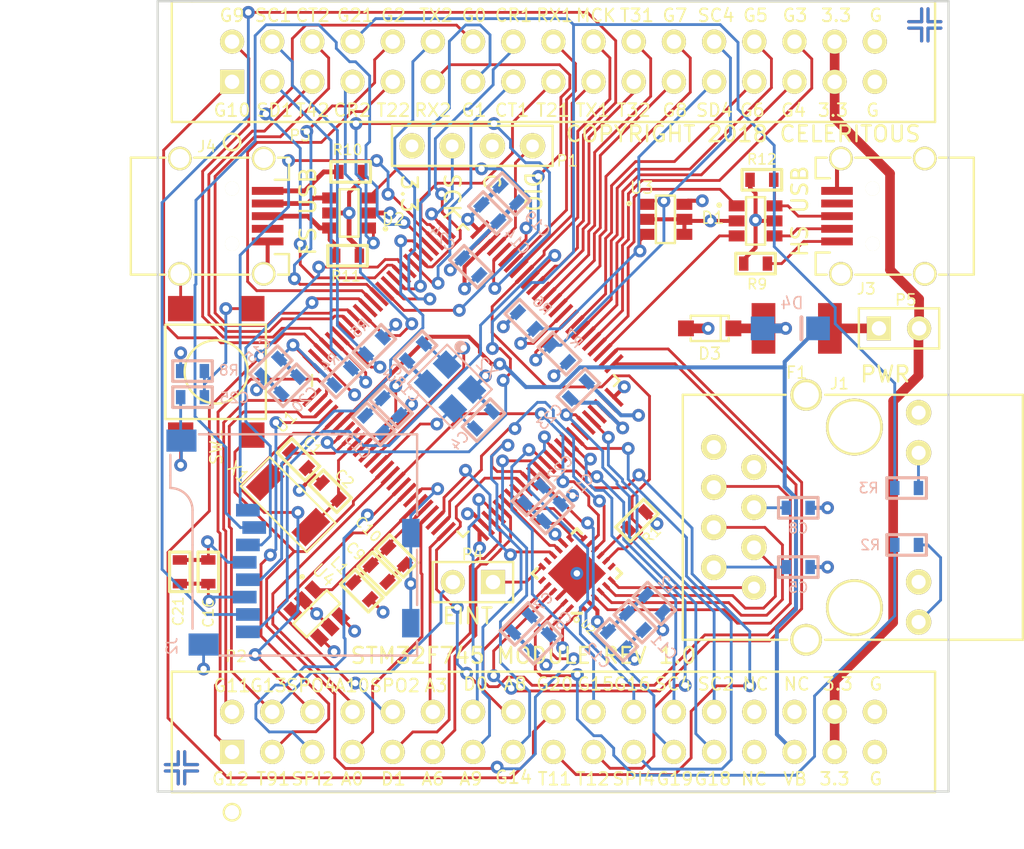
<source format=kicad_pcb>
(kicad_pcb (version 4) (host pcbnew 4.0.4-stable)
  (layers (0 F.Cu signal) (1 +3.3V power hide) (2 GND power hide) (31 B.Cu signal) (34 B.Paste user) (35 F.Paste user) (36 B.SilkS user) (37 F.SilkS user) (38 B.Mask user) (39 F.Mask user) (44 Edge.Cuts user))
  (net 0 "")
  (net 1 /OSC32IN)
  (net 2 GND)
  (net 3 /OSC32OUT)
  (net 4 /OSCHSIN)
  (net 5 /OSCHSOUT)
  (net 6 /USB_HS_DM)
  (net 7 /USB_HS_DP)
  (net 8 "Net-(D1-Pad4)")
  (net 9 "Net-(D1-Pad6)")
  (net 10 /USB_FS_DM)
  (net 11 /USB_FS_DP)
  (net 12 "Net-(D2-Pad4)")
  (net 13 "Net-(D2-Pad6)")
  (net 14 /SDMMC_D1)
  (net 15 /SDMMC_D0)
  (net 16 /SDMMC_CK)
  (net 17 /SDMMC_CMD)
  (net 18 /SDMMC_D3)
  (net 19 /SDMMC_D2)
  (net 20 /JTAG_SWDIO)
  (net 21 /JTAG_SWCLK)
  (net 22 /GPIO_11)
  (net 23 /GPIO_12)
  (net 24 /GPIO_13)
  (net 25 /TIM9_CH1)
  (net 26 /SPI4_MOSI)
  (net 27 /ADC_10)
  (net 28 /SPI2_MISO)
  (net 29 /SPI2_MOSI)
  (net 30 /ADC_0)
  (net 31 /ADC_3)
  (net 32 /DAC_1)
  (net 33 /DAC_0)
  (net 34 /ADC_6)
  (net 35 /ADC_8)
  (net 36 /ADC_9)
  (net 37 /GPIO_20)
  (net 38 /GPIO_14)
  (net 39 /GPIO_15)
  (net 40 /TIM1_CH1)
  (net 41 /GPIO_16)
  (net 42 /TIM1_CH2)
  (net 43 /GPIO_17)
  (net 44 /SPI4_MISO)
  (net 45 /GPIO_18)
  (net 46 /GPIO_19)
  (net 47 /SPI2_SCK)
  (net 48 /GPIO_9)
  (net 49 /GPIO_10)
  (net 50 /I2C1_SCL)
  (net 51 /I2C1_SDA)
  (net 52 /CAN2_TX)
  (net 53 /TIM4_CH2)
  (net 54 /GPIO_21)
  (net 55 /CAN2_RX)
  (net 56 /GPIO_2)
  (net 57 /TIM2_CH2)
  (net 58 /USART2_TX)
  (net 59 /USART2_RX)
  (net 60 /GPIO_0)
  (net 61 /GPIO_1)
  (net 62 /CAN1_RX)
  (net 63 /CAN1_TX)
  (net 64 /USART1_RX)
  (net 65 /TIM2_CH1)
  (net 66 /MCLKOUT)
  (net 67 /USART1_TX)
  (net 68 /TIM3_CH1)
  (net 69 /TIM3_CH2)
  (net 70 /GPIO_7)
  (net 71 /GPIO_8)
  (net 72 /I2C4_SCL)
  (net 73 /I2C4_SDA)
  (net 74 /GPIO_5)
  (net 75 /GPIO_6)
  (net 76 /GPIO_3)
  (net 77 /GPIO_4)
  (net 78 /ETH_MDC)
  (net 79 /ETH_REF_CLK)
  (net 80 /ETH_MDIO)
  (net 81 /ETH_CRS_DV)
  (net 82 /ETH_RXD0)
  (net 83 /ETH_RXD1)
  (net 84 /ETH_TXD0)
  (net 85 /ETH_TXD1)
  (net 86 "Net-(J1-Pad9)")
  (net 87 "Net-(J1-Pad11)")
  (net 88 /VBATT)
  (net 89 /+3.3VANA)
  (net 90 /VCAP1)
  (net 91 /VCAP2)
  (net 92 /ETH_RXM)
  (net 93 /ETH_RXP)
  (net 94 /ETH_TXM)
  (net 95 /ETH_TXP)
  (net 96 /ETH_TXC)
  (net 97 "Net-(C6-Pad1)")
  (net 98 /ETH_RXC)
  (net 99 /+3.3VETH)
  (net 100 +3.3V)
  (net 101 "Net-(F1-Pad2)")
  (net 102 /+3.3VEXT)
  (net 103 /ETH_INT)
  (net 104 "Net-(R1-Pad2)")
  (net 105 /ETH_LED)
  (net 106 /+3.0VREF)
  (net 107 "Net-(J1-Pad7)")
  (net 108 "Net-(J3-Pad4)")
  (net 109 "Net-(J4-Pad4)")
  (net 110 "Net-(P2-Pad27)")
  (net 111 "Net-(P2-Pad30)")
  (net 112 /MCU_RST)
  (net 113 /ETH_TX_EN)
  (net 114 /BOOT0)
  (net 115 "Net-(U2-Pad7)")
  (net 116 "Net-(U2-Pad17)")
  (net 117 /ETH_TXEN)
  (net 118 "Net-(C25-Pad1)")
  (net 119 "Net-(J3-Pad1)")
  (net 120 "Net-(J4-Pad1)")
  (net 121 /SPI4_SCK)
  (net 122 "Net-(P2-Pad28)")
  (module KiCad:P0603 (layer F.Cu) (at 63.9 135 315)
    (fp_text reference C1 (at 0 -1.272792 315) (layer F.SilkS) (effects (font (size 0.65 0.65) (thickness 0.0975))))
    (fp_text value 12pF hide)
    (pad 1 smd rect (at -0.75 0 315) (size 0.6 0.9) (layers F.Cu F.Paste F.Mask) (net 1 /OSC32IN))
    (pad 2 smd rect (at 0.75 0 315) (size 0.6 0.9) (layers F.Cu F.Paste F.Mask) (net 2 GND))
  )
  (module KiCad:P0603 (layer F.Cu) (at 65.9 137 135)
    (fp_text reference C2 (at -0.070711 1.202082 135) (layer F.SilkS) (effects (font (size 0.65 0.65) (thickness 0.0975))))
    (fp_text value 12pF hide)
    (pad 1 smd rect (at -0.75 0 135) (size 0.6 0.9) (layers F.Cu F.Paste F.Mask) (net 3 /OSC32OUT))
    (pad 2 smd rect (at 0.75 0 135) (size 0.6 0.9) (layers F.Cu F.Paste F.Mask) (net 2 GND))
  )
  (module KiCad:P0603 (layer B.Cu) (at 71.3 128.2 225)
    (fp_text reference C3 (at 1.909188 0.070711 225) (layer B.SilkS) (effects (font (size 0.65 0.65) (thickness 0.0975)) (justify mirror)))
    (fp_text value 12pF hide)
    (pad 1 smd rect (at -0.75 0 225) (size 0.6 0.9) (layers B.Cu B.Paste B.Mask) (net 4 /OSCHSIN))
    (pad 2 smd rect (at 0.75 0 225) (size 0.6 0.9) (layers B.Cu B.Paste B.Mask) (net 2 GND))
  )
  (module KiCad:P0603 (layer B.Cu) (at 75.6 132.5 45)
    (fp_text reference C4 (at -1.979899 -0.141421 45) (layer B.SilkS) (effects (font (size 0.65 0.65) (thickness 0.0975)) (justify mirror)))
    (fp_text value 12pF hide)
    (pad 1 smd rect (at -0.75 0 45) (size 0.6 0.9) (layers B.Cu B.Paste B.Mask) (net 5 /OSCHSOUT))
    (pad 2 smd rect (at 0.75 0 45) (size 0.6 0.9) (layers B.Cu B.Paste B.Mask) (net 2 GND))
  )
  (module KiCad:SOT23-6 (layer F.Cu) (at 94 119.9 270)
    (fp_text reference D1 (at -0.2 3.9 360) (layer F.SilkS) (effects (font (size 0.75 0.75) (thickness 0.1))))
    (fp_text value USBLC6-2 hide)
    (pad 1 smd rect (at -0.95 2.4 270) (size 0.7 1) (layers F.Cu F.Paste F.Mask) (net 7 /USB_HS_DP))
    (pad 2 smd rect (at 0 2.4 270) (size 0.7 1) (layers F.Cu F.Paste F.Mask) (net 2 GND))
    (pad 3 smd rect (at 0.95 2.4 270) (size 0.7 1) (layers F.Cu F.Paste F.Mask) (net 6 /USB_HS_DM))
    (pad 4 smd rect (at 0.95 0 270) (size 0.7 1) (layers F.Cu F.Paste F.Mask) (net 8 "Net-(D1-Pad4)"))
    (pad 5 smd rect (at 0 0 270) (size 0.7 1) (layers F.Cu F.Paste F.Mask) (net 100 +3.3V))
    (pad 6 smd rect (at -0.95 0 270) (size 0.7 1) (layers F.Cu F.Paste F.Mask) (net 9 "Net-(D1-Pad6)"))
  )
  (module KiCad:SOT23-6 (layer F.Cu) (at 65.9 119.4 90)
    (fp_text reference D2 (at -0.4 4 180) (layer F.SilkS) (effects (font (size 0.75 0.75) (thickness 0.1))))
    (fp_text value USBLC6-2 hide)
    (pad 1 smd rect (at -0.95 2.4 90) (size 0.7 1) (layers F.Cu F.Paste F.Mask) (net 11 /USB_FS_DP))
    (pad 2 smd rect (at 0 2.4 90) (size 0.7 1) (layers F.Cu F.Paste F.Mask) (net 2 GND))
    (pad 3 smd rect (at 0.95 2.4 90) (size 0.7 1) (layers F.Cu F.Paste F.Mask) (net 10 /USB_FS_DM))
    (pad 4 smd rect (at 0.95 0 90) (size 0.7 1) (layers F.Cu F.Paste F.Mask) (net 12 "Net-(D2-Pad4)"))
    (pad 5 smd rect (at 0 0 90) (size 0.7 1) (layers F.Cu F.Paste F.Mask) (net 100 +3.3V))
    (pad 6 smd rect (at -0.95 0 90) (size 0.7 1) (layers F.Cu F.Paste F.Mask) (net 13 "Net-(D2-Pad6)"))
  )
  (module KiCad:CONNECTOR_ETHERNET_SI60062 (layer F.Cu) (at 92.7 143.1 90)
    (fp_text reference J1 (at 12.9 5.4 360) (layer F.SilkS) (effects (font (size 0.7 0.7) (thickness 0.1))))
    (fp_text value CONNECTOR_RJ45_SI-60062 hide)
    (pad 1 thru_hole circle (at 0 0 90) (size 1.524 1.524) (drill 0.762) (layers *.Cu *.Mask F.SilkS) (net 95 /ETH_TXP))
    (pad 2 thru_hole circle (at 1.27 -2.54 90) (size 1.6 1.6) (drill 0.89) (layers *.Cu *.Mask F.SilkS) (net 96 /ETH_TXC))
    (pad 3 thru_hole circle (at 2.54 0 90) (size 1.6 1.6) (drill 0.89) (layers *.Cu *.Mask F.SilkS) (net 94 /ETH_TXM))
    (pad 4 thru_hole circle (at 3.81 -2.54 90) (size 1.6 1.6) (drill 0.89) (layers *.Cu *.Mask F.SilkS) (net 93 /ETH_RXP))
    (pad 5 thru_hole circle (at 5.08 0 90) (size 1.6 1.6) (drill 0.89) (layers *.Cu *.Mask F.SilkS) (net 98 /ETH_RXC))
    (pad 6 thru_hole circle (at 6.35 -2.54 90) (size 1.6 1.6) (drill 0.89) (layers *.Cu *.Mask F.SilkS) (net 92 /ETH_RXM))
    (pad 7 thru_hole circle (at 7.62 0 90) (size 1.6 1.6) (drill 0.89) (layers *.Cu *.Mask F.SilkS) (net 107 "Net-(J1-Pad7)"))
    (pad 8 thru_hole circle (at 8.89 -2.54 90) (size 1.6 1.6) (drill 0.89) (layers *.Cu *.Mask F.SilkS) (net 2 GND))
    (pad 9 thru_hole circle (at -2.18 10.41 90) (size 1.6 1.6) (drill 0.89) (layers *.Cu *.Mask F.SilkS) (net 86 "Net-(J1-Pad9)"))
    (pad 10 thru_hole circle (at 0.36 10.41 90) (size 1.6 1.6) (drill 0.89) (layers *.Cu *.Mask F.SilkS) (net 100 +3.3V))
    (pad 11 thru_hole circle (at 8.53 10.41 90) (size 1.6 1.6) (drill 0.89) (layers *.Cu *.Mask F.SilkS) (net 87 "Net-(J1-Pad11)"))
    (pad 12 thru_hole circle (at 11.07 10.41 90) (size 1.6 1.6) (drill 0.89) (layers *.Cu *.Mask F.SilkS) (net 100 +3.3V))
    (pad 13 thru_hole circle (at -1.27 6.35 90) (size 3.6 3.6) (drill 3.25) (layers *.Cu *.Mask F.SilkS))
    (pad 14 thru_hole circle (at 10.16 6.35 90) (size 3.6 3.6) (drill 3.25) (layers *.Cu *.Mask F.SilkS))
    (pad 15 thru_hole circle (at -3.3 3.3 90) (size 2 2) (drill 1.6) (layers *.Cu *.Mask F.SilkS))
    (pad 16 thru_hole circle (at 12.19 3.3 90) (size 2 2) (drill 1.6) (layers *.Cu *.Mask F.SilkS))
  )
  (module KiCad:CONN_USB_UX60-MB (layer F.Cu) (at 98 119.6 90)
    (fp_text reference J3 (at -4.6 1.8 360) (layer F.SilkS) (effects (font (size 0.7 0.7) (thickness 0.1))))
    (fp_text value USB_MINI_B_SMD hide)
    (pad 3 smd rect (at 0 -0.05 90) (size 0.5 2) (layers F.Cu F.Paste F.Mask) (net 9 "Net-(D1-Pad6)"))
    (pad 4 smd rect (at 0.8 -0.05 90) (size 0.5 2) (layers F.Cu F.Paste F.Mask) (net 108 "Net-(J3-Pad4)"))
    (pad 5 smd rect (at 1.6 -0.05 90) (size 0.5 2) (layers F.Cu F.Paste F.Mask) (net 2 GND))
    (pad 1 smd rect (at -1.6 -0.05 90) (size 0.5 2) (layers F.Cu F.Paste F.Mask) (net 119 "Net-(J3-Pad1)"))
    (pad 2 smd rect (at -0.8 -0.05 90) (size 0.5 2) (layers F.Cu F.Paste F.Mask) (net 8 "Net-(D1-Pad4)"))
    (pad "" np_thru_hole circle (at -1.75 2.2 90) (size 0.9 0.9) (drill 0.9) (layers *.Cu *.Mask F.SilkS))
    (pad "" np_thru_hole circle (at 1.75 2.2 90) (size 0.9 0.9) (drill 0.9) (layers *.Cu *.Mask F.SilkS))
    (pad 6 thru_hole circle (at -3.65 0.2 90) (size 1.5 1.5) (drill 1.2) (layers *.Cu *.Mask F.SilkS) (net 2 GND))
    (pad 7 thru_hole circle (at 3.65 0.2 90) (size 1.5 1.5) (drill 1.2) (layers *.Cu *.Mask F.SilkS) (net 2 GND))
    (pad 8 thru_hole circle (at -3.65 5.5 90) (size 1.5 1.5) (drill 1.2) (layers *.Cu *.Mask F.SilkS) (net 2 GND))
    (pad 9 thru_hole circle (at 3.65 5.5 90) (size 1.5 1.5) (drill 1.2) (layers *.Cu *.Mask F.SilkS) (net 2 GND))
  )
  (module KiCad:CONN_USB_UX60-MB (layer F.Cu) (at 61.9 119.6 270)
    (fp_text reference J4 (at -4.4 3.8 360) (layer F.SilkS) (effects (font (size 0.7 0.7) (thickness 0.1))))
    (fp_text value USB_MINI_B_SMD hide)
    (pad 3 smd rect (at 0 -0.05 270) (size 0.5 2) (layers F.Cu F.Paste F.Mask) (net 13 "Net-(D2-Pad6)"))
    (pad 4 smd rect (at 0.8 -0.05 270) (size 0.5 2) (layers F.Cu F.Paste F.Mask) (net 109 "Net-(J4-Pad4)"))
    (pad 5 smd rect (at 1.6 -0.05 270) (size 0.5 2) (layers F.Cu F.Paste F.Mask) (net 2 GND))
    (pad 1 smd rect (at -1.6 -0.05 270) (size 0.5 2) (layers F.Cu F.Paste F.Mask) (net 120 "Net-(J4-Pad1)"))
    (pad 2 smd rect (at -0.8 -0.05 270) (size 0.5 2) (layers F.Cu F.Paste F.Mask) (net 12 "Net-(D2-Pad4)"))
    (pad "" np_thru_hole circle (at -1.75 2.2 270) (size 0.9 0.9) (drill 0.9) (layers *.Cu *.Mask F.SilkS))
    (pad "" np_thru_hole circle (at 1.75 2.2 270) (size 0.9 0.9) (drill 0.9) (layers *.Cu *.Mask F.SilkS))
    (pad 6 thru_hole circle (at -3.65 0.2 270) (size 1.5 1.5) (drill 1.2) (layers *.Cu *.Mask F.SilkS) (net 2 GND))
    (pad 7 thru_hole circle (at 3.65 0.2 270) (size 1.5 1.5) (drill 1.2) (layers *.Cu *.Mask F.SilkS) (net 2 GND))
    (pad 8 thru_hole circle (at -3.65 5.5 270) (size 1.5 1.5) (drill 1.2) (layers *.Cu *.Mask F.SilkS) (net 2 GND))
    (pad 9 thru_hole circle (at 3.65 5.5 270) (size 1.5 1.5) (drill 1.2) (layers *.Cu *.Mask F.SilkS) (net 2 GND))
  )
  (module KiCad:QFP_100_14X14_0.5 (layer F.Cu) (at 74.3 130 45)
    (fp_text reference U1 (at -9.758074 -6.081118 45) (layer F.SilkS) (effects (font (size 0.75 0.75) (thickness 0.1))))
    (fp_text value STM32F745VE hide)
    (pad 1 smd rect (at -7.5 -6 135) (size 0.25 1.5) (layers F.Cu F.Paste F.Mask) (net 22 /GPIO_11))
    (pad 2 smd rect (at -7.5 -5.5 135) (size 0.25 1.5) (layers F.Cu F.Paste F.Mask) (net 23 /GPIO_12))
    (pad 3 smd rect (at -7.5 -5 135) (size 0.25 1.5) (layers F.Cu F.Paste F.Mask) (net 24 /GPIO_13))
    (pad 4 smd rect (at -7.5 -4.5 135) (size 0.25 1.5) (layers F.Cu F.Paste F.Mask) (net 25 /TIM9_CH1))
    (pad 5 smd rect (at -7.5 -4 135) (size 0.25 1.5) (layers F.Cu F.Paste F.Mask) (net 26 /SPI4_MOSI))
    (pad 6 smd rect (at -7.5 -3.5 135) (size 0.25 1.5) (layers F.Cu F.Paste F.Mask) (net 88 /VBATT))
    (pad 7 smd rect (at -7.5 -3 135) (size 0.25 1.5) (layers F.Cu F.Paste F.Mask) (net 54 /GPIO_21))
    (pad 8 smd rect (at -7.5 -2.5 135) (size 0.25 1.5) (layers F.Cu F.Paste F.Mask) (net 1 /OSC32IN))
    (pad 9 smd rect (at -7.5 -2 135) (size 0.25 1.5) (layers F.Cu F.Paste F.Mask) (net 3 /OSC32OUT))
    (pad 10 smd rect (at -7.5 -1.5 135) (size 0.25 1.5) (layers F.Cu F.Paste F.Mask) (net 2 GND))
    (pad 11 smd rect (at -7.5 -1 135) (size 0.25 1.5) (layers F.Cu F.Paste F.Mask) (net 100 +3.3V))
    (pad 12 smd rect (at -7.5 -0.5 135) (size 0.25 1.5) (layers F.Cu F.Paste F.Mask) (net 4 /OSCHSIN))
    (pad 13 smd rect (at -7.5 0 135) (size 0.25 1.5) (layers F.Cu F.Paste F.Mask) (net 5 /OSCHSOUT))
    (pad 14 smd rect (at -7.5 0.5 135) (size 0.25 1.5) (layers F.Cu F.Paste F.Mask) (net 112 /MCU_RST))
    (pad 15 smd rect (at -7.5 1 135) (size 0.25 1.5) (layers F.Cu F.Paste F.Mask) (net 27 /ADC_10))
    (pad 16 smd rect (at -7.5 1.5 135) (size 0.25 1.5) (layers F.Cu F.Paste F.Mask) (net 78 /ETH_MDC))
    (pad 17 smd rect (at -7.5 2 135) (size 0.25 1.5) (layers F.Cu F.Paste F.Mask) (net 28 /SPI2_MISO))
    (pad 18 smd rect (at -7.5 2.5 135) (size 0.25 1.5) (layers F.Cu F.Paste F.Mask) (net 29 /SPI2_MOSI))
    (pad 19 smd rect (at -7.5 3 135) (size 0.25 1.5) (layers F.Cu F.Paste F.Mask) (net 2 GND))
    (pad 20 smd rect (at -7.5 3.5 135) (size 0.25 1.5) (layers F.Cu F.Paste F.Mask) (net 106 /+3.0VREF))
    (pad 21 smd rect (at -7.5 4 135) (size 0.25 1.5) (layers F.Cu F.Paste F.Mask) (net 89 /+3.3VANA))
    (pad 22 smd rect (at -7.5 4.5 135) (size 0.25 1.5) (layers F.Cu F.Paste F.Mask) (net 30 /ADC_0))
    (pad 23 smd rect (at -7.5 5 135) (size 0.25 1.5) (layers F.Cu F.Paste F.Mask) (net 79 /ETH_REF_CLK))
    (pad 24 smd rect (at -7.5 5.5 135) (size 0.25 1.5) (layers F.Cu F.Paste F.Mask) (net 80 /ETH_MDIO))
    (pad 25 smd rect (at -7.5 6 135) (size 0.25 1.5) (layers F.Cu F.Paste F.Mask) (net 31 /ADC_3))
    (pad 26 smd rect (at -6 7.5 45) (size 0.25 1.5) (layers F.Cu F.Paste F.Mask) (net 2 GND))
    (pad 27 smd rect (at -5.5 7.5 45) (size 0.25 1.5) (layers F.Cu F.Paste F.Mask) (net 100 +3.3V))
    (pad 28 smd rect (at -5 7.5 45) (size 0.25 1.5) (layers F.Cu F.Paste F.Mask) (net 32 /DAC_1))
    (pad 29 smd rect (at -4.5 7.5 45) (size 0.25 1.5) (layers F.Cu F.Paste F.Mask) (net 33 /DAC_0))
    (pad 30 smd rect (at -4 7.5 45) (size 0.25 1.5) (layers F.Cu F.Paste F.Mask) (net 34 /ADC_6))
    (pad 31 smd rect (at -3.5 7.5 45) (size 0.25 1.5) (layers F.Cu F.Paste F.Mask) (net 81 /ETH_CRS_DV))
    (pad 32 smd rect (at -3 7.5 45) (size 0.25 1.5) (layers F.Cu F.Paste F.Mask) (net 82 /ETH_RXD0))
    (pad 33 smd rect (at -2.5 7.5 45) (size 0.25 1.5) (layers F.Cu F.Paste F.Mask) (net 83 /ETH_RXD1))
    (pad 34 smd rect (at -2 7.5 45) (size 0.25 1.5) (layers F.Cu F.Paste F.Mask) (net 35 /ADC_8))
    (pad 35 smd rect (at -1.5 7.5 45) (size 0.25 1.5) (layers F.Cu F.Paste F.Mask) (net 36 /ADC_9))
    (pad 36 smd rect (at -1 7.5 45) (size 0.25 1.5) (layers F.Cu F.Paste F.Mask) (net 46 /GPIO_19))
    (pad 37 smd rect (at -0.5 7.5 45) (size 0.25 1.5) (layers F.Cu F.Paste F.Mask) (net 38 /GPIO_14))
    (pad 38 smd rect (at 0 7.5 45) (size 0.25 1.5) (layers F.Cu F.Paste F.Mask) (net 39 /GPIO_15))
    (pad 39 smd rect (at 0.5 7.5 45) (size 0.25 1.5) (layers F.Cu F.Paste F.Mask) (net 40 /TIM1_CH1))
    (pad 40 smd rect (at 1 7.5 45) (size 0.25 1.5) (layers F.Cu F.Paste F.Mask) (net 41 /GPIO_16))
    (pad 41 smd rect (at 1.5 7.5 45) (size 0.25 1.5) (layers F.Cu F.Paste F.Mask) (net 42 /TIM1_CH2))
    (pad 42 smd rect (at 2 7.5 45) (size 0.25 1.5) (layers F.Cu F.Paste F.Mask) (net 121 /SPI4_SCK))
    (pad 43 smd rect (at 2.5 7.5 45) (size 0.25 1.5) (layers F.Cu F.Paste F.Mask) (net 44 /SPI4_MISO))
    (pad 44 smd rect (at 3 7.5 45) (size 0.25 1.5) (layers F.Cu F.Paste F.Mask) (net 43 /GPIO_17))
    (pad 45 smd rect (at 3.5 7.5 45) (size 0.25 1.5) (layers F.Cu F.Paste F.Mask) (net 45 /GPIO_18))
    (pad 46 smd rect (at 4 7.5 45) (size 0.25 1.5) (layers F.Cu F.Paste F.Mask) (net 47 /SPI2_SCK))
    (pad 47 smd rect (at 4.5 7.5 45) (size 0.25 1.5) (layers F.Cu F.Paste F.Mask) (net 113 /ETH_TX_EN))
    (pad 48 smd rect (at 5 7.5 45) (size 0.25 1.5) (layers F.Cu F.Paste F.Mask) (net 90 /VCAP1))
    (pad 49 smd rect (at 5.5 7.5 45) (size 0.25 1.5) (layers F.Cu F.Paste F.Mask) (net 2 GND))
    (pad 50 smd rect (at 6 7.5 45) (size 0.25 1.5) (layers F.Cu F.Paste F.Mask) (net 100 +3.3V))
    (pad 51 smd rect (at 7.5 6 135) (size 0.25 1.5) (layers F.Cu F.Paste F.Mask) (net 84 /ETH_TXD0))
    (pad 52 smd rect (at 7.5 5.5 135) (size 0.25 1.5) (layers F.Cu F.Paste F.Mask) (net 85 /ETH_TXD1))
    (pad 53 smd rect (at 7.5 5 135) (size 0.25 1.5) (layers F.Cu F.Paste F.Mask) (net 6 /USB_HS_DM))
    (pad 54 smd rect (at 7.5 4.5 135) (size 0.25 1.5) (layers F.Cu F.Paste F.Mask) (net 7 /USB_HS_DP))
    (pad 55 smd rect (at 7.5 4 135) (size 0.25 1.5) (layers F.Cu F.Paste F.Mask) (net 76 /GPIO_3))
    (pad 56 smd rect (at 7.5 3.5 135) (size 0.25 1.5) (layers F.Cu F.Paste F.Mask) (net 77 /GPIO_4))
    (pad 57 smd rect (at 7.5 3 135) (size 0.25 1.5) (layers F.Cu F.Paste F.Mask) (net 74 /GPIO_5))
    (pad 58 smd rect (at 7.5 2.5 135) (size 0.25 1.5) (layers F.Cu F.Paste F.Mask) (net 75 /GPIO_6))
    (pad 59 smd rect (at 7.5 2 135) (size 0.25 1.5) (layers F.Cu F.Paste F.Mask) (net 72 /I2C4_SCL))
    (pad 60 smd rect (at 7.5 1.5 135) (size 0.25 1.5) (layers F.Cu F.Paste F.Mask) (net 73 /I2C4_SDA))
    (pad 61 smd rect (at 7.5 1 135) (size 0.25 1.5) (layers F.Cu F.Paste F.Mask) (net 70 /GPIO_7))
    (pad 62 smd rect (at 7.5 0.5 135) (size 0.25 1.5) (layers F.Cu F.Paste F.Mask) (net 71 /GPIO_8))
    (pad 63 smd rect (at 7.5 0 135) (size 0.25 1.5) (layers F.Cu F.Paste F.Mask) (net 68 /TIM3_CH1))
    (pad 64 smd rect (at 7.5 -0.5 135) (size 0.25 1.5) (layers F.Cu F.Paste F.Mask) (net 69 /TIM3_CH2))
    (pad 65 smd rect (at 7.5 -1 135) (size 0.25 1.5) (layers F.Cu F.Paste F.Mask) (net 15 /SDMMC_D0))
    (pad 66 smd rect (at 7.5 -1.5 135) (size 0.25 1.5) (layers F.Cu F.Paste F.Mask) (net 14 /SDMMC_D1))
    (pad 67 smd rect (at 7.5 -2 135) (size 0.25 1.5) (layers F.Cu F.Paste F.Mask) (net 66 /MCLKOUT))
    (pad 68 smd rect (at 7.5 -2.5 135) (size 0.25 1.5) (layers F.Cu F.Paste F.Mask) (net 67 /USART1_TX))
    (pad 69 smd rect (at 7.5 -3 135) (size 0.25 1.5) (layers F.Cu F.Paste F.Mask) (net 64 /USART1_RX))
    (pad 70 smd rect (at 7.5 -3.5 135) (size 0.25 1.5) (layers F.Cu F.Paste F.Mask) (net 10 /USB_FS_DM))
    (pad 71 smd rect (at 7.5 -4 135) (size 0.25 1.5) (layers F.Cu F.Paste F.Mask) (net 11 /USB_FS_DP))
    (pad 72 smd rect (at 7.5 -4.5 135) (size 0.25 1.5) (layers F.Cu F.Paste F.Mask) (net 20 /JTAG_SWDIO))
    (pad 73 smd rect (at 7.5 -5 135) (size 0.25 1.5) (layers F.Cu F.Paste F.Mask) (net 91 /VCAP2))
    (pad 74 smd rect (at 7.5 -5.5 135) (size 0.25 1.5) (layers F.Cu F.Paste F.Mask) (net 2 GND))
    (pad 75 smd rect (at 7.5 -6 135) (size 0.25 1.5) (layers F.Cu F.Paste F.Mask) (net 100 +3.3V))
    (pad 76 smd rect (at 6 -7.5 45) (size 0.25 1.5) (layers F.Cu F.Paste F.Mask) (net 21 /JTAG_SWCLK))
    (pad 77 smd rect (at 5.5 -7.5 45) (size 0.25 1.5) (layers F.Cu F.Paste F.Mask) (net 65 /TIM2_CH1))
    (pad 78 smd rect (at 5 -7.5 45) (size 0.25 1.5) (layers F.Cu F.Paste F.Mask) (net 19 /SDMMC_D2))
    (pad 79 smd rect (at 4.5 -7.5 45) (size 0.25 1.5) (layers F.Cu F.Paste F.Mask) (net 18 /SDMMC_D3))
    (pad 80 smd rect (at 4 -7.5 45) (size 0.25 1.5) (layers F.Cu F.Paste F.Mask) (net 16 /SDMMC_CK))
    (pad 81 smd rect (at 3.5 -7.5 45) (size 0.25 1.5) (layers F.Cu F.Paste F.Mask) (net 62 /CAN1_RX))
    (pad 82 smd rect (at 3 -7.5 45) (size 0.25 1.5) (layers F.Cu F.Paste F.Mask) (net 63 /CAN1_TX))
    (pad 83 smd rect (at 2.5 -7.5 45) (size 0.25 1.5) (layers F.Cu F.Paste F.Mask) (net 17 /SDMMC_CMD))
    (pad 84 smd rect (at 2 -7.5 45) (size 0.25 1.5) (layers F.Cu F.Paste F.Mask) (net 60 /GPIO_0))
    (pad 85 smd rect (at 1.5 -7.5 45) (size 0.25 1.5) (layers F.Cu F.Paste F.Mask) (net 61 /GPIO_1))
    (pad 86 smd rect (at 1 -7.5 45) (size 0.25 1.5) (layers F.Cu F.Paste F.Mask) (net 58 /USART2_TX))
    (pad 87 smd rect (at 0.5 -7.5 45) (size 0.25 1.5) (layers F.Cu F.Paste F.Mask) (net 59 /USART2_RX))
    (pad 88 smd rect (at 0 -7.5 45) (size 0.25 1.5) (layers F.Cu F.Paste F.Mask) (net 56 /GPIO_2))
    (pad 89 smd rect (at -0.5 -7.5 45) (size 0.25 1.5) (layers F.Cu F.Paste F.Mask) (net 57 /TIM2_CH2))
    (pad 90 smd rect (at -1 -7.5 45) (size 0.25 1.5) (layers F.Cu F.Paste F.Mask) (net 37 /GPIO_20))
    (pad 91 smd rect (at -1.5 -7.5 45) (size 0.25 1.5) (layers F.Cu F.Paste F.Mask) (net 55 /CAN2_RX))
    (pad 92 smd rect (at -2 -7.5 45) (size 0.25 1.5) (layers F.Cu F.Paste F.Mask) (net 52 /CAN2_TX))
    (pad 93 smd rect (at -2.5 -7.5 45) (size 0.25 1.5) (layers F.Cu F.Paste F.Mask) (net 53 /TIM4_CH2))
    (pad 94 smd rect (at -3 -7.5 45) (size 0.25 1.5) (layers F.Cu F.Paste F.Mask) (net 114 /BOOT0))
    (pad 95 smd rect (at -3.5 -7.5 45) (size 0.25 1.5) (layers F.Cu F.Paste F.Mask) (net 50 /I2C1_SCL))
    (pad 96 smd rect (at -4 -7.5 45) (size 0.25 1.5) (layers F.Cu F.Paste F.Mask) (net 51 /I2C1_SDA))
    (pad 97 smd rect (at -4.5 -7.5 45) (size 0.25 1.5) (layers F.Cu F.Paste F.Mask) (net 48 /GPIO_9))
    (pad 98 smd rect (at -5 -7.5 45) (size 0.25 1.5) (layers F.Cu F.Paste F.Mask) (net 49 /GPIO_10))
    (pad 99 smd rect (at -5.5 -7.5 45) (size 0.25 1.5) (layers F.Cu F.Paste F.Mask) (net 2 GND))
    (pad 100 smd rect (at -6 -7.5 45) (size 0.25 1.5) (layers F.Cu F.Paste F.Mask) (net 100 +3.3V))
  )
  (module KiCad:QFN24_4X4mm_0.5mm_PWR (layer F.Cu) (at 81.5 142.2 135)
    (fp_text reference U2 (at -2.899138 -1.909188 135) (layer F.SilkS) (effects (font (size 0.5 0.5) (thickness 0.075))))
    (fp_text value KSZ8081RNA hide)
    (fp_text user ○ (at -2.06 -2.06 135) (layer F.SilkS) (effects (font (size 0.4 0.4) (thickness 0.1))))
    (pad 1 smd rect (at -1.86 -1.25 135) (size 0.5 0.24) (layers F.Cu F.Paste F.Mask) (net 97 "Net-(C6-Pad1)"))
    (pad 2 smd rect (at -1.86 -0.75 135) (size 0.5 0.24) (layers F.Cu F.Paste F.Mask) (net 99 /+3.3VETH))
    (pad 3 smd rect (at -1.86 -0.25 135) (size 0.5 0.24) (layers F.Cu F.Paste F.Mask) (net 92 /ETH_RXM))
    (pad 4 smd rect (at -1.86 0.25 135) (size 0.5 0.24) (layers F.Cu F.Paste F.Mask) (net 93 /ETH_RXP))
    (pad 5 smd rect (at -1.86 0.75 135) (size 0.5 0.24) (layers F.Cu F.Paste F.Mask) (net 94 /ETH_TXM))
    (pad 6 smd rect (at -1.86 1.25 135) (size 0.5 0.24) (layers F.Cu F.Paste F.Mask) (net 95 /ETH_TXP))
    (pad 7 smd rect (at -1.25 1.86 225) (size 0.5 0.24) (layers F.Cu F.Paste F.Mask) (net 115 "Net-(U2-Pad7)"))
    (pad 8 smd rect (at -0.75 1.86 225) (size 0.5 0.24) (layers F.Cu F.Paste F.Mask) (net 66 /MCLKOUT))
    (pad 9 smd rect (at -0.25 1.86 225) (size 0.5 0.24) (layers F.Cu F.Paste F.Mask) (net 104 "Net-(R1-Pad2)"))
    (pad 10 smd rect (at 0.25 1.86 225) (size 0.5 0.24) (layers F.Cu F.Paste F.Mask) (net 80 /ETH_MDIO))
    (pad 11 smd rect (at 0.75 1.86 225) (size 0.5 0.24) (layers F.Cu F.Paste F.Mask) (net 78 /ETH_MDC))
    (pad 12 smd rect (at 1.25 1.86 225) (size 0.5 0.24) (layers F.Cu F.Paste F.Mask) (net 83 /ETH_RXD1))
    (pad 13 smd rect (at 1.86 1.25 135) (size 0.5 0.24) (layers F.Cu F.Paste F.Mask) (net 82 /ETH_RXD0))
    (pad 14 smd rect (at 1.86 0.75 135) (size 0.5 0.24) (layers F.Cu F.Paste F.Mask) (net 100 +3.3V))
    (pad 15 smd rect (at 1.86 0.25 135) (size 0.5 0.24) (layers F.Cu F.Paste F.Mask) (net 81 /ETH_CRS_DV))
    (pad 16 smd rect (at 1.86 -0.25 135) (size 0.5 0.24) (layers F.Cu F.Paste F.Mask) (net 79 /ETH_REF_CLK))
    (pad 17 smd rect (at 1.86 -0.75 135) (size 0.5 0.24) (layers F.Cu F.Paste F.Mask) (net 116 "Net-(U2-Pad17)"))
    (pad 18 smd rect (at 1.86 -1.25 135) (size 0.5 0.24) (layers F.Cu F.Paste F.Mask) (net 103 /ETH_INT))
    (pad 19 smd rect (at 1.25 -1.86 225) (size 0.5 0.24) (layers F.Cu F.Paste F.Mask) (net 117 /ETH_TXEN))
    (pad 20 smd rect (at 0.75 -1.86 225) (size 0.5 0.24) (layers F.Cu F.Paste F.Mask) (net 84 /ETH_TXD0))
    (pad 21 smd rect (at 0.25 -1.86 225) (size 0.5 0.24) (layers F.Cu F.Paste F.Mask) (net 85 /ETH_TXD1))
    (pad 22 smd rect (at -0.25 -1.86 225) (size 0.5 0.24) (layers F.Cu F.Paste F.Mask) (net 2 GND))
    (pad 23 smd rect (at -0.75 -1.86 225) (size 0.5 0.24) (layers F.Cu F.Paste F.Mask) (net 105 /ETH_LED))
    (pad 24 smd rect (at -1.25 -1.86 225) (size 0.5 0.24) (layers F.Cu F.Paste F.Mask) (net 112 /MCU_RST))
    (pad 25 smd rect (at 0 0 225) (size 2.6 2.6) (layers F.Cu F.Paste F.Mask) (net 2 GND))
  )
  (module KiCad:SOT23-6 (layer F.Cu) (at 88.3 119.8 270)
    (fp_text reference U3 (at -2 2.7 360) (layer F.SilkS) (effects (font (size 0.75 0.75) (thickness 0.1))))
    (fp_text value 24AA02E64OT hide)
    (pad 1 smd rect (at -0.95 2.4 270) (size 0.7 1) (layers F.Cu F.Paste F.Mask) (net 72 /I2C4_SCL))
    (pad 2 smd rect (at 0 2.4 270) (size 0.7 1) (layers F.Cu F.Paste F.Mask) (net 2 GND))
    (pad 3 smd rect (at 0.95 2.4 270) (size 0.7 1) (layers F.Cu F.Paste F.Mask) (net 73 /I2C4_SDA))
    (pad 4 smd rect (at 0.95 0 270) (size 0.7 1) (layers F.Cu F.Paste F.Mask) (net 2 GND))
    (pad 5 smd rect (at 0 0 270) (size 0.7 1) (layers F.Cu F.Paste F.Mask) (net 2 GND))
    (pad 6 smd rect (at -0.95 0 270) (size 0.7 1) (layers F.Cu F.Paste F.Mask) (net 100 +3.3V))
  )
  (module KiCad:XTAL_1.8X4.9mm (layer F.Cu) (at 61.8 136.4 315)
    (fp_text reference X1 (at -1.626346 0.777817 495) (layer F.SilkS) (effects (font (size 0.75 0.75) (thickness 0.1))))
    (fp_text value ABS10-32.768kHz hide)
    (pad 1 smd rect (at 0 0 315) (size 1.27 2.2098) (layers F.Cu F.Paste F.Mask) (net 1 /OSC32IN))
    (pad 2 smd rect (at 4.064 0 315) (size 1.27 2.2098) (layers F.Cu F.Paste F.Mask) (net 3 /OSC32OUT))
  )
  (module KiCad:XTAL_3.2X2.5 (layer B.Cu) (at 73.3 129 315)
    (fp_text reference X2 (at 1.909188 -1.626346 315) (layer B.SilkS) (effects (font (size 0.75 0.75) (thickness 0.1)) (justify mirror)))
    (fp_text value ABM8G-12.00MHz hide)
    (pad 1 smd rect (at 0 0 315) (size 1.397 1.1938) (layers B.Cu B.Paste B.Mask) (net 4 /OSCHSIN))
    (pad 2 smd rect (at 2.2098 0 315) (size 1.397 1.1938) (layers B.Cu B.Paste B.Mask) (net 2 GND))
    (pad 3 smd rect (at 2.2098 1.7018 315) (size 1.397 1.1938) (layers B.Cu B.Paste B.Mask) (net 5 /OSCHSOUT))
    (pad 4 smd rect (at 0 1.7018 315) (size 1.397 1.1938) (layers B.Cu B.Paste B.Mask) (net 2 GND))
  )
  (module KiCad:Header_2x17_Shrouded_100mil (layer F.Cu) (at 59.7 153.5)
    (fp_text reference P2 (at 0.25 -6.05) (layer F.SilkS) (effects (font (size 0.7 0.7) (thickness 0.1))))
    (fp_text value Header_2x17 hide)
    (pad 2 thru_hole circle (at 0 -2.54) (size 1.524 1.524) (drill 0.9144) (layers *.Cu *.Mask F.SilkS) (net 22 /GPIO_11))
    (pad 1 thru_hole rect (at 0 0) (size 1.524 1.524) (drill 0.9144) (layers *.Cu *.Mask F.SilkS) (net 23 /GPIO_12))
    (pad 4 thru_hole circle (at 2.54 -2.54) (size 1.524 1.524) (drill 0.9144) (layers *.Cu *.Mask F.SilkS) (net 24 /GPIO_13))
    (pad 3 thru_hole circle (at 2.54 0) (size 1.524 1.524) (drill 0.9144) (layers *.Cu *.Mask F.SilkS) (net 25 /TIM9_CH1))
    (pad 6 thru_hole circle (at 5.08 -2.54) (size 1.524 1.524) (drill 0.9144) (layers *.Cu *.Mask F.SilkS) (net 26 /SPI4_MOSI))
    (pad 5 thru_hole circle (at 5.08 0) (size 1.524 1.524) (drill 0.9144) (layers *.Cu *.Mask F.SilkS) (net 28 /SPI2_MISO))
    (pad 8 thru_hole circle (at 7.62 -2.54) (size 1.524 1.524) (drill 0.9144) (layers *.Cu *.Mask F.SilkS) (net 27 /ADC_10))
    (pad 7 thru_hole circle (at 7.62 0) (size 1.524 1.524) (drill 0.9144) (layers *.Cu *.Mask F.SilkS) (net 30 /ADC_0))
    (pad 10 thru_hole circle (at 10.16 -2.54) (size 1.524 1.524) (drill 0.9144) (layers *.Cu *.Mask F.SilkS) (net 29 /SPI2_MOSI))
    (pad 9 thru_hole circle (at 10.16 0) (size 1.524 1.524) (drill 0.9144) (layers *.Cu *.Mask F.SilkS) (net 32 /DAC_1))
    (pad 12 thru_hole circle (at 12.7 -2.54) (size 1.524 1.524) (drill 0.9144) (layers *.Cu *.Mask F.SilkS) (net 31 /ADC_3))
    (pad 11 thru_hole circle (at 12.7 0) (size 1.524 1.524) (drill 0.9144) (layers *.Cu *.Mask F.SilkS) (net 34 /ADC_6))
    (pad 14 thru_hole circle (at 15.24 -2.54) (size 1.524 1.524) (drill 0.9144) (layers *.Cu *.Mask F.SilkS) (net 33 /DAC_0))
    (pad 13 thru_hole circle (at 15.24 0) (size 1.524 1.524) (drill 0.9144) (layers *.Cu *.Mask F.SilkS) (net 36 /ADC_9))
    (pad 16 thru_hole circle (at 17.78 -2.54) (size 1.524 1.524) (drill 0.9144) (layers *.Cu *.Mask F.SilkS) (net 35 /ADC_8))
    (pad 15 thru_hole circle (at 17.78 0) (size 1.524 1.524) (drill 0.9144) (layers *.Cu *.Mask F.SilkS) (net 38 /GPIO_14))
    (pad 18 thru_hole circle (at 20.32 -2.54) (size 1.524 1.524) (drill 0.9144) (layers *.Cu *.Mask F.SilkS) (net 37 /GPIO_20))
    (pad 17 thru_hole circle (at 20.32 0) (size 1.524 1.524) (drill 0.9144) (layers *.Cu *.Mask F.SilkS) (net 40 /TIM1_CH1))
    (pad 20 thru_hole circle (at 22.86 -2.54) (size 1.524 1.524) (drill 0.9144) (layers *.Cu *.Mask F.SilkS) (net 39 /GPIO_15))
    (pad 19 thru_hole circle (at 22.86 0) (size 1.524 1.524) (drill 0.9144) (layers *.Cu *.Mask F.SilkS) (net 42 /TIM1_CH2))
    (pad 22 thru_hole circle (at 25.4 -2.54) (size 1.524 1.524) (drill 0.9144) (layers *.Cu *.Mask F.SilkS) (net 41 /GPIO_16))
    (pad 21 thru_hole circle (at 25.4 0) (size 1.524 1.524) (drill 0.9144) (layers *.Cu *.Mask F.SilkS) (net 44 /SPI4_MISO))
    (pad 24 thru_hole circle (at 27.94 -2.54) (size 1.524 1.524) (drill 0.9144) (layers *.Cu *.Mask F.SilkS) (net 121 /SPI4_SCK))
    (pad 23 thru_hole circle (at 27.94 0) (size 1.524 1.524) (drill 0.9144) (layers *.Cu *.Mask F.SilkS) (net 46 /GPIO_19))
    (pad 26 thru_hole circle (at 30.48 -2.54) (size 1.524 1.524) (drill 0.9144) (layers *.Cu *.Mask F.SilkS) (net 47 /SPI2_SCK))
    (pad 25 thru_hole circle (at 30.48 0) (size 1.524 1.524) (drill 0.9144) (layers *.Cu *.Mask F.SilkS) (net 45 /GPIO_18))
    (pad 28 thru_hole circle (at 33.02 -2.54) (size 1.524 1.524) (drill 0.9144) (layers *.Cu *.Mask F.SilkS) (net 122 "Net-(P2-Pad28)"))
    (pad 27 thru_hole circle (at 33.02 0) (size 1.524 1.524) (drill 0.9144) (layers *.Cu *.Mask F.SilkS) (net 110 "Net-(P2-Pad27)"))
    (pad 30 thru_hole circle (at 35.56 -2.54) (size 1.524 1.524) (drill 0.9144) (layers *.Cu *.Mask F.SilkS) (net 111 "Net-(P2-Pad30)"))
    (pad 29 thru_hole circle (at 35.56 0) (size 1.524 1.524) (drill 0.9144) (layers *.Cu *.Mask F.SilkS) (net 88 /VBATT))
    (pad 32 thru_hole circle (at 38.1 -2.54) (size 1.524 1.524) (drill 0.9144) (layers *.Cu *.Mask F.SilkS) (net 102 /+3.3VEXT))
    (pad 31 thru_hole circle (at 38.1 0) (size 1.524 1.524) (drill 0.9144) (layers *.Cu *.Mask F.SilkS) (net 102 /+3.3VEXT))
    (pad 34 thru_hole circle (at 40.64 -2.54) (size 1.524 1.524) (drill 0.9144) (layers *.Cu *.Mask F.SilkS) (net 2 GND))
    (pad 33 thru_hole circle (at 40.64 0) (size 1.524 1.524) (drill 0.9144) (layers *.Cu *.Mask F.SilkS) (net 2 GND))
  )
  (module KiCad:Header_2x17_Shrouded_100mil (layer F.Cu) (at 59.7 111.1)
    (fp_text reference P3 (at 4.3 3.4) (layer F.SilkS) (effects (font (size 0.7 0.7) (thickness 0.1))))
    (fp_text value Header_2x17 hide)
    (pad 2 thru_hole circle (at 0 -2.54) (size 1.524 1.524) (drill 0.9144) (layers *.Cu *.Mask F.SilkS) (net 48 /GPIO_9))
    (pad 1 thru_hole rect (at 0 0) (size 1.524 1.524) (drill 0.9144) (layers *.Cu *.Mask F.SilkS) (net 49 /GPIO_10))
    (pad 4 thru_hole circle (at 2.54 -2.54) (size 1.524 1.524) (drill 0.9144) (layers *.Cu *.Mask F.SilkS) (net 50 /I2C1_SCL))
    (pad 3 thru_hole circle (at 2.54 0) (size 1.524 1.524) (drill 0.9144) (layers *.Cu *.Mask F.SilkS) (net 51 /I2C1_SDA))
    (pad 6 thru_hole circle (at 5.08 -2.54) (size 1.524 1.524) (drill 0.9144) (layers *.Cu *.Mask F.SilkS) (net 52 /CAN2_TX))
    (pad 5 thru_hole circle (at 5.08 0) (size 1.524 1.524) (drill 0.9144) (layers *.Cu *.Mask F.SilkS) (net 53 /TIM4_CH2))
    (pad 8 thru_hole circle (at 7.62 -2.54) (size 1.524 1.524) (drill 0.9144) (layers *.Cu *.Mask F.SilkS) (net 54 /GPIO_21))
    (pad 7 thru_hole circle (at 7.62 0) (size 1.524 1.524) (drill 0.9144) (layers *.Cu *.Mask F.SilkS) (net 55 /CAN2_RX))
    (pad 10 thru_hole circle (at 10.16 -2.54) (size 1.524 1.524) (drill 0.9144) (layers *.Cu *.Mask F.SilkS) (net 56 /GPIO_2))
    (pad 9 thru_hole circle (at 10.16 0) (size 1.524 1.524) (drill 0.9144) (layers *.Cu *.Mask F.SilkS) (net 57 /TIM2_CH2))
    (pad 12 thru_hole circle (at 12.7 -2.54) (size 1.524 1.524) (drill 0.9144) (layers *.Cu *.Mask F.SilkS) (net 58 /USART2_TX))
    (pad 11 thru_hole circle (at 12.7 0) (size 1.524 1.524) (drill 0.9144) (layers *.Cu *.Mask F.SilkS) (net 59 /USART2_RX))
    (pad 14 thru_hole circle (at 15.24 -2.54) (size 1.524 1.524) (drill 0.9144) (layers *.Cu *.Mask F.SilkS) (net 60 /GPIO_0))
    (pad 13 thru_hole circle (at 15.24 0) (size 1.524 1.524) (drill 0.9144) (layers *.Cu *.Mask F.SilkS) (net 61 /GPIO_1))
    (pad 16 thru_hole circle (at 17.78 -2.54) (size 1.524 1.524) (drill 0.9144) (layers *.Cu *.Mask F.SilkS) (net 62 /CAN1_RX))
    (pad 15 thru_hole circle (at 17.78 0) (size 1.524 1.524) (drill 0.9144) (layers *.Cu *.Mask F.SilkS) (net 63 /CAN1_TX))
    (pad 18 thru_hole circle (at 20.32 -2.54) (size 1.524 1.524) (drill 0.9144) (layers *.Cu *.Mask F.SilkS) (net 64 /USART1_RX))
    (pad 17 thru_hole circle (at 20.32 0) (size 1.524 1.524) (drill 0.9144) (layers *.Cu *.Mask F.SilkS) (net 65 /TIM2_CH1))
    (pad 20 thru_hole circle (at 22.86 -2.54) (size 1.524 1.524) (drill 0.9144) (layers *.Cu *.Mask F.SilkS) (net 66 /MCLKOUT))
    (pad 19 thru_hole circle (at 22.86 0) (size 1.524 1.524) (drill 0.9144) (layers *.Cu *.Mask F.SilkS) (net 67 /USART1_TX))
    (pad 22 thru_hole circle (at 25.4 -2.54) (size 1.524 1.524) (drill 0.9144) (layers *.Cu *.Mask F.SilkS) (net 68 /TIM3_CH1))
    (pad 21 thru_hole circle (at 25.4 0) (size 1.524 1.524) (drill 0.9144) (layers *.Cu *.Mask F.SilkS) (net 69 /TIM3_CH2))
    (pad 24 thru_hole circle (at 27.94 -2.54) (size 1.524 1.524) (drill 0.9144) (layers *.Cu *.Mask F.SilkS) (net 70 /GPIO_7))
    (pad 23 thru_hole circle (at 27.94 0) (size 1.524 1.524) (drill 0.9144) (layers *.Cu *.Mask F.SilkS) (net 71 /GPIO_8))
    (pad 26 thru_hole circle (at 30.48 -2.54) (size 1.524 1.524) (drill 0.9144) (layers *.Cu *.Mask F.SilkS) (net 72 /I2C4_SCL))
    (pad 25 thru_hole circle (at 30.48 0) (size 1.524 1.524) (drill 0.9144) (layers *.Cu *.Mask F.SilkS) (net 73 /I2C4_SDA))
    (pad 28 thru_hole circle (at 33.02 -2.54) (size 1.524 1.524) (drill 0.9144) (layers *.Cu *.Mask F.SilkS) (net 74 /GPIO_5))
    (pad 27 thru_hole circle (at 33.02 0) (size 1.524 1.524) (drill 0.9144) (layers *.Cu *.Mask F.SilkS) (net 75 /GPIO_6))
    (pad 30 thru_hole circle (at 35.56 -2.54) (size 1.524 1.524) (drill 0.9144) (layers *.Cu *.Mask F.SilkS) (net 76 /GPIO_3))
    (pad 29 thru_hole circle (at 35.56 0) (size 1.524 1.524) (drill 0.9144) (layers *.Cu *.Mask F.SilkS) (net 77 /GPIO_4))
    (pad 32 thru_hole circle (at 38.1 -2.54) (size 1.524 1.524) (drill 0.9144) (layers *.Cu *.Mask F.SilkS) (net 102 /+3.3VEXT))
    (pad 31 thru_hole circle (at 38.1 0) (size 1.524 1.524) (drill 0.9144) (layers *.Cu *.Mask F.SilkS) (net 102 /+3.3VEXT))
    (pad 34 thru_hole circle (at 40.64 -2.54) (size 1.524 1.524) (drill 0.9144) (layers *.Cu *.Mask F.SilkS) (net 2 GND))
    (pad 33 thru_hole circle (at 40.64 0) (size 1.524 1.524) (drill 0.9144) (layers *.Cu *.Mask F.SilkS) (net 2 GND))
  )
  (module KiCad:P0603 (layer B.Cu) (at 95.5 141.8)
    (fp_text reference C5 (at 0 1.3) (layer B.SilkS) (effects (font (size 0.65 0.65) (thickness 0.0975)) (justify mirror)))
    (fp_text value 0.10uF hide)
    (pad 1 smd rect (at -0.75 0) (size 0.6 0.9) (layers B.Cu B.Paste B.Mask) (net 96 /ETH_TXC))
    (pad 2 smd rect (at 0.75 0) (size 0.6 0.9) (layers B.Cu B.Paste B.Mask) (net 2 GND))
  )
  (module KiCad:P0603 (layer B.Cu) (at 79.2 146.6 225)
    (fp_text reference C6 (at -2.000001 0 225) (layer B.SilkS) (effects (font (size 0.65 0.65) (thickness 0.0975)) (justify mirror)))
    (fp_text value 0.10uF hide)
    (pad 1 smd rect (at -0.75 0 225) (size 0.6 0.9) (layers B.Cu B.Paste B.Mask) (net 97 "Net-(C6-Pad1)"))
    (pad 2 smd rect (at 0.75 0 225) (size 0.6 0.9) (layers B.Cu B.Paste B.Mask) (net 2 GND))
  )
  (module KiCad:P0603 (layer B.Cu) (at 78 145.4 225)
    (fp_text reference C7 (at -2.000001 0 225) (layer B.SilkS) (effects (font (size 0.65 0.65) (thickness 0.0975)) (justify mirror)))
    (fp_text value 2.2uF hide)
    (pad 1 smd rect (at -0.75 0 225) (size 0.6 0.9) (layers B.Cu B.Paste B.Mask) (net 97 "Net-(C6-Pad1)"))
    (pad 2 smd rect (at 0.75 0 225) (size 0.6 0.9) (layers B.Cu B.Paste B.Mask) (net 2 GND))
  )
  (module KiCad:P0603 (layer B.Cu) (at 95.5 138.05)
    (fp_text reference C8 (at 0 1.3) (layer B.SilkS) (effects (font (size 0.65 0.65) (thickness 0.0975)) (justify mirror)))
    (fp_text value 0.10uF hide)
    (pad 1 smd rect (at -0.75 0) (size 0.6 0.9) (layers B.Cu B.Paste B.Mask) (net 98 /ETH_RXC))
    (pad 2 smd rect (at 0.75 0) (size 0.6 0.9) (layers B.Cu B.Paste B.Mask) (net 2 GND))
  )
  (module KiCad:P0603 (layer F.Cu) (at 69 142.2 315)
    (fp_text reference C9 (at -2.05061 0.070711 315) (layer F.SilkS) (effects (font (size 0.65 0.65) (thickness 0.0975))))
    (fp_text value 0.10uF hide)
    (pad 1 smd rect (at -0.75 0 315) (size 0.6 0.9) (layers F.Cu F.Paste F.Mask) (net 89 /+3.3VANA))
    (pad 2 smd rect (at 0.75 0 315) (size 0.6 0.9) (layers F.Cu F.Paste F.Mask) (net 2 GND))
  )
  (module KiCad:P0603 (layer F.Cu) (at 70.1 141.1 315)
    (fp_text reference C10 (at -2.474874 0.070711 315) (layer F.SilkS) (effects (font (size 0.65 0.65) (thickness 0.0975))))
    (fp_text value 10.0uF hide)
    (pad 1 smd rect (at -0.75 0 315) (size 0.6 0.9) (layers F.Cu F.Paste F.Mask) (net 89 /+3.3VANA))
    (pad 2 smd rect (at 0.75 0 315) (size 0.6 0.9) (layers F.Cu F.Paste F.Mask) (net 2 GND))
  )
  (module KiCad:P0603 (layer B.Cu) (at 85.2 145.25 315)
    (fp_text reference C11 (at 2.404163 -0.141421 315) (layer B.SilkS) (effects (font (size 0.65 0.65) (thickness 0.0975)) (justify mirror)))
    (fp_text value 0.10uF hide)
    (pad 1 smd rect (at -0.75 0 315) (size 0.6 0.9) (layers B.Cu B.Paste B.Mask) (net 99 /+3.3VETH))
    (pad 2 smd rect (at 0.75 0 315) (size 0.6 0.9) (layers B.Cu B.Paste B.Mask) (net 2 GND))
  )
  (module KiCad:P0603 (layer B.Cu) (at 84 146.4 315)
    (fp_text reference C12 (at -0.141421 1.555635 315) (layer B.SilkS) (effects (font (size 0.65 0.65) (thickness 0.0975)) (justify mirror)))
    (fp_text value 10.0uF hide)
    (pad 1 smd rect (at -0.75 0 315) (size 0.6 0.9) (layers B.Cu B.Paste B.Mask) (net 99 /+3.3VETH))
    (pad 2 smd rect (at 0.75 0 315) (size 0.6 0.9) (layers B.Cu B.Paste B.Mask) (net 2 GND))
  )
  (module KiCad:P0603 (layer B.Cu) (at 68.65 132.75 135)
    (fp_text reference C13 (at -0.282843 -1.697056 135) (layer B.SilkS) (effects (font (size 0.65 0.65) (thickness 0.0975)) (justify mirror)))
    (fp_text value 0.10uF hide)
    (pad 1 smd rect (at -0.75 0 135) (size 0.6 0.9) (layers B.Cu B.Paste B.Mask) (net 100 +3.3V))
    (pad 2 smd rect (at 0.75 0 135) (size 0.6 0.9) (layers B.Cu B.Paste B.Mask) (net 2 GND))
  )
  (module KiCad:P0603 (layer B.Cu) (at 76 119.4 315)
    (fp_text reference C14 (at 2.474874 0.070711 315) (layer B.SilkS) (effects (font (size 0.65 0.65) (thickness 0.0975)) (justify mirror)))
    (fp_text value 0.10uF hide)
    (pad 1 smd rect (at -0.75 0 315) (size 0.6 0.9) (layers B.Cu B.Paste B.Mask) (net 100 +3.3V))
    (pad 2 smd rect (at 0.75 0 315) (size 0.6 0.9) (layers B.Cu B.Paste B.Mask) (net 2 GND))
  )
  (module KiCad:P0603 (layer B.Cu) (at 62.15 129.15 225)
    (fp_text reference C15 (at -0.176777 1.308148 225) (layer B.SilkS) (effects (font (size 0.65 0.65) (thickness 0.0975)) (justify mirror)))
    (fp_text value 0.10uF hide)
    (pad 1 smd rect (at -0.75 0 225) (size 0.6 0.9) (layers B.Cu B.Paste B.Mask) (net 100 +3.3V))
    (pad 2 smd rect (at 0.75 0 225) (size 0.6 0.9) (layers B.Cu B.Paste B.Mask) (net 2 GND))
  )
  (module KiCad:P0603 (layer F.Cu) (at 58.2 142.1 270)
    (fp_text reference C16 (at 2.6 0 270) (layer F.SilkS) (effects (font (size 0.65 0.65) (thickness 0.0975))))
    (fp_text value 0.10uF hide)
    (pad 1 smd rect (at -0.75 0 270) (size 0.6 0.9) (layers F.Cu F.Paste F.Mask) (net 100 +3.3V))
    (pad 2 smd rect (at 0.75 0 270) (size 0.6 0.9) (layers F.Cu F.Paste F.Mask) (net 2 GND))
  )
  (module KiCad:P0603 (layer B.Cu) (at 79.95 138.35 45)
    (fp_text reference C17 (at 2.439518 0.106066 45) (layer B.SilkS) (effects (font (size 0.65 0.65) (thickness 0.0975)) (justify mirror)))
    (fp_text value 0.10uF hide)
    (pad 1 smd rect (at -0.75 0 45) (size 0.6 0.9) (layers B.Cu B.Paste B.Mask) (net 100 +3.3V))
    (pad 2 smd rect (at 0.75 0 45) (size 0.6 0.9) (layers B.Cu B.Paste B.Mask) (net 2 GND))
  )
  (module KiCad:P0603 (layer B.Cu) (at 69.75 131.65 135)
    (fp_text reference C18 (at 0.070711 1.484924 135) (layer B.SilkS) (effects (font (size 0.65 0.65) (thickness 0.0975)) (justify mirror)))
    (fp_text value 10.0uF hide)
    (pad 1 smd rect (at -0.75 0 135) (size 0.6 0.9) (layers B.Cu B.Paste B.Mask) (net 100 +3.3V))
    (pad 2 smd rect (at 0.75 0 135) (size 0.6 0.9) (layers B.Cu B.Paste B.Mask) (net 2 GND))
  )
  (module KiCad:P0603 (layer B.Cu) (at 77.2 118.2 315)
    (fp_text reference C19 (at 2.616295 0.070711 315) (layer B.SilkS) (effects (font (size 0.65 0.65) (thickness 0.0975)) (justify mirror)))
    (fp_text value 10.0uF hide)
    (pad 1 smd rect (at -0.75 0 315) (size 0.6 0.9) (layers B.Cu B.Paste B.Mask) (net 100 +3.3V))
    (pad 2 smd rect (at 0.75 0 315) (size 0.6 0.9) (layers B.Cu B.Paste B.Mask) (net 2 GND))
  )
  (module KiCad:P0603 (layer B.Cu) (at 63.35 130.3 225)
    (fp_text reference C20 (at -0.035355 -1.308148 225) (layer B.SilkS) (effects (font (size 0.65 0.65) (thickness 0.0975)) (justify mirror)))
    (fp_text value 10.0uF hide)
    (pad 1 smd rect (at -0.75 0 225) (size 0.6 0.9) (layers B.Cu B.Paste B.Mask) (net 100 +3.3V))
    (pad 2 smd rect (at 0.75 0 225) (size 0.6 0.9) (layers B.Cu B.Paste B.Mask) (net 2 GND))
  )
  (module KiCad:P0603 (layer F.Cu) (at 56.4 142.1 270)
    (fp_text reference C21 (at 2.5 0.1 270) (layer F.SilkS) (effects (font (size 0.65 0.65) (thickness 0.0975))))
    (fp_text value 10.0uF hide)
    (pad 1 smd rect (at -0.75 0 270) (size 0.6 0.9) (layers F.Cu F.Paste F.Mask) (net 100 +3.3V))
    (pad 2 smd rect (at 0.75 0 270) (size 0.6 0.9) (layers F.Cu F.Paste F.Mask) (net 2 GND))
  )
  (module KiCad:P0603 (layer B.Cu) (at 78.75 137.2 45)
    (fp_text reference C22 (at 2.368808 0.035355 45) (layer B.SilkS) (effects (font (size 0.65 0.65) (thickness 0.0975)) (justify mirror)))
    (fp_text value 10.0uF hide)
    (pad 1 smd rect (at -0.75 0 45) (size 0.6 0.9) (layers B.Cu B.Paste B.Mask) (net 100 +3.3V))
    (pad 2 smd rect (at 0.75 0 45) (size 0.6 0.9) (layers B.Cu B.Paste B.Mask) (net 2 GND))
  )
  (module KiCad:P0603 (layer B.Cu) (at 81.6 130.6 45)
    (fp_text reference C23 (at -2.474874 -0.070711 45) (layer B.SilkS) (effects (font (size 0.65 0.65) (thickness 0.0975)) (justify mirror)))
    (fp_text value 2.2uF hide)
    (pad 1 smd rect (at -0.75 0 45) (size 0.6 0.9) (layers B.Cu B.Paste B.Mask) (net 90 /VCAP1))
    (pad 2 smd rect (at 0.75 0 45) (size 0.6 0.9) (layers B.Cu B.Paste B.Mask) (net 2 GND))
  )
  (module KiCad:P0603 (layer B.Cu) (at 74.8 122.8 135)
    (fp_text reference C24 (at 2.545584 0 135) (layer B.SilkS) (effects (font (size 0.65 0.65) (thickness 0.0975)) (justify mirror)))
    (fp_text value 2.2uF hide)
    (pad 1 smd rect (at -0.75 0 135) (size 0.6 0.9) (layers B.Cu B.Paste B.Mask) (net 91 /VCAP2))
    (pad 2 smd rect (at 0.75 0 135) (size 0.6 0.9) (layers B.Cu B.Paste B.Mask) (net 2 GND))
  )
  (module KiCad:SOD123 (layer F.Cu) (at 89.9 126.7 180)
    (fp_text reference D3 (at 0 -1.6 180) (layer F.SilkS) (effects (font (size 0.75 0.75) (thickness 0.1))))
    (fp_text value SMP3V3 hide)
    (pad K smd rect (at -1.5 0 180) (size 1 1) (layers F.Cu F.Paste F.Mask) (net 100 +3.3V))
    (pad A smd rect (at 1.5 0 180) (size 1 1) (layers F.Cu F.Paste F.Mask) (net 2 GND))
  )
  (module KiCad:P1812 (layer F.Cu) (at 95.4 126.7)
    (fp_text reference F1 (at 0 2.8) (layer F.SilkS) (effects (font (size 0.75 0.75) (thickness 0.1))))
    (fp_text value FUSE_PTC_.75A_33V hide)
    (pad 1 smd rect (at -2.1 0) (size 1.5 3.2) (layers F.Cu F.Paste F.Mask) (net 100 +3.3V))
    (pad 2 smd rect (at 2.1 0) (size 1.5 3.2) (layers F.Cu F.Paste F.Mask) (net 101 "Net-(F1-Pad2)"))
  )
  (module KiCad:P0603 (layer F.Cu) (at 67.9 143.3 135)
    (fp_text reference L1 (at 2.12132 0.141421 135) (layer F.SilkS) (effects (font (size 0.65 0.65) (thickness 0.0975))))
    (fp_text value FERRITE_BEAD hide)
    (pad 1 smd rect (at -0.75 0 135) (size 0.6 0.9) (layers F.Cu F.Paste F.Mask) (net 100 +3.3V))
    (pad 2 smd rect (at 0.75 0 135) (size 0.6 0.9) (layers F.Cu F.Paste F.Mask) (net 89 /+3.3VANA))
  )
  (module KiCad:P0603 (layer B.Cu) (at 86.4 144.1 135)
    (fp_text reference L2 (at 0.282843 1.414214 135) (layer B.SilkS) (effects (font (size 0.65 0.65) (thickness 0.0975)) (justify mirror)))
    (fp_text value FERRITE_BEAD hide)
    (pad 1 smd rect (at -0.75 0 135) (size 0.6 0.9) (layers B.Cu B.Paste B.Mask) (net 100 +3.3V))
    (pad 2 smd rect (at 0.75 0 135) (size 0.6 0.9) (layers B.Cu B.Paste B.Mask) (net 99 /+3.3VETH))
  )
  (module KiCad:Header_2x1_Shrouded_100mil (layer F.Cu) (at 76.2 142.75 90)
    (fp_text reference P4 (at 1.75 -1.3 180) (layer F.SilkS) (effects (font (size 0.7 0.7) (thickness 0.1))))
    (fp_text value Header_2x1 hide)
    (pad 2 thru_hole circle (at 0 -2.54 90) (size 1.524 1.524) (drill 0.9144) (layers *.Cu *.Mask F.SilkS) (net 24 /GPIO_13))
    (pad 1 thru_hole rect (at 0 0 90) (size 1.524 1.524) (drill 0.9144) (layers *.Cu *.Mask F.SilkS) (net 103 /ETH_INT))
  )
  (module KiCad:Header_2x1_Shrouded_100mil (layer F.Cu) (at 100.6 126.7 270)
    (fp_text reference P5 (at -1.8 -1.7 360) (layer F.SilkS) (effects (font (size 0.7 0.7) (thickness 0.1))))
    (fp_text value Header_2x1 hide)
    (pad 2 thru_hole circle (at 0 -2.54 270) (size 1.524 1.524) (drill 0.9144) (layers *.Cu *.Mask F.SilkS) (net 102 /+3.3VEXT))
    (pad 1 thru_hole rect (at 0 0 270) (size 1.524 1.524) (drill 0.9144) (layers *.Cu *.Mask F.SilkS) (net 101 "Net-(F1-Pad2)"))
  )
  (module KiCad:P0603 (layer F.Cu) (at 85.3 138.85 225)
    (fp_text reference R1 (at 0 -1.3 225) (layer F.SilkS) (effects (font (size 0.65 0.65) (thickness 0.0975))))
    (fp_text value 6.49kΩ hide)
    (pad 1 smd rect (at -0.75 0 225) (size 0.6 0.9) (layers F.Cu F.Paste F.Mask) (net 2 GND))
    (pad 2 smd rect (at 0.75 0 225) (size 0.6 0.9) (layers F.Cu F.Paste F.Mask) (net 104 "Net-(R1-Pad2)"))
  )
  (module KiCad:P0603 (layer B.Cu) (at 102.35 140.4)
    (fp_text reference R2 (at -2.3 0) (layer B.SilkS) (effects (font (size 0.65 0.65) (thickness 0.0975)) (justify mirror)))
    (fp_text value 220.0Ω hide)
    (pad 1 smd rect (at -0.75 0) (size 0.6 0.9) (layers B.Cu B.Paste B.Mask) (net 105 /ETH_LED))
    (pad 2 smd rect (at 0.75 0) (size 0.6 0.9) (layers B.Cu B.Paste B.Mask) (net 86 "Net-(J1-Pad9)"))
  )
  (module KiCad:P0603 (layer B.Cu) (at 102.35 136.8)
    (fp_text reference R3 (at -2.4 0) (layer B.SilkS) (effects (font (size 0.65 0.65) (thickness 0.0975)) (justify mirror)))
    (fp_text value 220.0Ω hide)
    (pad 1 smd rect (at -0.75 0) (size 0.6 0.9) (layers B.Cu B.Paste B.Mask) (net 54 /GPIO_21))
    (pad 2 smd rect (at 0.75 0) (size 0.6 0.9) (layers B.Cu B.Paste B.Mask) (net 87 "Net-(J1-Pad11)"))
  )
  (module KiCad:SOT23-6 (layer F.Cu) (at 65.9 145.6 225)
    (fp_text reference U4 (at -2.05061 2.616295 315) (layer F.SilkS) (effects (font (size 0.75 0.75) (thickness 0.1))))
    (fp_text value MCP1501-30 hide)
    (pad 1 smd rect (at -0.95 2.4 225) (size 0.7 1) (layers F.Cu F.Paste F.Mask) (net 106 /+3.0VREF))
    (pad 2 smd rect (at 0 2.4 225) (size 0.7 1) (layers F.Cu F.Paste F.Mask) (net 2 GND))
    (pad 3 smd rect (at 0.95 2.4 225) (size 0.7 1) (layers F.Cu F.Paste F.Mask) (net 2 GND))
    (pad 4 smd rect (at 0.95 0 225) (size 0.7 1) (layers F.Cu F.Paste F.Mask) (net 100 +3.3V))
    (pad 5 smd rect (at 0 0 225) (size 0.7 1) (layers F.Cu F.Paste F.Mask) (net 2 GND))
    (pad 6 smd rect (at -0.95 0 225) (size 0.7 1) (layers F.Cu F.Paste F.Mask) (net 100 +3.3V))
  )
  (module KiCad:Connector_1x4_100mil_TH (layer F.Cu) (at 78.7 115.15 270)
    (fp_text reference P1 (at 0.95 -2.2 540) (layer F.SilkS) (effects (font (size 0.7 0.7) (thickness 0.1))))
    (fp_text value CONN_1x4 hide)
    (pad 1 thru_hole circle (at 0 0 270) (size 1.6 1.6) (drill 0.8) (layers *.Cu *.Mask F.SilkS) (net 20 /JTAG_SWDIO))
    (pad 2 thru_hole circle (at 0 2.54 270) (size 1.6 1.6) (drill 0.8) (layers *.Cu *.Mask F.SilkS) (net 2 GND))
    (pad 3 thru_hole circle (at 0 5.08 270) (size 1.6 1.6) (drill 0.8) (layers *.Cu *.Mask F.SilkS) (net 21 /JTAG_SWCLK))
    (pad 4 thru_hole circle (at 0 7.62 270) (size 1.6 1.6) (drill 0.8) (layers *.Cu *.Mask F.SilkS) (net 100 +3.3V))
  )
  (module Kicad:CONN_SDMICRO_3M (layer B.Cu) (at 58.8 147.4 270)
    (fp_text reference J2 (at -0.6 2.9 270) (layer B.SilkS) (effects (font (size 0.65 0.65) (thickness 0.1)) (justify mirror)))
    (fp_text value SOCKET_MICRO_SD_SMT_3M hide)
    (pad 9 smd rect (at -0.7 0.9 270) (size 1.4 1.9) (layers B.Cu B.Paste B.Mask) (net 2 GND))
    (pad 10 smd rect (at -13.6 2.3 270) (size 1.4 1.9) (layers B.Cu B.Paste B.Mask) (net 2 GND))
    (pad 8 smd rect (at -1.5 -1.9 270) (size 0.8 1.5) (layers B.Cu B.Paste B.Mask) (net 14 /SDMMC_D1))
    (pad 7 smd rect (at -2.6 -1.9 270) (size 0.8 1.5) (layers B.Cu B.Paste B.Mask) (net 15 /SDMMC_D0))
    (pad 6 smd rect (at -3.7 -1.7 270) (size 0.8 1.5) (layers B.Cu B.Paste B.Mask) (net 2 GND))
    (pad 5 smd rect (at -4.8 -1.9 270) (size 0.8 1.5) (layers B.Cu B.Paste B.Mask) (net 16 /SDMMC_CK))
    (pad 4 smd rect (at -5.9 -1.7 270) (size 0.8 1.5) (layers B.Cu B.Paste B.Mask) (net 100 +3.3V))
    (pad 3 smd rect (at -7 -1.9 270) (size 0.8 1.5) (layers B.Cu B.Paste B.Mask) (net 17 /SDMMC_CMD))
    (pad 2 smd rect (at -8.1 -2.3 270) (size 0.8 1.5) (layers B.Cu B.Paste B.Mask) (net 18 /SDMMC_D3))
    (pad 1 smd rect (at -9.2 -1.9 270) (size 0.8 1.5) (layers B.Cu B.Paste B.Mask) (net 19 /SDMMC_D2))
    (pad 11 smd rect (at -2.05 -12.2 270) (size 1.8 1.1) (layers B.Cu B.Paste B.Mask) (net 2 GND))
    (pad 12 smd rect (at -7.75 -12.2 270) (size 1.8 1.1) (layers B.Cu B.Paste B.Mask) (net 2 GND))
  )
  (module Kicad:P0603 (layer B.Cu) (at 57.2 131.05 180)
    (fp_text reference C25 (at -2.65 -0.05 180) (layer B.SilkS) (effects (font (size 0.65 0.65) (thickness 0.0975)) (justify mirror)))
    (fp_text value 0.010uF hide)
    (pad 1 smd rect (at -0.75 0 180) (size 0.6 0.9) (layers B.Cu B.Paste B.Mask) (net 118 "Net-(C25-Pad1)"))
    (pad 2 smd rect (at 0.75 0 180) (size 0.6 0.9) (layers B.Cu B.Paste B.Mask) (net 2 GND))
  )
  (module Kicad:P0603 (layer B.Cu) (at 66.7 129.75 225)
    (fp_text reference R4 (at -0.070711 1.202082 225) (layer B.SilkS) (effects (font (size 0.65 0.65) (thickness 0.0975)) (justify mirror)))
    (fp_text value 4.70kΩ hide)
    (pad 1 smd rect (at -0.75 0 225) (size 0.6 0.9) (layers B.Cu B.Paste B.Mask) (net 51 /I2C1_SDA))
    (pad 2 smd rect (at 0.75 0 225) (size 0.6 0.9) (layers B.Cu B.Paste B.Mask) (net 100 +3.3V))
  )
  (module Kicad:P0603 (layer B.Cu) (at 68.7 127.8 45)
    (fp_text reference R5 (at 0.141421 -1.414214 45) (layer B.SilkS) (effects (font (size 0.65 0.65) (thickness 0.0975)) (justify mirror)))
    (fp_text value 4.70kΩ hide)
    (pad 1 smd rect (at -0.75 0 45) (size 0.6 0.9) (layers B.Cu B.Paste B.Mask) (net 50 /I2C1_SCL))
    (pad 2 smd rect (at 0.75 0 45) (size 0.6 0.9) (layers B.Cu B.Paste B.Mask) (net 100 +3.3V))
  )
  (module Kicad:P0603 (layer B.Cu) (at 78.3 126.2 135)
    (fp_text reference R6 (at -0.035355 1.378858 135) (layer B.SilkS) (effects (font (size 0.65 0.65) (thickness 0.0975)) (justify mirror)))
    (fp_text value 4.70kΩ hide)
    (pad 1 smd rect (at -0.75 0 135) (size 0.6 0.9) (layers B.Cu B.Paste B.Mask) (net 73 /I2C4_SDA))
    (pad 2 smd rect (at 0.75 0 135) (size 0.6 0.9) (layers B.Cu B.Paste B.Mask) (net 100 +3.3V))
  )
  (module Kicad:P0603 (layer B.Cu) (at 80.4 128.3 315)
    (fp_text reference R7 (at -0.070711 -1.272792 315) (layer B.SilkS) (effects (font (size 0.65 0.65) (thickness 0.0975)) (justify mirror)))
    (fp_text value 4.70kΩ hide)
    (pad 1 smd rect (at -0.75 0 315) (size 0.6 0.9) (layers B.Cu B.Paste B.Mask) (net 72 /I2C4_SCL))
    (pad 2 smd rect (at 0.75 0 315) (size 0.6 0.9) (layers B.Cu B.Paste B.Mask) (net 100 +3.3V))
  )
  (module Kicad:P0603 (layer B.Cu) (at 57.2 129.4)
    (fp_text reference R8 (at 2.3 -0.05) (layer B.SilkS) (effects (font (size 0.65 0.65) (thickness 0.0975)) (justify mirror)))
    (fp_text value 4.70kΩ hide)
    (pad 1 smd rect (at -0.75 0) (size 0.6 0.9) (layers B.Cu B.Paste B.Mask) (net 100 +3.3V))
    (pad 2 smd rect (at 0.75 0) (size 0.6 0.9) (layers B.Cu B.Paste B.Mask) (net 118 "Net-(C25-Pad1)"))
  )
  (module Kicad:SWITCH_6MM_PB (layer F.Cu) (at 58.7 129.45 270)
    (fp_text reference SW1 (at 4.75 0 270) (layer F.SilkS) (effects (font (size 0.75 0.75) (thickness 0.1))))
    (fp_text value PUSHBUTTON_SPST_6MM_SMD hide)
    (pad 1 smd rect (at -4 -2.25 270) (size 1.6 1.6) (layers F.Cu F.Paste F.Mask) (net 118 "Net-(C25-Pad1)"))
    (pad 2 smd rect (at 4 -2.25 270) (size 1.6 1.6) (layers F.Cu F.Paste F.Mask) (net 112 /MCU_RST))
    (pad 3 smd rect (at -4 2.25 270) (size 1.6 1.6) (layers F.Cu F.Paste F.Mask) (net 2 GND))
    (pad 4 smd rect (at 4 2.25 270) (size 1.6 1.6) (layers F.Cu F.Paste F.Mask) (net 2 GND))
  )
  (module Kicad:MINI_SMA (layer B.Cu) (at 95 126.7)
    (fp_text reference D4 (at 0.1 -1.6) (layer B.SilkS) (effects (font (size 0.75 0.75) (thickness 0.1)) (justify mirror)))
    (fp_text value D_Small hide)
    (pad A smd rect (at -1.75 0) (size 1.5 1.5) (layers B.Cu B.Paste B.Mask) (net 100 +3.3V))
    (pad K smd rect (at 1.75 0) (size 1.5 1.5) (layers B.Cu B.Paste B.Mask) (net 88 /VBATT))
  )
  (module Kicad:FIDUCIAL_TOP (layer F.Cu) (at 56.5 154.5)
    (fp_text reference REF03 hide)
    (fp_text value FIDUCIAL_TOP hide)
    (fp_line (start -0.2032 0.2032) (end -1.016 0.2032) (layer F.Cu) (width 0.2032))
    (fp_line (start -0.2032 0.2032) (end -0.2032 1.016) (layer F.Cu) (width 0.2032))
    (fp_line (start 0.2032 -0.2032) (end 0.2032 -1.016) (layer F.Cu) (width 0.2032))
    (fp_line (start 0.2032 -0.2032) (end 1.016 -0.2032) (layer F.Cu) (width 0.2032))
    (fp_line (start 0.2032 0.2032) (end 0.2032 1.016) (layer F.Cu) (width 0.2032))
    (fp_line (start 0.2032 0.2032) (end 1.016 0.2032) (layer F.Cu) (width 0.2032))
    (fp_line (start -0.2032 -0.2032) (end -1.016 -0.2032) (layer F.Cu) (width 0.2032))
    (fp_line (start -0.2032 -0.2032) (end -0.2032 -1.016) (layer F.Cu) (width 0.2032))
  )
  (module Kicad:FIDUCIAL_TOP (layer F.Cu) (at 103.5 107.5)
    (fp_text reference REF02 hide)
    (fp_text value FIDUCIAL_TOP hide)
    (fp_line (start -0.2032 0.2032) (end -1.016 0.2032) (layer F.Cu) (width 0.2032))
    (fp_line (start -0.2032 0.2032) (end -0.2032 1.016) (layer F.Cu) (width 0.2032))
    (fp_line (start 0.2032 -0.2032) (end 0.2032 -1.016) (layer F.Cu) (width 0.2032))
    (fp_line (start 0.2032 -0.2032) (end 1.016 -0.2032) (layer F.Cu) (width 0.2032))
    (fp_line (start 0.2032 0.2032) (end 0.2032 1.016) (layer F.Cu) (width 0.2032))
    (fp_line (start 0.2032 0.2032) (end 1.016 0.2032) (layer F.Cu) (width 0.2032))
    (fp_line (start -0.2032 -0.2032) (end -1.016 -0.2032) (layer F.Cu) (width 0.2032))
    (fp_line (start -0.2032 -0.2032) (end -0.2032 -1.016) (layer F.Cu) (width 0.2032))
  )
  (module Kicad:FIDUCIAL_BOTTOM (layer F.Cu) (at 56.5 154.5)
    (fp_text reference REF04 hide)
    (fp_text value FIDUCIAL_BOTTOM hide)
    (fp_line (start -0.2032 0.2032) (end -1.016 0.2032) (layer B.Cu) (width 0.2032))
    (fp_line (start -0.2032 0.2032) (end -0.2032 1.016) (layer B.Cu) (width 0.2032))
    (fp_line (start 0.2032 -0.2032) (end 0.2032 -1.016) (layer B.Cu) (width 0.2032))
    (fp_line (start 0.2032 -0.2032) (end 1.016 -0.2032) (layer B.Cu) (width 0.2032))
    (fp_line (start 0.2032 0.2032) (end 0.2032 1.016) (layer B.Cu) (width 0.2032))
    (fp_line (start 0.2032 0.2032) (end 1.016 0.2032) (layer B.Cu) (width 0.2032))
    (fp_line (start -0.2032 -0.2032) (end -1.016 -0.2032) (layer B.Cu) (width 0.2032))
    (fp_line (start -0.2032 -0.2032) (end -0.2032 -1.016) (layer B.Cu) (width 0.2032))
  )
  (module Kicad:FIDUCIAL_BOTTOM (layer F.Cu) (at 103.5 107.5)
    (fp_text reference REF01 hide)
    (fp_text value FIDUCIAL_BOTTOM hide)
    (fp_line (start -0.2032 0.2032) (end -1.016 0.2032) (layer B.Cu) (width 0.2032))
    (fp_line (start -0.2032 0.2032) (end -0.2032 1.016) (layer B.Cu) (width 0.2032))
    (fp_line (start 0.2032 -0.2032) (end 0.2032 -1.016) (layer B.Cu) (width 0.2032))
    (fp_line (start 0.2032 -0.2032) (end 1.016 -0.2032) (layer B.Cu) (width 0.2032))
    (fp_line (start 0.2032 0.2032) (end 0.2032 1.016) (layer B.Cu) (width 0.2032))
    (fp_line (start 0.2032 0.2032) (end 1.016 0.2032) (layer B.Cu) (width 0.2032))
    (fp_line (start -0.2032 -0.2032) (end -1.016 -0.2032) (layer B.Cu) (width 0.2032))
    (fp_line (start -0.2032 -0.2032) (end -0.2032 -1.016) (layer B.Cu) (width 0.2032))
  )
  (module Kicad:P0603 (layer F.Cu) (at 92.8 122.6)
    (fp_text reference R9 (at 0.1 1.3) (layer F.SilkS) (effects (font (size 0.65 0.65) (thickness 0.0975))))
    (fp_text value ZERO_Ω hide)
    (pad 1 smd rect (at -0.75 0) (size 0.6 0.9) (layers F.Cu F.Paste F.Mask) (net 100 +3.3V))
    (pad 2 smd rect (at 0.75 0) (size 0.6 0.9) (layers F.Cu F.Paste F.Mask) (net 119 "Net-(J3-Pad1)"))
  )
  (module Kicad:P0603 (layer F.Cu) (at 67.2 116.8 180)
    (fp_text reference R10 (at 0.2 1.4 180) (layer F.SilkS) (effects (font (size 0.65 0.65) (thickness 0.0975))))
    (fp_text value ZERO_Ω hide)
    (pad 1 smd rect (at -0.75 0 180) (size 0.6 0.9) (layers F.Cu F.Paste F.Mask) (net 100 +3.3V))
    (pad 2 smd rect (at 0.75 0 180) (size 0.6 0.9) (layers F.Cu F.Paste F.Mask) (net 120 "Net-(J4-Pad1)"))
  )
  (module Kicad:P0603 (layer F.Cu) (at 67 122.1 180)
    (fp_text reference R11 (at 0.1 -1.3 180) (layer F.SilkS) (effects (font (size 0.65 0.65) (thickness 0.0975))))
    (fp_text value 1.50kΩ hide)
    (pad 1 smd rect (at -0.75 0 180) (size 0.6 0.9) (layers F.Cu F.Paste F.Mask) (net 100 +3.3V))
    (pad 2 smd rect (at 0.75 0 180) (size 0.6 0.9) (layers F.Cu F.Paste F.Mask) (net 13 "Net-(D2-Pad6)"))
  )
  (module Kicad:P0603 (layer F.Cu) (at 93.2 117.3 180)
    (fp_text reference R12 (at 0 1.3 180) (layer F.SilkS) (effects (font (size 0.65 0.65) (thickness 0.0975))))
    (fp_text value 1.50kΩ hide)
    (pad 1 smd rect (at -0.75 0 180) (size 0.6 0.9) (layers F.Cu F.Paste F.Mask) (net 9 "Net-(D1-Pad6)"))
    (pad 2 smd rect (at 0.75 0 180) (size 0.6 0.9) (layers F.Cu F.Paste F.Mask) (net 100 +3.3V))
  )
  (gr_text NC (at 92.8 149.2) (layer F.SilkS) (effects (font (size 0.8 0.8) (thickness 0.12))))
  (gr_text G12 (at 59.6 155.2) (layer F.SilkS) (effects (font (size 0.8 0.8) (thickness 0.12))))
  (gr_text T91 (at 62.3 155.2) (layer F.SilkS) (effects (font (size 0.8 0.8) (thickness 0.12))))
  (gr_text SPI2 (at 64.8 155.2) (layer F.SilkS) (effects (font (size 0.8 0.8) (thickness 0.12))))
  (gr_text A0 (at 67.3 155.2) (layer F.SilkS) (effects (font (size 0.8 0.8) (thickness 0.12))))
  (gr_text D1 (at 69.9 155.2) (layer F.SilkS) (effects (font (size 0.8 0.8) (thickness 0.12))))
  (gr_text A6 (at 72.4 155.2) (layer F.SilkS) (effects (font (size 0.8 0.8) (thickness 0.12))))
  (gr_text A9 (at 74.8 155.2) (layer F.SilkS) (effects (font (size 0.8 0.8) (thickness 0.12))))
  (gr_text G14 (at 77.5 155.1) (layer F.SilkS) (effects (font (size 0.8 0.8) (thickness 0.12))))
  (gr_text T11 (at 80.1 155.2) (layer F.SilkS) (effects (font (size 0.8 0.8) (thickness 0.12))))
  (gr_text T12 (at 82.5 155.2) (layer F.SilkS) (effects (font (size 0.8 0.8) (thickness 0.12))))
  (gr_text SPI4 (at 85.1 155.2) (layer F.SilkS) (effects (font (size 0.8 0.8) (thickness 0.12))))
  (gr_text G19 (at 87.7 155.2) (layer F.SilkS) (effects (font (size 0.8 0.8) (thickness 0.12))))
  (gr_text NC (at 92.7 155.2) (layer F.SilkS) (effects (font (size 0.8 0.8) (thickness 0.12))))
  (gr_text VB (at 95.3 155.2) (layer F.SilkS) (effects (font (size 0.8 0.8) (thickness 0.12))))
  (gr_text 3.3 (at 97.8 155.2) (layer F.SilkS) (effects (font (size 0.8 0.8) (thickness 0.12))))
  (gr_text G (at 100.4 155.2) (layer F.SilkS) (effects (font (size 0.8 0.8) (thickness 0.12))))
  (gr_text NC (at 95.4 149.2) (layer F.SilkS) (effects (font (size 0.8 0.8) (thickness 0.12))))
  (gr_text G11 (at 59.7 149.3) (layer F.SilkS) (effects (font (size 0.8 0.8) (thickness 0.12))))
  (gr_text G13 (at 62 149.3) (layer F.SilkS) (effects (font (size 0.8 0.8) (thickness 0.12))))
  (gr_text SPO4 (at 64.7 149.3) (layer F.SilkS) (effects (font (size 0.8 0.8) (thickness 0.12))))
  (gr_text A10 (at 67.3 149.3) (layer F.SilkS) (effects (font (size 0.8 0.8) (thickness 0.12))))
  (gr_text SPO2 (at 70 149.3) (layer F.SilkS) (effects (font (size 0.8 0.8) (thickness 0.12))))
  (gr_text A3 (at 72.6 149.3) (layer F.SilkS) (effects (font (size 0.8 0.8) (thickness 0.12))))
  (gr_text D0 (at 75.1 149.2) (layer F.SilkS) (effects (font (size 0.8 0.8) (thickness 0.12))))
  (gr_text A8 (at 77.6 149.2) (layer F.SilkS) (effects (font (size 0.8 0.8) (thickness 0.12))))
  (gr_text G20 (at 80.1 149.2) (layer F.SilkS) (effects (font (size 0.8 0.8) (thickness 0.12))))
  (gr_text G15 (at 82.7 149.2) (layer F.SilkS) (effects (font (size 0.8 0.8) (thickness 0.12))))
  (gr_text G16 (at 85 149.2) (layer F.SilkS) (effects (font (size 0.8 0.8) (thickness 0.12))))
  (gr_text SC4 (at 87.6 149.2) (layer F.SilkS) (effects (font (size 0.8 0.8) (thickness 0.12))))
  (gr_text G18 (at 90.1 155.2) (layer F.SilkS) (effects (font (size 0.8 0.8) (thickness 0.12))))
  (gr_text SC2 (at 90.3 149.2) (layer F.SilkS) (effects (font (size 0.8 0.8) (thickness 0.12))))
  (gr_text 3.3 (at 98 149.2) (layer F.SilkS) (effects (font (size 0.8 0.8) (thickness 0.12))))
  (gr_text G (at 100.4 149.2) (layer F.SilkS) (effects (font (size 0.8 0.8) (thickness 0.12))))
  (gr_text G9 (at 59.7 106.9) (layer F.SilkS) (effects (font (size 0.8 0.8) (thickness 0.12))))
  (gr_text SC1 (at 62.3 106.9) (layer F.SilkS) (effects (font (size 0.8 0.8) (thickness 0.12))))
  (gr_text CT2 (at 64.8 106.9) (layer F.SilkS) (effects (font (size 0.8 0.8) (thickness 0.12))))
  (gr_text G21 (at 67.5 106.9) (layer F.SilkS) (effects (font (size 0.8 0.8) (thickness 0.12))))
  (gr_text G2 (at 69.9 106.9) (layer F.SilkS) (effects (font (size 0.8 0.8) (thickness 0.12))))
  (gr_text TX2 (at 72.6 106.9) (layer F.SilkS) (effects (font (size 0.8 0.8) (thickness 0.12))))
  (gr_text G0 (at 75 106.9) (layer F.SilkS) (effects (font (size 0.8 0.8) (thickness 0.12))))
  (gr_text CR1 (at 77.5 106.9) (layer F.SilkS) (effects (font (size 0.8 0.8) (thickness 0.12))))
  (gr_text RX1 (at 80.1 106.9) (layer F.SilkS) (effects (font (size 0.8 0.8) (thickness 0.12))))
  (gr_text MCK (at 82.7 106.9) (layer F.SilkS) (effects (font (size 0.8 0.8) (thickness 0.12))))
  (gr_text T31 (at 85.3 106.9) (layer F.SilkS) (effects (font (size 0.8 0.8) (thickness 0.12))))
  (gr_text G7 (at 87.7 106.9) (layer F.SilkS) (effects (font (size 0.8 0.8) (thickness 0.12))))
  (gr_text SC4 (at 90.3 106.9) (layer F.SilkS) (effects (font (size 0.8 0.8) (thickness 0.12))))
  (gr_text G5 (at 92.8 106.9) (layer F.SilkS) (effects (font (size 0.8 0.8) (thickness 0.12))))
  (gr_text G3 (at 95.3 106.9) (layer F.SilkS) (effects (font (size 0.8 0.8) (thickness 0.12))))
  (gr_text G10 (at 59.7 112.9) (layer F.SilkS) (effects (font (size 0.8 0.8) (thickness 0.12))))
  (gr_text SD1 (at 62.4 112.9) (layer F.SilkS) (effects (font (size 0.8 0.8) (thickness 0.12))))
  (gr_text T42 (at 64.8 112.9) (layer F.SilkS) (effects (font (size 0.8 0.8) (thickness 0.12))))
  (gr_text CR2 (at 67.3 112.9) (layer F.SilkS) (effects (font (size 0.8 0.8) (thickness 0.12))))
  (gr_text T22 (at 69.9 112.9) (layer F.SilkS) (effects (font (size 0.8 0.8) (thickness 0.12))))
  (gr_text RX2 (at 72.4 112.9) (layer F.SilkS) (effects (font (size 0.8 0.8) (thickness 0.12))))
  (gr_text G1 (at 75 112.9) (layer F.SilkS) (effects (font (size 0.8 0.8) (thickness 0.12))))
  (gr_text CT1 (at 77.4 112.9) (layer F.SilkS) (effects (font (size 0.8 0.8) (thickness 0.12))))
  (gr_text T21 (at 80 112.9) (layer F.SilkS) (effects (font (size 0.8 0.8) (thickness 0.12))))
  (gr_text TX1 (at 82.5 112.9) (layer F.SilkS) (effects (font (size 0.8 0.8) (thickness 0.12))))
  (gr_text T32 (at 85.1 112.9) (layer F.SilkS) (effects (font (size 0.8 0.8) (thickness 0.12))))
  (gr_text G8 (at 87.7 112.9) (layer F.SilkS) (effects (font (size 0.8 0.8) (thickness 0.12))))
  (gr_text SD4 (at 90.2 112.9) (layer F.SilkS) (effects (font (size 0.8 0.8) (thickness 0.12))))
  (gr_text G6 (at 92.6 112.9) (layer F.SilkS) (effects (font (size 0.8 0.8) (thickness 0.12))))
  (gr_text G4 (at 95.2 112.9) (layer F.SilkS) (effects (font (size 0.8 0.8) (thickness 0.12))))
  (gr_text 3.3 (at 97.9 106.9) (layer F.SilkS) (effects (font (size 0.8 0.8) (thickness 0.12))))
  (gr_text 3.3 (at 97.7 112.9) (layer F.SilkS) (effects (font (size 0.8 0.8) (thickness 0.12))))
  (gr_text G (at 100.4 106.9) (layer F.SilkS) (effects (font (size 0.8 0.8) (thickness 0.12))))
  (gr_text G (at 100.2 112.9) (layer F.SilkS) (effects (font (size 0.8 0.8) (thickness 0.12))))
  (gr_text "FS USB" (at 64.5 119.3 90) (layer F.SilkS) (effects (font (size 1 1))))
  (gr_text "HS USB" (at 95.6 119.3 90) (layer F.SilkS) (effects (font (size 1 1))))
  (gr_text EINT (at 74.6 144.9) (layer F.SilkS) (effects (font (size 1 1))))
  (gr_text PWR (at 101 129.6) (layer F.SilkS) (effects (font (size 1 1))))
  (gr_text 3.3 (at 70.9 116.9 270) (layer F.SilkS) (effects (font (size 1 1)) (justify left)))
  (gr_text G (at 76.1 116.8 270) (layer F.SilkS) (effects (font (size 1 1)) (justify left)))
  (gr_text DIO (at 78.7 116.7 270) (layer F.SilkS) (effects (font (size 1 1)) (justify left)))
  (gr_text SCK (at 73.6 116.8 270) (layer F.SilkS) (effects (font (size 1 1)) (justify left)))
  (gr_text "STM32F745 MODULE REV 1.0" (at 67.1 147.4) (layer F.SilkS) (effects (font (size 1 1)) (justify left)))
  (gr_text "COPYRIGHT 2018 CELERITOUS " (at 80.7 114.4) (layer F.SilkS) (effects (font (size 1 1)) (justify left)))
  (gr_line (start 55 106) (end 55 156) (angle 90) (layer Edge.Cuts) (width 0.15))
  (gr_line (start 105 106) (end 55 106) (angle 90) (layer Edge.Cuts) (width 0.15))
  (gr_line (start 105 156) (end 105 106) (angle 90) (layer Edge.Cuts) (width 0.15))
  (gr_line (start 55 156) (end 105 156) (angle 90) (layer Edge.Cuts) (width 0.15))
  (segment (start 63.3697 134.83) (end 61.8 136.4) (width 0.1778) (layer F.Cu) (net 1))
  (segment (start 63.3697 134.47) (end 63.3697 134.83) (width 0.1778) (layer F.Cu) (net 1))
  (segment (start 63.3697 134.47) (end 63.3697 134.4697) (width 0.1778) (layer F.Cu) (net 1))
  (segment (start 66.1649 134.5995) (end 67.2289 133.5355) (width 0.1778) (layer F.Cu) (net 1))
  (segment (start 63.4995 134.5995) (end 66.1649 134.5995) (width 0.1778) (layer F.Cu) (net 1))
  (segment (start 63.3697 134.4697) (end 63.4995 134.5995) (width 0.1778) (layer F.Cu) (net 1))
  (segment (start 83.492388 131.414214) (end 83.514214 131.414214) (width 0.1778) (layer F.Cu) (net 2))
  (segment (start 83.514214 131.414214) (end 84.3 132.2) (width 0.1778) (layer F.Cu) (net 2))
  (segment (start 84.3 132.2) (end 85.4 132.2) (width 0.1778) (layer F.Cu) (net 2))
  (via (at 57.9 148.25) (size 0.8128) (layers F.Cu B.Cu) (net 2))
  (via (at 58.25 143.95) (size 0.8128) (layers F.Cu B.Cu) (net 2))
  (via (at 56.45 135.35) (size 0.8128) (layers F.Cu B.Cu) (net 2))
  (via (at 67.45 130.9) (size 0.8128) (layers F.Cu B.Cu) (net 2))
  (via (at 70.05 130.35) (size 0.8128) (layers F.Cu B.Cu) (net 2))
  (via (at 71 142.85) (size 0.8128) (layers F.Cu B.Cu) (net 2))
  (via (at 72.7 136.85) (size 0.8128) (layers F.Cu B.Cu) (net 2))
  (via (at 65.05 144.75) (size 0.8128) (layers F.Cu B.Cu) (net 2))
  (via (at 79.55 148) (size 0.8128) (layers F.Cu B.Cu) (net 2))
  (via (at 81.5 142.2) (size 0.8128) (layers F.Cu B.Cu) (net 2))
  (via (at 97.35 138.05) (size 0.8128) (layers F.Cu B.Cu) (net 2))
  (via (at 97.35 141.8) (size 0.8128) (layers F.Cu B.Cu) (net 2))
  (via (at 89.95 119.9) (size 0.8128) (layers F.Cu B.Cu) (net 2))
  (via (at 63.95 136.95) (size 0.8128) (layers F.Cu B.Cu) (net 2))
  (via (at 85.4 132.2) (size 0.8128) (layers F.Cu B.Cu) (net 2))
  (via (at 73.5 123) (size 0.8128) (layers F.Cu B.Cu) (net 2))
  (via (at 69.7 119.4) (size 0.8128) (layers F.Cu B.Cu) (net 2))
  (via (at 89.8 126.7) (size 0.8128) (layers F.Cu B.Cu) (net 2))
  (via (at 75.7143 129.7109) (size 0.8128) (layers F.Cu B.Cu) (net 2))
  (via (at 86.5632 139.0526) (size 0.8128) (layers F.Cu B.Cu) (net 2))
  (via (at 81.2323 137.2793) (size 0.8128) (layers F.Cu B.Cu) (net 2))
  (via (at 85.147 147.639) (size 0.8128) (layers F.Cu B.Cu) (net 2))
  (via (at 61.2507 130.5846) (size 0.8128) (layers F.Cu B.Cu) (net 2))
  (via (at 75.3482 140.5838) (size 0.8128) (layers F.Cu B.Cu) (net 2))
  (segment (start 56.45 133.75) (end 56.5 133.8) (width 0.1778) (layer B.Cu) (net 2))
  (segment (start 56.45 131.05) (end 56.45 133.75) (width 0.1778) (layer B.Cu) (net 2))
  (segment (start 57.9 146.7) (end 57.9 148.25) (width 0.1778) (layer B.Cu) (net 2))
  (segment (start 58.2 143.9) (end 58.2 142.85) (width 0.1778) (layer F.Cu) (net 2))
  (segment (start 58.25 143.95) (end 58.2 143.9) (width 0.1778) (layer F.Cu) (net 2))
  (segment (start 58.5 143.7) (end 58.25 143.95) (width 0.1778) (layer B.Cu) (net 2))
  (segment (start 60.5 143.7) (end 58.5 143.7) (width 0.1778) (layer B.Cu) (net 2))
  (segment (start 56.45 133.45) (end 56.45 135.35) (width 0.1778) (layer F.Cu) (net 2))
  (segment (start 56.5 135.3) (end 56.5 133.8) (width 0.1778) (layer B.Cu) (net 2))
  (segment (start 56.45 135.35) (end 56.5 135.3) (width 0.1778) (layer B.Cu) (net 2))
  (segment (start 56.45 123.3) (end 56.4 123.25) (width 0.1778) (layer F.Cu) (net 2))
  (segment (start 56.45 125.45) (end 56.45 123.3) (width 0.1778) (layer F.Cu) (net 2))
  (segment (start 70.05 132.15) (end 70.05 130.35) (width 0.1778) (layer F.Cu) (net 2))
  (segment (start 67.9574 134.243) (end 70.05 132.15) (width 0.1778) (layer F.Cu) (net 2))
  (segment (start 67.936 134.243) (end 67.9574 134.243) (width 0.1778) (layer F.Cu) (net 2))
  (segment (start 69.2803 131.12) (end 69.2197 131.12) (width 0.1778) (layer B.Cu) (net 2))
  (segment (start 70.05 130.35) (end 69.2803 131.12) (width 0.1778) (layer B.Cu) (net 2))
  (segment (start 71 141.95) (end 71 142.85) (width 0.1778) (layer F.Cu) (net 2))
  (segment (start 70.6803 141.63) (end 71 141.95) (width 0.1778) (layer F.Cu) (net 2))
  (segment (start 70.6303 141.63) (end 70.6803 141.63) (width 0.1778) (layer F.Cu) (net 2))
  (segment (start 71 138.55) (end 71 139.65) (width 0.1778) (layer B.Cu) (net 2))
  (segment (start 72.7 136.85) (end 71 138.55) (width 0.1778) (layer B.Cu) (net 2))
  (segment (start 78.6803 147.13) (end 79.55 148) (width 0.1778) (layer B.Cu) (net 2))
  (segment (start 78.6697 147.13) (end 78.6803 147.13) (width 0.1778) (layer B.Cu) (net 2))
  (segment (start 81.5 142.55) (end 81.5 142.2) (width 0.254) (layer F.Cu) (net 2))
  (segment (start 80.3616 143.688) (end 81.5 142.55) (width 0.254) (layer F.Cu) (net 2))
  (segment (start 80.3616 143.692) (end 80.3616 143.688) (width 0.254) (layer F.Cu) (net 2))
  (segment (start 96.25 138.05) (end 97.35 138.05) (width 0.254) (layer B.Cu) (net 2))
  (segment (start 96.25 141.8) (end 97.35 141.8) (width 0.254) (layer B.Cu) (net 2))
  (segment (start 61.95 123) (end 61.7 123.25) (width 0.254) (layer F.Cu) (net 2))
  (segment (start 61.95 121.2) (end 61.95 123) (width 0.254) (layer F.Cu) (net 2))
  (segment (start 97.95 116.2) (end 98.2 115.95) (width 0.254) (layer F.Cu) (net 2))
  (segment (start 97.95 118) (end 97.95 116.2) (width 0.254) (layer F.Cu) (net 2))
  (segment (start 88.3 119.8) (end 85.9 119.8) (width 0.254) (layer F.Cu) (net 2))
  (segment (start 88.3 119.8) (end 88.3 120.75) (width 0.254) (layer F.Cu) (net 2))
  (segment (start 56.4 142.85) (end 58.2 142.85) (width 0.254) (layer F.Cu) (net 2))
  (segment (start 64.9 136) (end 63.95 136.95) (width 0.254) (layer F.Cu) (net 2))
  (segment (start 68.3 119.4) (end 69.7 119.4) (width 0.3048) (layer F.Cu) (net 2))
  (segment (start 88.4 126.7) (end 89.8 126.7) (width 0.6096) (layer F.Cu) (net 2))
  (segment (start 65.05 144.75) (end 65.9 145.6) (width 0.1778) (layer F.Cu) (net 2))
  (segment (start 88.4 119.9) (end 89.95 119.9) (width 0.254) (layer F.Cu) (net 2))
  (segment (start 88.3 119.8) (end 88.4 119.9) (width 0.254) (layer F.Cu) (net 2))
  (segment (start 89.95 119.9) (end 91.6 119.9) (width 0.254) (layer F.Cu) (net 2))
  (segment (start 74.2697 122.27) (end 74.2697 122.2697) (width 0.254) (layer B.Cu) (net 2))
  (segment (start 74.2303 122.27) (end 74.2697 122.27) (width 0.254) (layer B.Cu) (net 2))
  (segment (start 73.5 123) (end 74.2303 122.27) (width 0.254) (layer B.Cu) (net 2))
  (segment (start 74.2697 122.191) (end 76.5303 119.93) (width 0.254) (layer B.Cu) (net 2))
  (segment (start 74.2697 122.2697) (end 74.2697 122.191) (width 0.254) (layer B.Cu) (net 2))
  (segment (start 76.1303 131.97) (end 76.1303 131.9697) (width 0.254) (layer B.Cu) (net 2))
  (segment (start 70.7697 128.73) (end 70.7697 128.7303) (width 0.254) (layer B.Cu) (net 2))
  (segment (start 71 139.65) (end 71 142.85) (width 0.1778) (layer B.Cu) (net 2))
  (segment (start 71 142.85) (end 71 145.35) (width 0.1778) (layer B.Cu) (net 2))
  (segment (start 70.7697 128.876) (end 71.1463 129.2533) (width 0.254) (layer B.Cu) (net 2))
  (segment (start 70.7697 128.7303) (end 70.7697 128.876) (width 0.254) (layer B.Cu) (net 2))
  (segment (start 70.05 130.35) (end 71.1463 129.2533) (width 0.1778) (layer B.Cu) (net 2))
  (segment (start 71.15 129.25) (end 71.15 129.257) (width 0.1778) (layer B.Cu) (net 2))
  (segment (start 71.1466 129.253) (end 71.15 129.25) (width 0.1778) (layer B.Cu) (net 2))
  (segment (start 71.1463 129.2533) (end 71.1466 129.253) (width 0.1778) (layer B.Cu) (net 2))
  (segment (start 71.1463 129.2533) (end 71.15 129.257) (width 0.254) (layer B.Cu) (net 2))
  (segment (start 74.8713 130.5713) (end 74.8713 130.5717) (width 0.254) (layer B.Cu) (net 2))
  (segment (start 74.8626 130.5626) (end 74.8713 130.5713) (width 0.254) (layer B.Cu) (net 2))
  (segment (start 76.1303 131.83) (end 74.8713 130.5717) (width 0.254) (layer B.Cu) (net 2))
  (segment (start 76.1303 131.9697) (end 76.1303 131.83) (width 0.254) (layer B.Cu) (net 2))
  (segment (start 74.8713 130.5717) (end 74.8626 130.563) (width 0.254) (layer B.Cu) (net 2))
  (segment (start 61.6197 129.6803) (end 61.6197 129.68) (width 0.254) (layer B.Cu) (net 2))
  (segment (start 80.4803 137.8197) (end 80.4803 137.82) (width 0.254) (layer B.Cu) (net 2))
  (segment (start 85.7303 145.7803) (end 85.7303 145.78) (width 0.254) (layer B.Cu) (net 2))
  (segment (start 71.15 129.257) (end 71.6233 129.73) (width 0.254) (layer B.Cu) (net 2))
  (segment (start 71.6233 129.73) (end 72.0966 130.203) (width 0.254) (layer B.Cu) (net 2))
  (segment (start 72.0966 130.2033) (end 72.0966 130.2034) (width 0.254) (layer B.Cu) (net 2))
  (segment (start 71.6233 129.73) (end 72.0966 130.2033) (width 0.254) (layer B.Cu) (net 2))
  (segment (start 75.7143 129.7109) (end 74.8626 130.5626) (width 0.254) (layer B.Cu) (net 2))
  (segment (start 65.1076 128.586) (end 65.1078 128.586) (width 0.1778) (layer F.Cu) (net 2))
  (segment (start 65.1358 128.586) (end 67.45 130.9) (width 0.1778) (layer F.Cu) (net 2))
  (segment (start 65.1078 128.586) (end 65.1358 128.586) (width 0.1778) (layer F.Cu) (net 2))
  (segment (start 65.1078 128.586) (end 65.1076 128.5858) (width 0.254) (layer F.Cu) (net 2))
  (segment (start 75.7142 120.808) (end 75.7138 120.808) (width 0.254) (layer F.Cu) (net 2))
  (segment (start 75.6924 120.808) (end 73.5 123) (width 0.254) (layer F.Cu) (net 2))
  (segment (start 75.7138 120.808) (end 75.6924 120.808) (width 0.254) (layer F.Cu) (net 2))
  (segment (start 75.7138 120.808) (end 75.7142 120.8076) (width 0.254) (layer F.Cu) (net 2))
  (segment (start 71.118 137.425) (end 71.1184 137.425) (width 0.1778) (layer F.Cu) (net 2))
  (segment (start 71.7 136.85) (end 72.7 136.85) (width 0.1778) (layer F.Cu) (net 2))
  (segment (start 71.1254 137.425) (end 71.7 136.85) (width 0.1778) (layer F.Cu) (net 2))
  (segment (start 71.1184 137.425) (end 71.1254 137.425) (width 0.1778) (layer F.Cu) (net 2))
  (segment (start 71.1184 137.425) (end 71.118 137.4246) (width 0.254) (layer F.Cu) (net 2))
  (segment (start 67.936 134.243) (end 67.936 134.264) (width 0.254) (layer F.Cu) (net 2))
  (segment (start 67.936 134.243) (end 67.936 134.2426) (width 0.254) (layer F.Cu) (net 2))
  (segment (start 63.5312 144.575) (end 63.8671 144.239) (width 0.1778) (layer F.Cu) (net 2))
  (segment (start 63.8669 144.239) (end 63.5312 144.5747) (width 0.254) (layer F.Cu) (net 2))
  (segment (start 63.8671 144.239) (end 63.8669 144.239) (width 0.254) (layer F.Cu) (net 2))
  (segment (start 82.1303 130.07) (end 82.1306 130.07) (width 0.254) (layer B.Cu) (net 2))
  (segment (start 84.3 132.2) (end 85.4 132.2) (width 0.254) (layer B.Cu) (net 2))
  (segment (start 82.1697 130.07) (end 84.3 132.2) (width 0.254) (layer B.Cu) (net 2))
  (segment (start 82.1306 130.07) (end 82.1697 130.07) (width 0.254) (layer B.Cu) (net 2))
  (segment (start 82.1306 130.07) (end 82.1303 130.0697) (width 0.254) (layer B.Cu) (net 2))
  (segment (start 79.2803 136.67) (end 79.2803 136.6697) (width 0.254) (layer B.Cu) (net 2))
  (segment (start 61.6697 129.68) (end 62.8197 130.83) (width 0.254) (layer B.Cu) (net 2))
  (segment (start 61.6197 129.68) (end 61.6697 129.68) (width 0.254) (layer B.Cu) (net 2))
  (segment (start 62.8197 130.83) (end 62.8197 130.8303) (width 0.254) (layer B.Cu) (net 2))
  (segment (start 77.7303 118.73) (end 77.1303 119.33) (width 0.3048) (layer B.Cu) (net 2))
  (segment (start 77.1306 119.33) (end 77.7303 118.7303) (width 0.254) (layer B.Cu) (net 2))
  (segment (start 77.1303 119.33) (end 77.1306 119.33) (width 0.254) (layer B.Cu) (net 2))
  (segment (start 69.2197 131.12) (end 69.2197 131.1197) (width 0.254) (layer B.Cu) (net 2))
  (segment (start 80.971 137.2793) (end 80.4303 137.82) (width 0.254) (layer B.Cu) (net 2))
  (segment (start 81.2323 137.2793) (end 80.971 137.2793) (width 0.254) (layer B.Cu) (net 2))
  (segment (start 80.4803 137.82) (end 80.4303 137.82) (width 0.254) (layer B.Cu) (net 2))
  (segment (start 80.4303 137.82) (end 79.2803 136.67) (width 0.254) (layer B.Cu) (net 2))
  (segment (start 77.1303 119.33) (end 76.5303 119.93) (width 0.3048) (layer B.Cu) (net 2))
  (segment (start 76.5303 119.93) (end 76.5303 119.9303) (width 0.254) (layer B.Cu) (net 2))
  (segment (start 69.2197 131.12) (end 68.6697 131.67) (width 0.254) (layer B.Cu) (net 2))
  (segment (start 68.6697 131.67) (end 68.1197 132.22) (width 0.254) (layer B.Cu) (net 2))
  (segment (start 68.6694 131.67) (end 68.1197 132.2197) (width 0.254) (layer B.Cu) (net 2))
  (segment (start 68.6697 131.67) (end 68.6694 131.67) (width 0.254) (layer B.Cu) (net 2))
  (segment (start 85.6803 145.78) (end 84.5303 146.93) (width 0.254) (layer B.Cu) (net 2))
  (segment (start 85.7303 145.78) (end 85.6803 145.78) (width 0.254) (layer B.Cu) (net 2))
  (segment (start 84.5303 146.93) (end 84.5303 146.9303) (width 0.254) (layer B.Cu) (net 2))
  (segment (start 70.0803 142.18) (end 70.6303 141.63) (width 0.254) (layer F.Cu) (net 2))
  (segment (start 70.0806 142.18) (end 70.6303 141.6303) (width 0.254) (layer F.Cu) (net 2))
  (segment (start 70.0803 142.18) (end 70.0806 142.18) (width 0.254) (layer F.Cu) (net 2))
  (segment (start 69.5303 142.73) (end 70.0803 142.18) (width 0.254) (layer F.Cu) (net 2))
  (segment (start 69.5303 142.73) (end 69.5303 142.7303) (width 0.254) (layer F.Cu) (net 2))
  (segment (start 77.4697 145.93) (end 78.0697 146.53) (width 0.254) (layer B.Cu) (net 2))
  (segment (start 78.0694 146.53) (end 77.4697 145.9303) (width 0.254) (layer B.Cu) (net 2))
  (segment (start 78.0697 146.53) (end 78.0694 146.53) (width 0.254) (layer B.Cu) (net 2))
  (segment (start 78.0697 146.53) (end 78.6697 147.13) (width 0.254) (layer B.Cu) (net 2))
  (segment (start 78.6697 147.13) (end 78.6697 147.1303) (width 0.254) (layer B.Cu) (net 2))
  (segment (start 64.6652 135.765) (end 64.4303 135.53) (width 0.254) (layer F.Cu) (net 2))
  (segment (start 64.665 135.765) (end 64.4303 135.5303) (width 0.254) (layer F.Cu) (net 2))
  (segment (start 64.6652 135.765) (end 64.665 135.765) (width 0.254) (layer F.Cu) (net 2))
  (segment (start 64.9 136) (end 64.6652 135.765) (width 0.254) (layer F.Cu) (net 2))
  (segment (start 61.6197 130.2156) (end 61.6197 129.6803) (width 0.254) (layer B.Cu) (net 2))
  (segment (start 61.2507 130.5846) (end 61.6197 130.2156) (width 0.254) (layer B.Cu) (net 2))
  (segment (start 75.3482 139.5584) (end 75.3607 139.5459) (width 0.254) (layer F.Cu) (net 2))
  (segment (start 75.3482 140.5838) (end 75.3482 139.5584) (width 0.254) (layer F.Cu) (net 2))
  (segment (start 84.5303 147.0223) (end 85.147 147.639) (width 0.254) (layer B.Cu) (net 2))
  (segment (start 84.5303 146.9303) (end 84.5303 147.0223) (width 0.254) (layer B.Cu) (net 2))
  (segment (start 85.8303 138.3197) (end 86.5632 139.0526) (width 0.254) (layer F.Cu) (net 2))
  (segment (start 64.2029 143.903) (end 65.05 144.75) (width 0.1778) (layer F.Cu) (net 2))
  (segment (start 63.8671 144.239) (end 64.2029 143.903) (width 0.1778) (layer F.Cu) (net 2))
  (segment (start 65.3697 136.47) (end 64.9 136) (width 0.254) (layer F.Cu) (net 2))
  (segment (start 67.5825 133.889) (end 67.5825 133.8891) (width 0.1778) (layer F.Cu) (net 3))
  (segment (start 64.6737 139.2737) (end 64.6738 139.2738) (width 0.1778) (layer F.Cu) (net 3))
  (segment (start 66.417 137.53) (end 64.6738 139.2738) (width 0.1778) (layer F.Cu) (net 3))
  (segment (start 66.4303 137.53) (end 66.417 137.53) (width 0.1778) (layer F.Cu) (net 3))
  (segment (start 64.6738 139.2738) (end 64.6737 139.274) (width 0.1778) (layer F.Cu) (net 3))
  (segment (start 66.4303 137.5303) (end 66.4303 137.53) (width 0.1778) (layer F.Cu) (net 3))
  (segment (start 67.5825 133.8891) (end 67.5825 133.9035) (width 0.1778) (layer F.Cu) (net 3))
  (segment (start 67.5825 133.9035) (end 67.5825 133.918) (width 0.1778) (layer F.Cu) (net 3))
  (segment (start 66.4303 135.0557) (end 66.4303 137.53) (width 0.1778) (layer F.Cu) (net 3))
  (segment (start 67.5825 133.9035) (end 66.4303 135.0557) (width 0.1778) (layer F.Cu) (net 3))
  (via (at 74.35 127.95) (size 0.8128) (layers F.Cu B.Cu) (net 4))
  (segment (start 74.35 129.25) (end 74.35 127.95) (width 0.1778) (layer F.Cu) (net 4))
  (segment (start 68.6503 134.95) (end 74.35 129.25) (width 0.1778) (layer F.Cu) (net 4))
  (segment (start 68.6431 134.95) (end 68.6503 134.95) (width 0.1778) (layer F.Cu) (net 4))
  (segment (start 74.35 127.95) (end 73.3 129) (width 0.1778) (layer B.Cu) (net 4))
  (segment (start 71.8303 127.67) (end 71.8306 127.67) (width 0.1778) (layer B.Cu) (net 4))
  (segment (start 71.9697 127.67) (end 73.3 129) (width 0.1778) (layer B.Cu) (net 4))
  (segment (start 71.8306 127.67) (end 71.9697 127.67) (width 0.1778) (layer B.Cu) (net 4))
  (segment (start 71.8306 127.67) (end 71.8303 127.6697) (width 0.1778) (layer B.Cu) (net 4))
  (segment (start 68.6431 134.9497) (end 68.6431 134.95) (width 0.1778) (layer F.Cu) (net 4))
  (via (at 72.65 132.75) (size 0.8128) (layers F.Cu B.Cu) (net 5))
  (segment (start 71.6 132.75) (end 72.65 132.75) (width 0.1778) (layer F.Cu) (net 5))
  (segment (start 69.0467 135.303) (end 71.6 132.75) (width 0.1778) (layer F.Cu) (net 5))
  (segment (start 68.9967 135.303) (end 69.0467 135.303) (width 0.1778) (layer F.Cu) (net 5))
  (segment (start 73.6341 131.766) (end 72.65 132.75) (width 0.1778) (layer B.Cu) (net 5))
  (segment (start 73.6592 131.766) (end 73.6341 131.766) (width 0.1778) (layer B.Cu) (net 5))
  (segment (start 74.2914 132.398) (end 73.6592 131.766) (width 0.1778) (layer B.Cu) (net 5))
  (segment (start 74.2913 132.398) (end 73.6592 131.7659) (width 0.1778) (layer B.Cu) (net 5))
  (segment (start 74.2914 132.398) (end 74.2913 132.398) (width 0.1778) (layer B.Cu) (net 5))
  (segment (start 75.0697 133.03) (end 75.0694 133.03) (width 0.1778) (layer B.Cu) (net 5))
  (segment (start 74.9236 133.03) (end 74.2914 132.398) (width 0.1778) (layer B.Cu) (net 5))
  (segment (start 75.0694 133.03) (end 74.9236 133.03) (width 0.1778) (layer B.Cu) (net 5))
  (segment (start 75.0694 133.03) (end 75.0697 133.0303) (width 0.1778) (layer B.Cu) (net 5))
  (segment (start 68.9967 135.3033) (end 68.9967 135.303) (width 0.1778) (layer F.Cu) (net 5))
  (segment (start 90.521 120.85) (end 91.6 120.85) (width 0.1778) (layer F.Cu) (net 6))
  (segment (start 83.1388 128.2322) (end 90.521 120.85) (width 0.1778) (layer F.Cu) (net 6))
  (segment (start 90.5494 117.8994) (end 91.6 118.95) (width 0.1778) (layer F.Cu) (net 7))
  (segment (start 85.6217 117.8994) (end 90.5494 117.8994) (width 0.1778) (layer F.Cu) (net 7))
  (segment (start 85.1174 118.4037) (end 85.6217 117.8994) (width 0.1778) (layer F.Cu) (net 7))
  (segment (start 85.1174 121.2224) (end 85.1174 118.4037) (width 0.1778) (layer F.Cu) (net 7))
  (segment (start 84.7433 121.5965) (end 85.1174 121.2224) (width 0.1778) (layer F.Cu) (net 7))
  (segment (start 84.7433 125.9207) (end 84.7433 121.5965) (width 0.1778) (layer F.Cu) (net 7))
  (segment (start 82.7853 127.8787) (end 84.7433 125.9207) (width 0.1778) (layer F.Cu) (net 7))
  (segment (start 95 120.85) (end 94 120.85) (width 0.1778) (layer F.Cu) (net 8))
  (segment (start 95.45 120.4) (end 95 120.85) (width 0.1778) (layer F.Cu) (net 8))
  (segment (start 97.95 120.4) (end 95.45 120.4) (width 0.1778) (layer F.Cu) (net 8))
  (segment (start 94 117.35) (end 93.95 117.3) (width 0.1778) (layer F.Cu) (net 9))
  (segment (start 94 118.95) (end 94 117.35) (width 0.1778) (layer F.Cu) (net 9))
  (segment (start 94.85 118.95) (end 94 118.95) (width 0.1778) (layer F.Cu) (net 9))
  (segment (start 95.5 119.6) (end 94.85 118.95) (width 0.1778) (layer F.Cu) (net 9))
  (segment (start 97.95 119.6) (end 95.5 119.6) (width 0.1778) (layer F.Cu) (net 9))
  (via (at 78.2914 120.3486) (size 0.8128) (layers F.Cu B.Cu) (net 10))
  (via (at 75.4751 116.6097) (size 0.8128) (layers F.Cu B.Cu) (net 10))
  (segment (start 70.1403 116.6097) (end 68.3 118.45) (width 0.1778) (layer F.Cu) (net 10))
  (segment (start 75.4751 116.6097) (end 70.1403 116.6097) (width 0.1778) (layer F.Cu) (net 10))
  (segment (start 78.5802 120.0598) (end 78.2914 120.3486) (width 0.1778) (layer B.Cu) (net 10))
  (segment (start 78.5802 118.4898) (end 78.5802 120.0598) (width 0.1778) (layer B.Cu) (net 10))
  (segment (start 76.7001 116.6097) (end 78.5802 118.4898) (width 0.1778) (layer B.Cu) (net 10))
  (segment (start 75.4751 116.6097) (end 76.7001 116.6097) (width 0.1778) (layer B.Cu) (net 10))
  (segment (start 78.2914 121.0588) (end 78.2914 120.3486) (width 0.1778) (layer F.Cu) (net 10))
  (segment (start 77.1284 122.2218) (end 78.2914 121.0588) (width 0.1778) (layer F.Cu) (net 10))
  (via (at 76.312 124.1734) (size 0.8128) (layers F.Cu B.Cu) (net 11))
  (via (at 76.2622 113.7428) (size 0.8128) (layers F.Cu B.Cu) (net 11))
  (via (at 67.535 113.7428) (size 0.8128) (layers F.Cu B.Cu) (net 11))
  (via (at 68.6363 121.2925) (size 0.8128) (layers F.Cu B.Cu) (net 11))
  (segment (start 76.2419 124.1033) (end 76.312 124.1734) (width 0.1778) (layer F.Cu) (net 11))
  (segment (start 76.2419 122.4013) (end 76.2419 124.1033) (width 0.1778) (layer F.Cu) (net 11))
  (segment (start 76.7749 121.8683) (end 76.2419 122.4013) (width 0.1778) (layer F.Cu) (net 11))
  (segment (start 68.6363 120.6863) (end 68.3 120.35) (width 0.1778) (layer F.Cu) (net 11))
  (segment (start 68.6363 121.2925) (end 68.6363 120.6863) (width 0.1778) (layer F.Cu) (net 11))
  (segment (start 77.3041 114.7847) (end 76.2622 113.7428) (width 0.1778) (layer B.Cu) (net 11))
  (segment (start 77.3041 115.2718) (end 77.3041 114.7847) (width 0.1778) (layer B.Cu) (net 11))
  (segment (start 78.2494 116.2171) (end 77.3041 115.2718) (width 0.1778) (layer B.Cu) (net 11))
  (segment (start 79.1449 116.2171) (end 78.2494 116.2171) (width 0.1778) (layer B.Cu) (net 11))
  (segment (start 79.768 116.8402) (end 79.1449 116.2171) (width 0.1778) (layer B.Cu) (net 11))
  (segment (start 79.768 120.7174) (end 79.768 116.8402) (width 0.1778) (layer B.Cu) (net 11))
  (segment (start 76.312 124.1734) (end 79.768 120.7174) (width 0.1778) (layer B.Cu) (net 11))
  (segment (start 67.535 116.9248) (end 67.535 113.7428) (width 0.1778) (layer B.Cu) (net 11))
  (segment (start 68.1698 117.5596) (end 67.535 116.9248) (width 0.1778) (layer B.Cu) (net 11))
  (segment (start 68.1698 120.826) (end 68.1698 117.5596) (width 0.1778) (layer B.Cu) (net 11))
  (segment (start 68.6363 121.2925) (end 68.1698 120.826) (width 0.1778) (layer B.Cu) (net 11))
  (segment (start 76.2622 113.7428) (end 67.535 113.7428) (width 0.1778) (layer F.Cu) (net 11))
  (segment (start 64.85 118.45) (end 65.9 118.45) (width 0.3048) (layer F.Cu) (net 12))
  (segment (start 64.5 118.8) (end 64.85 118.45) (width 0.3048) (layer F.Cu) (net 12))
  (segment (start 61.95 118.8) (end 64.5 118.8) (width 0.3048) (layer F.Cu) (net 12))
  (segment (start 65.9 121.1) (end 65.9 120.35) (width 0.3048) (layer F.Cu) (net 13))
  (segment (start 66.25 121.45) (end 65.9 121.1) (width 0.3048) (layer F.Cu) (net 13))
  (segment (start 66.25 122.1) (end 66.25 121.45) (width 0.3048) (layer F.Cu) (net 13))
  (segment (start 65.25 120.35) (end 65.9 120.35) (width 0.3048) (layer F.Cu) (net 13))
  (segment (start 64.5 119.6) (end 65.25 120.35) (width 0.3048) (layer F.Cu) (net 13))
  (segment (start 61.95 119.6) (end 64.5 119.6) (width 0.3048) (layer F.Cu) (net 13))
  (via (at 80.1048 122.0867) (size 0.8128) (layers F.Cu B.Cu) (net 14))
  (segment (start 80.0919 122.0867) (end 78.5426 123.636) (width 0.1778) (layer F.Cu) (net 14))
  (segment (start 80.1048 122.0867) (end 80.0919 122.0867) (width 0.1778) (layer F.Cu) (net 14))
  (segment (start 79.8217 122.0867) (end 80.1048 122.0867) (width 0.1778) (layer B.Cu) (net 14))
  (segment (start 75.4111 126.4973) (end 79.8217 122.0867) (width 0.1778) (layer B.Cu) (net 14))
  (segment (start 75.4111 128.3271) (end 75.4111 126.4973) (width 0.1778) (layer B.Cu) (net 14))
  (segment (start 69.6222 134.116) (end 75.4111 128.3271) (width 0.1778) (layer B.Cu) (net 14))
  (segment (start 68.0002 134.116) (end 69.6222 134.116) (width 0.1778) (layer B.Cu) (net 14))
  (segment (start 67.0986 133.2144) (end 68.0002 134.116) (width 0.1778) (layer B.Cu) (net 14))
  (segment (start 65.4227 133.2144) (end 67.0986 133.2144) (width 0.1778) (layer B.Cu) (net 14))
  (segment (start 63.1908 135.4463) (end 65.4227 133.2144) (width 0.1778) (layer B.Cu) (net 14))
  (segment (start 63.1908 143.9178) (end 63.1908 135.4463) (width 0.1778) (layer B.Cu) (net 14))
  (segment (start 61.2086 145.9) (end 63.1908 143.9178) (width 0.1778) (layer B.Cu) (net 14))
  (segment (start 60.7 145.9) (end 61.2086 145.9) (width 0.1778) (layer B.Cu) (net 14))
  (via (at 60.7291 106.7067) (size 0.8128) (layers F.Cu B.Cu) (net 15))
  (segment (start 60.7291 113.2905) (end 60.7291 106.7067) (width 0.1778) (layer B.Cu) (net 15))
  (segment (start 55.2771 118.7425) (end 60.7291 113.2905) (width 0.1778) (layer B.Cu) (net 15))
  (segment (start 55.2771 141.9478) (end 55.2771 118.7425) (width 0.1778) (layer B.Cu) (net 15))
  (segment (start 58.1293 144.8) (end 55.2771 141.9478) (width 0.1778) (layer B.Cu) (net 15))
  (segment (start 60.7 144.8) (end 58.1293 144.8) (width 0.1778) (layer B.Cu) (net 15))
  (segment (start 82.1636 106.7067) (end 60.7291 106.7067) (width 0.1778) (layer F.Cu) (net 15))
  (segment (start 83.9573 108.5004) (end 82.1636 106.7067) (width 0.1778) (layer F.Cu) (net 15))
  (segment (start 83.9573 112.4205) (end 83.9573 108.5004) (width 0.1778) (layer F.Cu) (net 15))
  (segment (start 81.9143 114.4635) (end 83.9573 112.4205) (width 0.1778) (layer F.Cu) (net 15))
  (segment (start 81.9143 119.8958) (end 81.9143 114.4635) (width 0.1778) (layer F.Cu) (net 15))
  (segment (start 81.5402 120.2699) (end 81.9143 119.8958) (width 0.1778) (layer F.Cu) (net 15))
  (segment (start 81.5402 121.6037) (end 81.5402 120.2699) (width 0.1778) (layer F.Cu) (net 15))
  (segment (start 80.3838 122.7601) (end 81.5402 121.6037) (width 0.1778) (layer F.Cu) (net 15))
  (segment (start 80.1257 122.7601) (end 80.3838 122.7601) (width 0.1778) (layer F.Cu) (net 15))
  (segment (start 78.8962 123.9896) (end 80.1257 122.7601) (width 0.1778) (layer F.Cu) (net 15))
  (via (at 70.3642 121.1618) (size 0.8128) (layers F.Cu B.Cu) (net 16))
  (segment (start 71.1186 121.1618) (end 71.8251 121.8683) (width 0.1778) (layer F.Cu) (net 16))
  (segment (start 70.3642 121.1618) (end 71.1186 121.1618) (width 0.1778) (layer F.Cu) (net 16))
  (segment (start 70.3642 124.4701) (end 70.3642 121.1618) (width 0.1778) (layer B.Cu) (net 16))
  (segment (start 71.767 125.8729) (end 70.3642 124.4701) (width 0.1778) (layer B.Cu) (net 16))
  (segment (start 71.767 126.6626) (end 71.767 125.8729) (width 0.1778) (layer B.Cu) (net 16))
  (segment (start 69.7235 128.7061) (end 71.767 126.6626) (width 0.1778) (layer B.Cu) (net 16))
  (segment (start 69.7235 129.6424) (end 69.7235 128.7061) (width 0.1778) (layer B.Cu) (net 16))
  (segment (start 67.4408 131.9251) (end 69.7235 129.6424) (width 0.1778) (layer B.Cu) (net 16))
  (segment (start 66.1686 131.9251) (end 67.4408 131.9251) (width 0.1778) (layer B.Cu) (net 16))
  (segment (start 62.8349 135.2588) (end 66.1686 131.9251) (width 0.1778) (layer B.Cu) (net 16))
  (segment (start 62.8349 141.2741) (end 62.8349 135.2588) (width 0.1778) (layer B.Cu) (net 16))
  (segment (start 61.509 142.6) (end 62.8349 141.2741) (width 0.1778) (layer B.Cu) (net 16))
  (segment (start 60.7 142.6) (end 61.509 142.6) (width 0.1778) (layer B.Cu) (net 16))
  (via (at 65.1796 122.8213) (size 0.8128) (layers F.Cu B.Cu) (net 17))
  (segment (start 70.1807 122.3451) (end 70.7645 122.9289) (width 0.1778) (layer F.Cu) (net 17))
  (segment (start 69.3784 122.3451) (end 70.1807 122.3451) (width 0.1778) (layer F.Cu) (net 17))
  (segment (start 68.9022 122.8213) (end 69.3784 122.3451) (width 0.1778) (layer F.Cu) (net 17))
  (segment (start 65.1796 122.8213) (end 68.9022 122.8213) (width 0.1778) (layer F.Cu) (net 17))
  (segment (start 65.1796 123.3246) (end 65.1796 122.8213) (width 0.1778) (layer B.Cu) (net 17))
  (segment (start 60.5689 127.9353) (end 65.1796 123.3246) (width 0.1778) (layer B.Cu) (net 17))
  (segment (start 60.5689 132.6041) (end 60.5689 127.9353) (width 0.1778) (layer B.Cu) (net 17))
  (segment (start 62.1171 134.1523) (end 60.5689 132.6041) (width 0.1778) (layer B.Cu) (net 17))
  (segment (start 62.1171 139.8441) (end 62.1171 134.1523) (width 0.1778) (layer B.Cu) (net 17))
  (segment (start 61.5612 140.4) (end 62.1171 139.8441) (width 0.1778) (layer B.Cu) (net 17))
  (segment (start 60.7 140.4) (end 61.5612 140.4) (width 0.1778) (layer B.Cu) (net 17))
  (via (at 70.5723 120.0035) (size 0.8128) (layers F.Cu B.Cu) (net 18))
  (segment (start 70.6675 120.0035) (end 72.1787 121.5147) (width 0.1778) (layer F.Cu) (net 18))
  (segment (start 70.5723 120.0035) (end 70.6675 120.0035) (width 0.1778) (layer F.Cu) (net 18))
  (segment (start 70.4489 120.1269) (end 70.5723 120.0035) (width 0.1778) (layer B.Cu) (net 18))
  (segment (start 69.4591 120.1269) (end 70.4489 120.1269) (width 0.1778) (layer B.Cu) (net 18))
  (segment (start 68.8722 119.54) (end 69.4591 120.1269) (width 0.1778) (layer B.Cu) (net 18))
  (segment (start 68.8722 117.7585) (end 68.8722 119.54) (width 0.1778) (layer B.Cu) (net 18))
  (segment (start 68.1697 117.056) (end 68.8722 117.7585) (width 0.1778) (layer B.Cu) (net 18))
  (segment (start 68.1697 115.1259) (end 68.1697 117.056) (width 0.1778) (layer B.Cu) (net 18))
  (segment (start 68.4005 114.8951) (end 68.1697 115.1259) (width 0.1778) (layer B.Cu) (net 18))
  (segment (start 68.4005 110.7238) (end 68.4005 114.8951) (width 0.1778) (layer B.Cu) (net 18))
  (segment (start 67.5067 109.83) (end 68.4005 110.7238) (width 0.1778) (layer B.Cu) (net 18))
  (segment (start 67.1318 109.83) (end 67.5067 109.83) (width 0.1778) (layer B.Cu) (net 18))
  (segment (start 66.291 108.9892) (end 67.1318 109.83) (width 0.1778) (layer B.Cu) (net 18))
  (segment (start 66.291 108.6069) (end 66.291 108.9892) (width 0.1778) (layer B.Cu) (net 18))
  (segment (start 65.1765 107.4924) (end 66.291 108.6069) (width 0.1778) (layer B.Cu) (net 18))
  (segment (start 61.8486 107.4924) (end 65.1765 107.4924) (width 0.1778) (layer B.Cu) (net 18))
  (segment (start 61.1607 108.1803) (end 61.8486 107.4924) (width 0.1778) (layer B.Cu) (net 18))
  (segment (start 61.1607 114.8481) (end 61.1607 108.1803) (width 0.1778) (layer B.Cu) (net 18))
  (segment (start 57.4171 118.5917) (end 61.1607 114.8481) (width 0.1778) (layer B.Cu) (net 18))
  (segment (start 57.4171 123.903) (end 57.4171 118.5917) (width 0.1778) (layer B.Cu) (net 18))
  (segment (start 57.3573 123.9628) (end 57.4171 123.903) (width 0.1778) (layer B.Cu) (net 18))
  (segment (start 57.3573 132.2772) (end 57.3573 123.9628) (width 0.1778) (layer B.Cu) (net 18))
  (segment (start 59.3058 134.2257) (end 57.3573 132.2772) (width 0.1778) (layer B.Cu) (net 18))
  (segment (start 59.3058 138.377) (end 59.3058 134.2257) (width 0.1778) (layer B.Cu) (net 18))
  (segment (start 60.2288 139.3) (end 59.3058 138.377) (width 0.1778) (layer B.Cu) (net 18))
  (segment (start 61.1 139.3) (end 60.2288 139.3) (width 0.1778) (layer B.Cu) (net 18))
  (via (at 63.2733 116.0829) (size 0.8128) (layers F.Cu B.Cu) (net 19))
  (via (at 68.8432 116.0829) (size 0.8128) (layers F.Cu B.Cu) (net 19))
  (via (at 69.5638 118.2147) (size 0.8128) (layers F.Cu B.Cu) (net 19))
  (segment (start 63.2733 119.0055) (end 63.2733 116.0829) (width 0.1778) (layer B.Cu) (net 19))
  (segment (start 60.2129 122.0659) (end 63.2733 119.0055) (width 0.1778) (layer B.Cu) (net 19))
  (segment (start 60.2129 137.7129) (end 60.2129 122.0659) (width 0.1778) (layer B.Cu) (net 19))
  (segment (start 60.7 138.2) (end 60.2129 137.7129) (width 0.1778) (layer B.Cu) (net 19))
  (segment (start 69.7359 118.2147) (end 69.5638 118.2147) (width 0.1778) (layer F.Cu) (net 19))
  (segment (start 71.2457 119.7245) (end 69.7359 118.2147) (width 0.1778) (layer F.Cu) (net 19))
  (segment (start 71.2457 119.8747) (end 71.2457 119.7245) (width 0.1778) (layer F.Cu) (net 19))
  (segment (start 72.5322 121.1612) (end 71.2457 119.8747) (width 0.1778) (layer F.Cu) (net 19))
  (segment (start 69.5638 116.8035) (end 68.8432 116.0829) (width 0.1778) (layer B.Cu) (net 19))
  (segment (start 69.5638 118.2147) (end 69.5638 116.8035) (width 0.1778) (layer B.Cu) (net 19))
  (segment (start 63.2733 116.0829) (end 68.8432 116.0829) (width 0.1778) (layer F.Cu) (net 19))
  (segment (start 77.618 120.318) (end 76.4213 121.5147) (width 0.1778) (layer F.Cu) (net 20))
  (segment (start 77.618 116.232) (end 77.618 120.318) (width 0.1778) (layer F.Cu) (net 20))
  (segment (start 78.7 115.15) (end 77.618 116.232) (width 0.1778) (layer F.Cu) (net 20))
  (via (at 72.3166 119.4579) (size 0.8128) (layers F.Cu B.Cu) (net 21))
  (segment (start 72.3166 119.5314) (end 72.3166 119.4579) (width 0.1778) (layer F.Cu) (net 21))
  (segment (start 73.2393 120.4541) (end 72.3166 119.5314) (width 0.1778) (layer F.Cu) (net 21))
  (segment (start 73.624 115.154) (end 73.62 115.15) (width 0.1778) (layer B.Cu) (net 21))
  (segment (start 73.624 118.4668) (end 73.624 115.154) (width 0.1778) (layer B.Cu) (net 21))
  (segment (start 72.6329 119.4579) (end 73.624 118.4668) (width 0.1778) (layer B.Cu) (net 21))
  (segment (start 72.3166 119.4579) (end 72.6329 119.4579) (width 0.1778) (layer B.Cu) (net 21))
  (segment (start 59.3027 150.5627) (end 59.7 150.96) (width 0.1778) (layer F.Cu) (net 22))
  (segment (start 59.3027 139.5288) (end 59.3027 150.5627) (width 0.1778) (layer F.Cu) (net 22))
  (segment (start 59.1689 139.395) (end 59.3027 139.5288) (width 0.1778) (layer F.Cu) (net 22))
  (segment (start 59.1689 132.6626) (end 59.1689 139.395) (width 0.1778) (layer F.Cu) (net 22))
  (segment (start 60.5735 131.258) (end 59.1689 132.6626) (width 0.1778) (layer F.Cu) (net 22))
  (segment (start 64.5568 131.258) (end 60.5735 131.258) (width 0.1778) (layer F.Cu) (net 22))
  (segment (start 64.7541 131.0607) (end 64.5568 131.258) (width 0.1778) (layer F.Cu) (net 22))
  (segment (start 58.6429 152.4429) (end 59.7 153.5) (width 0.1778) (layer F.Cu) (net 23))
  (segment (start 58.6429 149.2764) (end 58.6429 152.4429) (width 0.1778) (layer F.Cu) (net 23))
  (segment (start 58.9468 148.9725) (end 58.6429 149.2764) (width 0.1778) (layer F.Cu) (net 23))
  (segment (start 58.9468 139.6762) (end 58.9468 148.9725) (width 0.1778) (layer F.Cu) (net 23))
  (segment (start 58.813 139.5424) (end 58.9468 139.6762) (width 0.1778) (layer F.Cu) (net 23))
  (segment (start 58.813 131.9926) (end 58.813 139.5424) (width 0.1778) (layer F.Cu) (net 23))
  (segment (start 60.8944 129.9112) (end 58.813 131.9926) (width 0.1778) (layer F.Cu) (net 23))
  (segment (start 65.1022 129.9112) (end 60.8944 129.9112) (width 0.1778) (layer F.Cu) (net 23))
  (segment (start 65.671 130.48) (end 65.1022 129.9112) (width 0.1778) (layer F.Cu) (net 23))
  (segment (start 65.671 130.8508) (end 65.671 130.48) (width 0.1778) (layer F.Cu) (net 23))
  (segment (start 65.1076 131.4142) (end 65.671 130.8508) (width 0.1778) (layer F.Cu) (net 23))
  (segment (start 64.7361 148.4639) (end 62.24 150.96) (width 0.1778) (layer B.Cu) (net 24))
  (segment (start 69.7436 148.4639) (end 64.7361 148.4639) (width 0.1778) (layer B.Cu) (net 24))
  (segment (start 72.9117 145.2958) (end 69.7436 148.4639) (width 0.1778) (layer B.Cu) (net 24))
  (segment (start 72.9117 143.4983) (end 72.9117 145.2958) (width 0.1778) (layer B.Cu) (net 24))
  (segment (start 73.66 142.75) (end 72.9117 143.4983) (width 0.1778) (layer B.Cu) (net 24))
  (segment (start 59.6586 148.3786) (end 62.24 150.96) (width 0.1778) (layer F.Cu) (net 24))
  (segment (start 59.6586 139.3814) (end 59.6586 148.3786) (width 0.1778) (layer F.Cu) (net 24))
  (segment (start 59.5248 139.2476) (end 59.6586 139.3814) (width 0.1778) (layer F.Cu) (net 24))
  (segment (start 59.5248 132.8873) (end 59.5248 139.2476) (width 0.1778) (layer F.Cu) (net 24))
  (segment (start 60.4248 131.9873) (end 59.5248 132.8873) (width 0.1778) (layer F.Cu) (net 24))
  (segment (start 63.8246 131.9873) (end 60.4248 131.9873) (width 0.1778) (layer F.Cu) (net 24))
  (segment (start 64.1394 132.3021) (end 63.8246 131.9873) (width 0.1778) (layer F.Cu) (net 24))
  (segment (start 64.9269 132.3021) (end 64.1394 132.3021) (width 0.1778) (layer F.Cu) (net 24))
  (segment (start 65.4612 131.7678) (end 64.9269 132.3021) (width 0.1778) (layer F.Cu) (net 24))
  (via (at 62.12 141.0366) (size 0.8128) (layers F.Cu B.Cu) (net 25))
  (via (at 62.4731 132.6607) (size 0.8128) (layers F.Cu B.Cu) (net 25))
  (segment (start 62.4731 140.6835) (end 62.4731 132.6607) (width 0.1778) (layer B.Cu) (net 25))
  (segment (start 62.12 141.0366) (end 62.4731 140.6835) (width 0.1778) (layer B.Cu) (net 25))
  (segment (start 65.2753 132.6607) (end 62.4731 132.6607) (width 0.1778) (layer F.Cu) (net 25))
  (segment (start 65.8147 132.1213) (end 65.2753 132.6607) (width 0.1778) (layer F.Cu) (net 25))
  (segment (start 63.521 152.219) (end 62.24 153.5) (width 0.1778) (layer F.Cu) (net 25))
  (segment (start 65.004 152.219) (end 63.521 152.219) (width 0.1778) (layer F.Cu) (net 25))
  (segment (start 65.811 151.412) (end 65.004 152.219) (width 0.1778) (layer F.Cu) (net 25))
  (segment (start 65.811 150.4444) (end 65.811 151.412) (width 0.1778) (layer F.Cu) (net 25))
  (segment (start 61.5308 146.1642) (end 65.811 150.4444) (width 0.1778) (layer F.Cu) (net 25))
  (segment (start 61.5308 141.6258) (end 61.5308 146.1642) (width 0.1778) (layer F.Cu) (net 25))
  (segment (start 62.12 141.0366) (end 61.5308 141.6258) (width 0.1778) (layer F.Cu) (net 25))
  (via (at 61.1584 147.3384) (size 0.8128) (layers F.Cu B.Cu) (net 26))
  (via (at 63.8643 138.3448) (size 0.8128) (layers F.Cu B.Cu) (net 26))
  (segment (start 64.78 150.96) (end 61.1584 147.3384) (width 0.1778) (layer F.Cu) (net 26))
  (segment (start 63.8643 144.6325) (end 63.8643 138.3448) (width 0.1778) (layer B.Cu) (net 26))
  (segment (start 61.1584 147.3384) (end 63.8643 144.6325) (width 0.1778) (layer B.Cu) (net 26))
  (segment (start 65.3091 133.3341) (end 66.1683 132.4749) (width 0.1778) (layer F.Cu) (net 26))
  (segment (start 63.5823 133.3341) (end 65.3091 133.3341) (width 0.1778) (layer F.Cu) (net 26))
  (segment (start 60.2366 136.6798) (end 63.5823 133.3341) (width 0.1778) (layer F.Cu) (net 26))
  (segment (start 60.2366 136.8373) (end 60.2366 136.6798) (width 0.1778) (layer F.Cu) (net 26))
  (segment (start 61.7441 138.3448) (end 60.2366 136.8373) (width 0.1778) (layer F.Cu) (net 26))
  (segment (start 63.8643 138.3448) (end 61.7441 138.3448) (width 0.1778) (layer F.Cu) (net 26))
  (segment (start 69.7038 136.068) (end 69.7038 136.0104) (width 0.1778) (layer F.Cu) (net 27))
  (segment (start 62.277 143.4948) (end 69.7038 136.068) (width 0.1778) (layer F.Cu) (net 27))
  (segment (start 62.277 145.4136) (end 62.277 143.4948) (width 0.1778) (layer F.Cu) (net 27))
  (segment (start 67.32 150.4566) (end 62.277 145.4136) (width 0.1778) (layer F.Cu) (net 27))
  (segment (start 67.32 150.96) (end 67.32 150.4566) (width 0.1778) (layer F.Cu) (net 27))
  (via (at 68.2589 138.503) (size 0.8128) (layers F.Cu B.Cu) (net 28))
  (segment (start 68.6254 138.503) (end 70.4109 136.7175) (width 0.1778) (layer F.Cu) (net 28))
  (segment (start 68.2589 138.503) (end 68.6254 138.503) (width 0.1778) (layer F.Cu) (net 28))
  (segment (start 66.7709 139.991) (end 68.2589 138.503) (width 0.1778) (layer B.Cu) (net 28))
  (segment (start 66.7709 146.2602) (end 66.7709 139.991) (width 0.1778) (layer B.Cu) (net 28))
  (segment (start 66.8507 146.34) (end 66.7709 146.2602) (width 0.1778) (layer B.Cu) (net 28))
  (segment (start 66.8507 147.4663) (end 66.8507 146.34) (width 0.1778) (layer B.Cu) (net 28))
  (segment (start 66.2091 148.1079) (end 66.8507 147.4663) (width 0.1778) (layer B.Cu) (net 28))
  (segment (start 64.2756 148.1079) (end 66.2091 148.1079) (width 0.1778) (layer B.Cu) (net 28))
  (segment (start 63.1178 149.2657) (end 64.2756 148.1079) (width 0.1778) (layer B.Cu) (net 28))
  (segment (start 62.4348 149.2657) (end 63.1178 149.2657) (width 0.1778) (layer B.Cu) (net 28))
  (segment (start 61.2053 150.4952) (end 62.4348 149.2657) (width 0.1778) (layer B.Cu) (net 28))
  (segment (start 61.2053 151.383) (end 61.2053 150.4952) (width 0.1778) (layer B.Cu) (net 28))
  (segment (start 62.0523 152.23) (end 61.2053 151.383) (width 0.1778) (layer B.Cu) (net 28))
  (segment (start 63.51 152.23) (end 62.0523 152.23) (width 0.1778) (layer B.Cu) (net 28))
  (segment (start 64.78 153.5) (end 63.51 152.23) (width 0.1778) (layer B.Cu) (net 28))
  (via (at 67.493 149.1373) (size 0.8128) (layers F.Cu B.Cu) (net 29))
  (segment (start 69.3157 150.96) (end 67.493 149.1373) (width 0.1778) (layer B.Cu) (net 29))
  (segment (start 69.86 150.96) (end 69.3157 150.96) (width 0.1778) (layer B.Cu) (net 29))
  (segment (start 68.196 139.6396) (end 70.7645 137.0711) (width 0.1778) (layer F.Cu) (net 29))
  (segment (start 67.3637 139.6396) (end 68.196 139.6396) (width 0.1778) (layer F.Cu) (net 29))
  (segment (start 62.6451 144.3582) (end 67.3637 139.6396) (width 0.1778) (layer F.Cu) (net 29))
  (segment (start 62.6451 144.6112) (end 62.6451 144.3582) (width 0.1778) (layer F.Cu) (net 29))
  (segment (start 67.1712 149.1373) (end 62.6451 144.6112) (width 0.1778) (layer F.Cu) (net 29))
  (segment (start 67.493 149.1373) (end 67.1712 149.1373) (width 0.1778) (layer F.Cu) (net 29))
  (segment (start 68.59 152.23) (end 67.32 153.5) (width 0.1778) (layer F.Cu) (net 30))
  (segment (start 68.59 149.3243) (end 68.59 152.23) (width 0.1778) (layer F.Cu) (net 30))
  (segment (start 71.7105 146.2038) (end 68.59 149.3243) (width 0.1778) (layer F.Cu) (net 30))
  (segment (start 71.7105 142.2559) (end 71.7105 146.2038) (width 0.1778) (layer F.Cu) (net 30))
  (segment (start 71.6408 142.1862) (end 71.7105 142.2559) (width 0.1778) (layer F.Cu) (net 30))
  (segment (start 71.6408 139.0232) (end 71.6408 142.1862) (width 0.1778) (layer F.Cu) (net 30))
  (segment (start 72.1787 138.4853) (end 71.6408 139.0232) (width 0.1778) (layer F.Cu) (net 30))
  (segment (start 72.222 150.782) (end 72.4 150.96) (width 0.1778) (layer F.Cu) (net 31))
  (segment (start 72.222 140.5632) (end 72.222 150.782) (width 0.1778) (layer F.Cu) (net 31))
  (segment (start 73.2393 139.5459) (end 72.222 140.5632) (width 0.1778) (layer F.Cu) (net 31))
  (segment (start 71.13 152.23) (end 69.86 153.5) (width 0.1778) (layer F.Cu) (net 32))
  (segment (start 72.6579 152.23) (end 71.13 152.23) (width 0.1778) (layer F.Cu) (net 32))
  (segment (start 73.429 151.4589) (end 72.6579 152.23) (width 0.1778) (layer F.Cu) (net 32))
  (segment (start 73.429 147.3018) (end 73.429 151.4589) (width 0.1778) (layer F.Cu) (net 32))
  (segment (start 74.7619 145.9689) (end 73.429 147.3018) (width 0.1778) (layer F.Cu) (net 32))
  (segment (start 74.7619 141.7615) (end 74.7619 145.9689) (width 0.1778) (layer F.Cu) (net 32))
  (segment (start 75.2662 141.2572) (end 74.7619 141.7615) (width 0.1778) (layer F.Cu) (net 32))
  (segment (start 75.6272 141.2572) (end 75.2662 141.2572) (width 0.1778) (layer F.Cu) (net 32))
  (segment (start 76.2692 140.6152) (end 75.6272 141.2572) (width 0.1778) (layer F.Cu) (net 32))
  (segment (start 76.2692 140.5982) (end 76.2692 140.6152) (width 0.1778) (layer F.Cu) (net 32))
  (segment (start 76.657 140.2104) (end 76.2692 140.5982) (width 0.1778) (layer F.Cu) (net 32))
  (segment (start 76.657 139.428) (end 76.657 140.2104) (width 0.1778) (layer F.Cu) (net 32))
  (segment (start 76.0678 138.8388) (end 76.657 139.428) (width 0.1778) (layer F.Cu) (net 32))
  (via (at 75.3 137.5284) (size 0.8128) (layers F.Cu B.Cu) (net 33))
  (segment (start 75.4644 137.5284) (end 75.3 137.5284) (width 0.1778) (layer F.Cu) (net 33))
  (segment (start 76.4213 138.4853) (end 75.4644 137.5284) (width 0.1778) (layer F.Cu) (net 33))
  (segment (start 75.3 138.6661) (end 75.3 137.5284) (width 0.1778) (layer B.Cu) (net 33))
  (segment (start 74.6748 139.2913) (end 75.3 138.6661) (width 0.1778) (layer B.Cu) (net 33))
  (segment (start 74.6748 140.8627) (end 74.6748 139.2913) (width 0.1778) (layer B.Cu) (net 33))
  (segment (start 74.94 141.1279) (end 74.6748 140.8627) (width 0.1778) (layer B.Cu) (net 33))
  (segment (start 74.94 147.5193) (end 74.94 141.1279) (width 0.1778) (layer B.Cu) (net 33))
  (segment (start 75.203 147.7823) (end 74.94 147.5193) (width 0.1778) (layer B.Cu) (net 33))
  (segment (start 75.203 150.697) (end 75.203 147.7823) (width 0.1778) (layer B.Cu) (net 33))
  (segment (start 74.94 150.96) (end 75.203 150.697) (width 0.1778) (layer B.Cu) (net 33))
  (segment (start 73.785 152.115) (end 72.4 153.5) (width 0.1778) (layer F.Cu) (net 34))
  (segment (start 73.785 147.4491) (end 73.785 152.115) (width 0.1778) (layer F.Cu) (net 34))
  (segment (start 75.118 146.1161) (end 73.785 147.4491) (width 0.1778) (layer F.Cu) (net 34))
  (segment (start 75.118 141.9204) (end 75.118 146.1161) (width 0.1778) (layer F.Cu) (net 34))
  (segment (start 75.4253 141.6131) (end 75.118 141.9204) (width 0.1778) (layer F.Cu) (net 34))
  (segment (start 75.7746 141.6131) (end 75.4253 141.6131) (width 0.1778) (layer F.Cu) (net 34))
  (segment (start 76.6251 140.7626) (end 75.7746 141.6131) (width 0.1778) (layer F.Cu) (net 34))
  (segment (start 76.6251 140.7456) (end 76.6251 140.7626) (width 0.1778) (layer F.Cu) (net 34))
  (segment (start 77.3094 140.0613) (end 76.6251 140.7456) (width 0.1778) (layer F.Cu) (net 34))
  (segment (start 77.3094 138.6662) (end 77.3094 140.0613) (width 0.1778) (layer F.Cu) (net 34))
  (segment (start 76.7749 138.1317) (end 77.3094 138.6662) (width 0.1778) (layer F.Cu) (net 34))
  (via (at 74.5296 148.5178) (size 0.8128) (layers F.Cu B.Cu) (net 35))
  (via (at 73.941 144.3566) (size 0.8128) (layers F.Cu B.Cu) (net 35))
  (segment (start 73.7768 144.3566) (end 73.941 144.3566) (width 0.1778) (layer F.Cu) (net 35))
  (segment (start 72.6284 143.2082) (end 73.7768 144.3566) (width 0.1778) (layer F.Cu) (net 35))
  (segment (start 72.6284 140.7241) (end 72.6284 143.2082) (width 0.1778) (layer F.Cu) (net 35))
  (segment (start 74.1309 139.2216) (end 72.6284 140.7241) (width 0.1778) (layer F.Cu) (net 35))
  (segment (start 74.1309 138.9584) (end 74.1309 139.2216) (width 0.1778) (layer F.Cu) (net 35))
  (segment (start 73.8782 138.7057) (end 74.1309 138.9584) (width 0.1778) (layer F.Cu) (net 35))
  (segment (start 73.8782 137.9792) (end 73.8782 138.7057) (width 0.1778) (layer F.Cu) (net 35))
  (segment (start 75.6811 136.1763) (end 73.8782 137.9792) (width 0.1778) (layer F.Cu) (net 35))
  (segment (start 77.6479 136.1763) (end 75.6811 136.1763) (width 0.1778) (layer F.Cu) (net 35))
  (segment (start 78.1891 136.7175) (end 77.6479 136.1763) (width 0.1778) (layer F.Cu) (net 35))
  (segment (start 73.941 147.9292) (end 74.5296 148.5178) (width 0.1778) (layer B.Cu) (net 35))
  (segment (start 73.941 144.3566) (end 73.941 147.9292) (width 0.1778) (layer B.Cu) (net 35))
  (segment (start 76.9718 150.96) (end 74.5296 148.5178) (width 0.1778) (layer F.Cu) (net 35))
  (segment (start 77.48 150.96) (end 76.9718 150.96) (width 0.1778) (layer F.Cu) (net 35))
  (via (at 77.1453 134.0897) (size 0.8128) (layers F.Cu B.Cu) (net 36))
  (segment (start 76.816 134.0897) (end 77.1453 134.0897) (width 0.1778) (layer B.Cu) (net 36))
  (segment (start 76.0988 134.8069) (end 76.816 134.0897) (width 0.1778) (layer B.Cu) (net 36))
  (segment (start 76.0988 136.2213) (end 76.0988 134.8069) (width 0.1778) (layer B.Cu) (net 36))
  (segment (start 76.4472 136.5697) (end 76.0988 136.2213) (width 0.1778) (layer B.Cu) (net 36))
  (segment (start 76.4472 139.3467) (end 76.4472 136.5697) (width 0.1778) (layer B.Cu) (net 36))
  (segment (start 76.5729 139.4724) (end 76.4472 139.3467) (width 0.1778) (layer B.Cu) (net 36))
  (segment (start 76.6988 139.4724) (end 76.5729 139.4724) (width 0.1778) (layer B.Cu) (net 36))
  (segment (start 77.9719 140.7455) (end 76.6988 139.4724) (width 0.1778) (layer B.Cu) (net 36))
  (segment (start 77.9719 143.1963) (end 77.9719 140.7455) (width 0.1778) (layer B.Cu) (net 36))
  (segment (start 75.559 145.6092) (end 77.9719 143.1963) (width 0.1778) (layer B.Cu) (net 36))
  (segment (start 75.559 149.7116) (end 75.559 145.6092) (width 0.1778) (layer B.Cu) (net 36))
  (segment (start 75.9786 150.1312) (end 75.559 149.7116) (width 0.1778) (layer B.Cu) (net 36))
  (segment (start 75.9786 152.4614) (end 75.9786 150.1312) (width 0.1778) (layer B.Cu) (net 36))
  (segment (start 74.94 153.5) (end 75.9786 152.4614) (width 0.1778) (layer B.Cu) (net 36))
  (segment (start 77.9329 135.7543) (end 78.5426 136.364) (width 0.1778) (layer F.Cu) (net 36))
  (segment (start 76.4581 135.7543) (end 77.9329 135.7543) (width 0.1778) (layer F.Cu) (net 36))
  (segment (start 76.1274 135.4236) (end 76.4581 135.7543) (width 0.1778) (layer F.Cu) (net 36))
  (segment (start 76.1274 134.7464) (end 76.1274 135.4236) (width 0.1778) (layer F.Cu) (net 36))
  (segment (start 76.7841 134.0897) (end 76.1274 134.7464) (width 0.1778) (layer F.Cu) (net 36))
  (segment (start 77.1453 134.0897) (end 76.7841 134.0897) (width 0.1778) (layer F.Cu) (net 36))
  (via (at 61.5092 128.4508) (size 0.8128) (layers F.Cu B.Cu) (net 37))
  (via (at 64.7563 125.0667) (size 0.8128) (layers F.Cu B.Cu) (net 37))
  (segment (start 64.9977 124.8253) (end 64.7563 125.0667) (width 0.1778) (layer F.Cu) (net 37))
  (segment (start 67.7111 124.8253) (end 64.9977 124.8253) (width 0.1778) (layer F.Cu) (net 37))
  (segment (start 68.2896 125.4038) (end 67.7111 124.8253) (width 0.1778) (layer F.Cu) (net 37))
  (segment (start 61.5092 128.3138) (end 61.5092 128.4508) (width 0.1778) (layer B.Cu) (net 37))
  (segment (start 64.7563 125.0667) (end 61.5092 128.3138) (width 0.1778) (layer B.Cu) (net 37))
  (segment (start 78.75 152.23) (end 80.02 150.96) (width 0.1778) (layer F.Cu) (net 37))
  (segment (start 78.75 153.7338) (end 78.75 152.23) (width 0.1778) (layer F.Cu) (net 37))
  (segment (start 77.3525 155.1313) (end 78.75 153.7338) (width 0.1778) (layer F.Cu) (net 37))
  (segment (start 59.4294 155.1313) (end 77.3525 155.1313) (width 0.1778) (layer F.Cu) (net 37))
  (segment (start 55.65 151.3519) (end 59.4294 155.1313) (width 0.1778) (layer F.Cu) (net 37))
  (segment (start 55.65 140.8721) (end 55.65 151.3519) (width 0.1778) (layer F.Cu) (net 37))
  (segment (start 58.2651 138.257) (end 55.65 140.8721) (width 0.1778) (layer F.Cu) (net 37))
  (segment (start 58.2651 131.6949) (end 58.2651 138.257) (width 0.1778) (layer F.Cu) (net 37))
  (segment (start 61.5092 128.4508) (end 58.2651 131.6949) (width 0.1778) (layer F.Cu) (net 37))
  (via (at 76.8032 135.0808) (size 0.8128) (layers F.Cu B.Cu) (net 38))
  (segment (start 78.6736 135.0808) (end 76.8032 135.0808) (width 0.1778) (layer F.Cu) (net 38))
  (segment (start 79.2497 135.6569) (end 78.6736 135.0808) (width 0.1778) (layer F.Cu) (net 38))
  (segment (start 78.5154 152.4646) (end 77.48 153.5) (width 0.1778) (layer B.Cu) (net 38))
  (segment (start 78.5154 149.6827) (end 78.5154 152.4646) (width 0.1778) (layer B.Cu) (net 38))
  (segment (start 76.6688 147.8361) (end 78.5154 149.6827) (width 0.1778) (layer B.Cu) (net 38))
  (segment (start 76.6688 145.2543) (end 76.6688 147.8361) (width 0.1778) (layer B.Cu) (net 38))
  (segment (start 78.3278 143.5953) (end 76.6688 145.2543) (width 0.1778) (layer B.Cu) (net 38))
  (segment (start 78.3278 140.5981) (end 78.3278 143.5953) (width 0.1778) (layer B.Cu) (net 38))
  (segment (start 76.8033 139.0736) (end 78.3278 140.5981) (width 0.1778) (layer B.Cu) (net 38))
  (segment (start 76.8032 139.0736) (end 76.8033 139.0736) (width 0.1778) (layer B.Cu) (net 38))
  (segment (start 76.8032 135.0808) (end 76.8032 139.0736) (width 0.1778) (layer B.Cu) (net 38))
  (via (at 78.4696 134.3778) (size 0.8128) (layers F.Cu B.Cu) (net 39))
  (segment (start 78.6778 134.3778) (end 78.4696 134.3778) (width 0.1778) (layer F.Cu) (net 39))
  (segment (start 79.6033 135.3033) (end 78.6778 134.3778) (width 0.1778) (layer F.Cu) (net 39))
  (segment (start 77.3863 135.4611) (end 78.4696 134.3778) (width 0.1778) (layer B.Cu) (net 39))
  (segment (start 77.3863 138.1716) (end 77.3863 135.4611) (width 0.1778) (layer B.Cu) (net 39))
  (segment (start 78.6837 139.469) (end 77.3863 138.1716) (width 0.1778) (layer B.Cu) (net 39))
  (segment (start 78.6837 143.5106) (end 78.6837 139.469) (width 0.1778) (layer B.Cu) (net 39))
  (segment (start 82.56 147.3869) (end 78.6837 143.5106) (width 0.1778) (layer B.Cu) (net 39))
  (segment (start 82.56 150.96) (end 82.56 147.3869) (width 0.1778) (layer B.Cu) (net 39))
  (via (at 92.4326 149.3134) (size 0.8128) (layers F.Cu B.Cu) (net 40))
  (via (at 85.4214 135.9714) (size 0.8128) (layers F.Cu B.Cu) (net 40))
  (segment (start 90.3386 149.3134) (end 92.4326 149.3134) (width 0.1778) (layer F.Cu) (net 40))
  (segment (start 88.7273 150.9247) (end 90.3386 149.3134) (width 0.1778) (layer F.Cu) (net 40))
  (segment (start 88.7273 153.8725) (end 88.7273 150.9247) (width 0.1778) (layer F.Cu) (net 40))
  (segment (start 87.6713 154.9285) (end 88.7273 153.8725) (width 0.1778) (layer F.Cu) (net 40))
  (segment (start 81.4485 154.9285) (end 87.6713 154.9285) (width 0.1778) (layer F.Cu) (net 40))
  (segment (start 80.02 153.5) (end 81.4485 154.9285) (width 0.1778) (layer F.Cu) (net 40))
  (segment (start 88.7867 139.3367) (end 85.4214 135.9714) (width 0.1778) (layer B.Cu) (net 40))
  (segment (start 88.7867 142.2266) (end 88.7867 139.3367) (width 0.1778) (layer B.Cu) (net 40))
  (segment (start 92.4326 145.8725) (end 88.7867 142.2266) (width 0.1778) (layer B.Cu) (net 40))
  (segment (start 92.4326 149.3134) (end 92.4326 145.8725) (width 0.1778) (layer B.Cu) (net 40))
  (segment (start 80.73 135.7228) (end 79.9569 134.9497) (width 0.1778) (layer F.Cu) (net 40))
  (segment (start 81.4313 135.7228) (end 80.73 135.7228) (width 0.1778) (layer F.Cu) (net 40))
  (segment (start 82.4924 136.7839) (end 81.4313 135.7228) (width 0.1778) (layer F.Cu) (net 40))
  (segment (start 84.6089 136.7839) (end 82.4924 136.7839) (width 0.1778) (layer F.Cu) (net 40))
  (segment (start 85.4214 135.9714) (end 84.6089 136.7839) (width 0.1778) (layer F.Cu) (net 40))
  (via (at 79.4493 133.5665) (size 0.8128) (layers F.Cu B.Cu) (net 41))
  (segment (start 79.4493 134.3785) (end 79.4493 133.5665) (width 0.1778) (layer B.Cu) (net 41))
  (segment (start 78.4696 135.3582) (end 79.4493 134.3785) (width 0.1778) (layer B.Cu) (net 41))
  (segment (start 78.4696 136.9196) (end 78.4696 135.3582) (width 0.1778) (layer B.Cu) (net 41))
  (segment (start 82.1828 140.6328) (end 78.4696 136.9196) (width 0.1778) (layer B.Cu) (net 41))
  (segment (start 82.1828 143.8861) (end 82.1828 140.6328) (width 0.1778) (layer B.Cu) (net 41))
  (segment (start 81.72 144.3489) (end 82.1828 143.8861) (width 0.1778) (layer B.Cu) (net 41))
  (segment (start 81.72 146.04) (end 81.72 144.3489) (width 0.1778) (layer B.Cu) (net 41))
  (segment (start 85.1 149.42) (end 81.72 146.04) (width 0.1778) (layer B.Cu) (net 41))
  (segment (start 85.1 150.96) (end 85.1 149.42) (width 0.1778) (layer B.Cu) (net 41))
  (segment (start 79.4493 133.7351) (end 80.3104 134.5962) (width 0.1778) (layer F.Cu) (net 41))
  (segment (start 79.4493 133.5665) (end 79.4493 133.7351) (width 0.1778) (layer F.Cu) (net 41))
  (via (at 88.3488 149.2874) (size 0.8128) (layers F.Cu B.Cu) (net 42))
  (via (at 82.7653 136.0806) (size 0.8128) (layers F.Cu B.Cu) (net 42))
  (segment (start 87.7901 149.2874) (end 88.3488 149.2874) (width 0.1778) (layer F.Cu) (net 42))
  (segment (start 86.3701 150.7074) (end 87.7901 149.2874) (width 0.1778) (layer F.Cu) (net 42))
  (segment (start 86.3701 153.7711) (end 86.3701 150.7074) (width 0.1778) (layer F.Cu) (net 42))
  (segment (start 85.61 154.5312) (end 86.3701 153.7711) (width 0.1778) (layer F.Cu) (net 42))
  (segment (start 83.5912 154.5312) (end 85.61 154.5312) (width 0.1778) (layer F.Cu) (net 42))
  (segment (start 82.56 153.5) (end 83.5912 154.5312) (width 0.1778) (layer F.Cu) (net 42))
  (segment (start 82.502 136.0806) (end 80.664 134.2426) (width 0.1778) (layer F.Cu) (net 42))
  (segment (start 82.7653 136.0806) (end 82.502 136.0806) (width 0.1778) (layer F.Cu) (net 42))
  (segment (start 82.8443 136.0806) (end 82.7653 136.0806) (width 0.1778) (layer B.Cu) (net 42))
  (segment (start 84.464 137.7003) (end 82.8443 136.0806) (width 0.1778) (layer B.Cu) (net 42))
  (segment (start 84.464 140.0624) (end 84.464 137.7003) (width 0.1778) (layer B.Cu) (net 42))
  (segment (start 88.3488 143.9472) (end 84.464 140.0624) (width 0.1778) (layer B.Cu) (net 42))
  (segment (start 88.3488 149.2874) (end 88.3488 143.9472) (width 0.1778) (layer B.Cu) (net 42))
  (via (at 84.748 134.2959) (size 0.8128) (layers F.Cu B.Cu) (net 44))
  (segment (start 82.1315 134.2959) (end 84.748 134.2959) (width 0.1778) (layer F.Cu) (net 44))
  (segment (start 81.3711 133.5355) (end 82.1315 134.2959) (width 0.1778) (layer F.Cu) (net 44))
  (segment (start 84.748 136.2503) (end 84.748 134.2959) (width 0.1778) (layer B.Cu) (net 44))
  (segment (start 88.4308 139.9331) (end 84.748 136.2503) (width 0.1778) (layer B.Cu) (net 44))
  (segment (start 88.4308 142.374) (end 88.4308 139.9331) (width 0.1778) (layer B.Cu) (net 44))
  (segment (start 91.2602 145.2034) (end 88.4308 142.374) (width 0.1778) (layer B.Cu) (net 44))
  (segment (start 91.2602 153.9888) (end 91.2602 145.2034) (width 0.1778) (layer B.Cu) (net 44))
  (segment (start 90.6689 154.5801) (end 91.2602 153.9888) (width 0.1778) (layer B.Cu) (net 44))
  (segment (start 86.1801 154.5801) (end 90.6689 154.5801) (width 0.1778) (layer B.Cu) (net 44))
  (segment (start 85.1 153.5) (end 86.1801 154.5801) (width 0.1778) (layer B.Cu) (net 44))
  (via (at 80.8344 132.1631) (size 0.8128) (layers F.Cu B.Cu) (net 45))
  (segment (start 81.4129 132.1631) (end 80.8344 132.1631) (width 0.1778) (layer F.Cu) (net 45))
  (segment (start 82.0782 132.8284) (end 81.4129 132.1631) (width 0.1778) (layer F.Cu) (net 45))
  (segment (start 83.1364 134.4651) (end 80.8344 132.1631) (width 0.1778) (layer B.Cu) (net 45))
  (segment (start 83.1364 135.4993) (end 83.1364 134.4651) (width 0.1778) (layer B.Cu) (net 45))
  (segment (start 84.0362 136.3991) (end 83.1364 135.4993) (width 0.1778) (layer B.Cu) (net 45))
  (segment (start 84.0362 136.5451) (end 84.0362 136.3991) (width 0.1778) (layer B.Cu) (net 45))
  (segment (start 84.8199 137.3288) (end 84.0362 136.5451) (width 0.1778) (layer B.Cu) (net 45))
  (segment (start 84.8199 139.915) (end 84.8199 137.3288) (width 0.1778) (layer B.Cu) (net 45))
  (segment (start 89.0222 144.1173) (end 84.8199 139.915) (width 0.1778) (layer B.Cu) (net 45))
  (segment (start 89.0222 152.3422) (end 89.0222 144.1173) (width 0.1778) (layer B.Cu) (net 45))
  (segment (start 90.18 153.5) (end 89.0222 152.3422) (width 0.1778) (layer B.Cu) (net 45))
  (via (at 82.1828 139.0086) (size 0.8128) (layers F.Cu B.Cu) (net 46))
  (segment (start 81.8944 139.0086) (end 82.1828 139.0086) (width 0.1778) (layer F.Cu) (net 46))
  (segment (start 78.8962 136.0104) (end 81.8944 139.0086) (width 0.1778) (layer F.Cu) (net 46))
  (segment (start 82.5387 139.3645) (end 82.1828 139.0086) (width 0.1778) (layer B.Cu) (net 46))
  (segment (start 82.5387 144.2113) (end 82.5387 139.3645) (width 0.1778) (layer B.Cu) (net 46))
  (segment (start 82.076 144.674) (end 82.5387 144.2113) (width 0.1778) (layer B.Cu) (net 46))
  (segment (start 82.076 145.6412) (end 82.076 144.674) (width 0.1778) (layer B.Cu) (net 46))
  (segment (start 86.37 149.9352) (end 82.076 145.6412) (width 0.1778) (layer B.Cu) (net 46))
  (segment (start 86.37 152.23) (end 86.37 149.9352) (width 0.1778) (layer B.Cu) (net 46))
  (segment (start 87.64 153.5) (end 86.37 152.23) (width 0.1778) (layer B.Cu) (net 46))
  (via (at 83.4923 133.5961) (size 0.8128) (layers F.Cu B.Cu) (net 47))
  (segment (start 82.4317 132.5355) (end 83.4923 133.5961) (width 0.1778) (layer F.Cu) (net 47))
  (segment (start 82.4317 132.4749) (end 82.4317 132.5355) (width 0.1778) (layer F.Cu) (net 47))
  (segment (start 83.4923 135.3519) (end 83.4923 133.5961) (width 0.1778) (layer B.Cu) (net 47))
  (segment (start 84.3921 136.2517) (end 83.4923 135.3519) (width 0.1778) (layer B.Cu) (net 47))
  (segment (start 84.3921 136.3977) (end 84.3921 136.2517) (width 0.1778) (layer B.Cu) (net 47))
  (segment (start 85.3063 137.3119) (end 84.3921 136.3977) (width 0.1778) (layer B.Cu) (net 47))
  (segment (start 85.3063 139.7528) (end 85.3063 137.3119) (width 0.1778) (layer B.Cu) (net 47))
  (segment (start 90.18 144.6265) (end 85.3063 139.7528) (width 0.1778) (layer B.Cu) (net 47))
  (segment (start 90.18 150.96) (end 90.18 144.6265) (width 0.1778) (layer B.Cu) (net 47))
  (segment (start 64.631 126.695) (end 65.8147 127.8787) (width 0.1778) (layer F.Cu) (net 48))
  (segment (start 62.8457 126.695) (end 64.631 126.695) (width 0.1778) (layer F.Cu) (net 48))
  (segment (start 62.2896 127.2511) (end 62.8457 126.695) (width 0.1778) (layer F.Cu) (net 48))
  (segment (start 59.1448 127.2511) (end 62.2896 127.2511) (width 0.1778) (layer F.Cu) (net 48))
  (segment (start 57.8408 125.9471) (end 59.1448 127.2511) (width 0.1778) (layer F.Cu) (net 48))
  (segment (start 57.8408 116.76) (end 57.8408 125.9471) (width 0.1778) (layer F.Cu) (net 48))
  (segment (start 60.7587 113.8421) (end 57.8408 116.76) (width 0.1778) (layer F.Cu) (net 48))
  (segment (start 60.7587 109.6187) (end 60.7587 113.8421) (width 0.1778) (layer F.Cu) (net 48))
  (segment (start 59.7 108.56) (end 60.7587 109.6187) (width 0.1778) (layer F.Cu) (net 48))
  (segment (start 64.2844 127.0554) (end 65.4612 128.2322) (width 0.1778) (layer F.Cu) (net 49))
  (segment (start 62.9887 127.0554) (end 64.2844 127.0554) (width 0.1778) (layer F.Cu) (net 49))
  (segment (start 62.4371 127.607) (end 62.9887 127.0554) (width 0.1778) (layer F.Cu) (net 49))
  (segment (start 58.9974 127.607) (end 62.4371 127.607) (width 0.1778) (layer F.Cu) (net 49))
  (segment (start 58.6892 127.2988) (end 58.9974 127.607) (width 0.1778) (layer F.Cu) (net 49))
  (segment (start 56.2798 127.2988) (end 58.6892 127.2988) (width 0.1778) (layer F.Cu) (net 49))
  (segment (start 55.3754 126.3944) (end 56.2798 127.2988) (width 0.1778) (layer F.Cu) (net 49))
  (segment (start 55.3754 115.4246) (end 55.3754 126.3944) (width 0.1778) (layer F.Cu) (net 49))
  (segment (start 59.7 111.1) (end 55.3754 115.4246) (width 0.1778) (layer F.Cu) (net 49))
  (via (at 69.05 129.15) (size 0.8128) (layers F.Cu B.Cu) (net 50))
  (segment (start 68.5 129.15) (end 69.05 129.15) (width 0.1778) (layer F.Cu) (net 50))
  (segment (start 66.5218 127.172) (end 68.5 129.15) (width 0.1778) (layer F.Cu) (net 50))
  (segment (start 68.17 128.33) (end 68.1697 128.33) (width 0.1778) (layer B.Cu) (net 50))
  (segment (start 68.2303 128.33) (end 68.17 128.33) (width 0.1778) (layer B.Cu) (net 50))
  (segment (start 69.05 129.15) (end 68.2303 128.33) (width 0.1778) (layer B.Cu) (net 50))
  (segment (start 68.17 128.33) (end 68.1697 128.3303) (width 0.1778) (layer B.Cu) (net 50))
  (segment (start 66.5218 127.1716) (end 66.5218 127.172) (width 0.1778) (layer F.Cu) (net 50))
  (segment (start 63.51 109.83) (end 62.24 108.56) (width 0.1778) (layer B.Cu) (net 50))
  (segment (start 63.51 111.3248) (end 63.51 109.83) (width 0.1778) (layer B.Cu) (net 50))
  (segment (start 66.3597 114.1745) (end 63.51 111.3248) (width 0.1778) (layer B.Cu) (net 50))
  (segment (start 66.3597 126.52) (end 66.3597 114.1745) (width 0.1778) (layer B.Cu) (net 50))
  (segment (start 68.1697 128.33) (end 66.3597 126.52) (width 0.1778) (layer B.Cu) (net 50))
  (via (at 68.15 130.1) (size 0.8128) (layers F.Cu B.Cu) (net 51))
  (segment (start 66.1683 127.525) (end 66.1684 127.525) (width 0.1778) (layer F.Cu) (net 51))
  (segment (start 68.15 129.5) (end 68.15 130.1) (width 0.1778) (layer F.Cu) (net 51))
  (segment (start 66.1751 127.525) (end 68.15 129.5) (width 0.1778) (layer F.Cu) (net 51))
  (segment (start 66.1684 127.525) (end 66.1751 127.525) (width 0.1778) (layer F.Cu) (net 51))
  (segment (start 66.1684 127.525) (end 66.1683 127.5251) (width 0.1778) (layer F.Cu) (net 51))
  (segment (start 67.2697 129.22) (end 67.25 129.22) (width 0.1778) (layer B.Cu) (net 51))
  (segment (start 68.15 130.1) (end 67.2697 129.22) (width 0.1778) (layer B.Cu) (net 51))
  (segment (start 67.25 129.22) (end 67.2303 129.22) (width 0.1778) (layer B.Cu) (net 51))
  (segment (start 67.2498 129.2197) (end 67.2303 129.2197) (width 0.1778) (layer B.Cu) (net 51))
  (segment (start 67.2498 129.2198) (end 67.2498 129.2197) (width 0.1778) (layer B.Cu) (net 51))
  (segment (start 67.25 129.22) (end 67.2498 129.2198) (width 0.1778) (layer B.Cu) (net 51))
  (segment (start 65.9612 114.8212) (end 62.24 111.1) (width 0.1778) (layer B.Cu) (net 51))
  (segment (start 65.9612 127.9506) (end 65.9612 114.8212) (width 0.1778) (layer B.Cu) (net 51))
  (segment (start 67.2303 129.2197) (end 65.9612 127.9506) (width 0.1778) (layer B.Cu) (net 51))
  (segment (start 67.0006 125.529) (end 67.5825 126.1109) (width 0.1778) (layer F.Cu) (net 52))
  (segment (start 66.0794 125.529) (end 67.0006 125.529) (width 0.1778) (layer F.Cu) (net 52))
  (segment (start 65.8683 125.7401) (end 66.0794 125.529) (width 0.1778) (layer F.Cu) (net 52))
  (segment (start 62.705 125.7401) (end 65.8683 125.7401) (width 0.1778) (layer F.Cu) (net 52))
  (segment (start 61.928 126.5171) (end 62.705 125.7401) (width 0.1778) (layer F.Cu) (net 52))
  (segment (start 59.4174 126.5171) (end 61.928 126.5171) (width 0.1778) (layer F.Cu) (net 52))
  (segment (start 58.6281 125.7278) (end 59.4174 126.5171) (width 0.1778) (layer F.Cu) (net 52))
  (segment (start 58.6281 117.0804) (end 58.6281 125.7278) (width 0.1778) (layer F.Cu) (net 52))
  (segment (start 61.1314 114.5771) (end 58.6281 117.0804) (width 0.1778) (layer F.Cu) (net 52))
  (segment (start 62.7585 114.5771) (end 61.1314 114.5771) (width 0.1778) (layer F.Cu) (net 52))
  (segment (start 65.8095 111.5261) (end 62.7585 114.5771) (width 0.1778) (layer F.Cu) (net 52))
  (segment (start 65.8095 109.5895) (end 65.8095 111.5261) (width 0.1778) (layer F.Cu) (net 52))
  (segment (start 64.78 108.56) (end 65.8095 109.5895) (width 0.1778) (layer F.Cu) (net 52))
  (segment (start 66.6889 125.9245) (end 67.2289 126.4645) (width 0.1778) (layer F.Cu) (net 53))
  (segment (start 66.1872 125.9245) (end 66.6889 125.9245) (width 0.1778) (layer F.Cu) (net 53))
  (segment (start 66.0157 126.096) (end 66.1872 125.9245) (width 0.1778) (layer F.Cu) (net 53))
  (segment (start 62.8526 126.096) (end 66.0157 126.096) (width 0.1778) (layer F.Cu) (net 53))
  (segment (start 62.0534 126.8952) (end 62.8526 126.096) (width 0.1778) (layer F.Cu) (net 53))
  (segment (start 59.2922 126.8952) (end 62.0534 126.8952) (width 0.1778) (layer F.Cu) (net 53))
  (segment (start 58.2347 125.8377) (end 59.2922 126.8952) (width 0.1778) (layer F.Cu) (net 53))
  (segment (start 58.2347 116.9705) (end 58.2347 125.8377) (width 0.1778) (layer F.Cu) (net 53))
  (segment (start 60.984 114.2212) (end 58.2347 116.9705) (width 0.1778) (layer F.Cu) (net 53))
  (segment (start 61.7453 114.2212) (end 60.984 114.2212) (width 0.1778) (layer F.Cu) (net 53))
  (segment (start 64.78 111.1865) (end 61.7453 114.2212) (width 0.1778) (layer F.Cu) (net 53))
  (segment (start 64.78 111.1) (end 64.78 111.1865) (width 0.1778) (layer F.Cu) (net 53))
  (via (at 76.1626 127.9731) (size 0.8128) (layers F.Cu B.Cu) (net 54))
  (via (at 76.8406 129.9832) (size 0.8128) (layers F.Cu B.Cu) (net 54))
  (via (at 65.7155 133.9172) (size 0.8128) (layers F.Cu B.Cu) (net 54))
  (segment (start 66.3085 134.5102) (end 65.7155 133.9172) (width 0.1778) (layer B.Cu) (net 54))
  (segment (start 74.6756 134.5102) (end 66.3085 134.5102) (width 0.1778) (layer B.Cu) (net 54))
  (segment (start 77.0016 132.1842) (end 74.6756 134.5102) (width 0.1778) (layer B.Cu) (net 54))
  (segment (start 77.0016 130.1442) (end 77.0016 132.1842) (width 0.1778) (layer B.Cu) (net 54))
  (segment (start 76.8406 129.9832) (end 77.0016 130.1442) (width 0.1778) (layer B.Cu) (net 54))
  (segment (start 66.1402 133.9172) (end 65.7155 133.9172) (width 0.1778) (layer F.Cu) (net 54))
  (segment (start 66.8754 133.182) (end 66.1402 133.9172) (width 0.1778) (layer F.Cu) (net 54))
  (segment (start 76.6424 127.9731) (end 76.1626 127.9731) (width 0.1778) (layer F.Cu) (net 54))
  (segment (start 77.298 128.6287) (end 76.6424 127.9731) (width 0.1778) (layer F.Cu) (net 54))
  (segment (start 77.298 129.5258) (end 77.298 128.6287) (width 0.1778) (layer F.Cu) (net 54))
  (segment (start 76.8406 129.9832) (end 77.298 129.5258) (width 0.1778) (layer F.Cu) (net 54))
  (segment (start 101.6 130.1709) (end 101.6 136.8) (width 0.1778) (layer B.Cu) (net 54))
  (segment (start 97.8363 126.4072) (end 101.6 130.1709) (width 0.1778) (layer B.Cu) (net 54))
  (segment (start 97.8363 125.3826) (end 97.8363 126.4072) (width 0.1778) (layer B.Cu) (net 54))
  (segment (start 93.9803 121.5266) (end 97.8363 125.3826) (width 0.1778) (layer B.Cu) (net 54))
  (segment (start 93.9803 115.1252) (end 93.9803 121.5266) (width 0.1778) (layer B.Cu) (net 54))
  (segment (start 91.6909 112.8358) (end 93.9803 115.1252) (width 0.1778) (layer B.Cu) (net 54))
  (segment (start 91.6909 108.6092) (end 91.6909 112.8358) (width 0.1778) (layer B.Cu) (net 54))
  (segment (start 90.5621 107.4804) (end 91.6909 108.6092) (width 0.1778) (layer B.Cu) (net 54))
  (segment (start 81.29 107.4804) (end 90.5621 107.4804) (width 0.1778) (layer B.Cu) (net 54))
  (segment (start 80.9137 107.1041) (end 81.29 107.4804) (width 0.1778) (layer B.Cu) (net 54))
  (segment (start 68.7759 107.1041) (end 80.9137 107.1041) (width 0.1778) (layer B.Cu) (net 54))
  (segment (start 67.32 108.56) (end 68.7759 107.1041) (width 0.1778) (layer B.Cu) (net 54))
  (segment (start 76.1626 126.2717) (end 76.1626 127.9731) (width 0.1778) (layer B.Cu) (net 54))
  (segment (start 78.6362 123.7981) (end 76.1626 126.2717) (width 0.1778) (layer B.Cu) (net 54))
  (segment (start 79.3647 123.7981) (end 78.6362 123.7981) (width 0.1778) (layer B.Cu) (net 54))
  (segment (start 81.29 121.8728) (end 79.3647 123.7981) (width 0.1778) (layer B.Cu) (net 54))
  (segment (start 81.29 107.4804) (end 81.29 121.8728) (width 0.1778) (layer B.Cu) (net 54))
  (via (at 71.062 126.4052) (size 0.8128) (layers F.Cu B.Cu) (net 55))
  (segment (start 70.3128 127.1544) (end 71.062 126.4052) (width 0.1778) (layer F.Cu) (net 55))
  (segment (start 69.333 127.1544) (end 70.3128 127.1544) (width 0.1778) (layer F.Cu) (net 55))
  (segment (start 67.936 125.7574) (end 69.333 127.1544) (width 0.1778) (layer F.Cu) (net 55))
  (segment (start 67.8138 123.157) (end 71.062 126.4052) (width 0.1778) (layer B.Cu) (net 55))
  (segment (start 67.8138 117.8847) (end 67.8138 123.157) (width 0.1778) (layer B.Cu) (net 55))
  (segment (start 66.8616 116.9325) (end 67.8138 117.8847) (width 0.1778) (layer B.Cu) (net 55))
  (segment (start 66.8616 111.5584) (end 66.8616 116.9325) (width 0.1778) (layer B.Cu) (net 55))
  (segment (start 67.32 111.1) (end 66.8616 111.5584) (width 0.1778) (layer B.Cu) (net 55))
  (via (at 64.4259 114.2398) (size 0.8128) (layers F.Cu B.Cu) (net 56))
  (via (at 63.6436 123.5569) (size 0.8128) (layers F.Cu B.Cu) (net 56))
  (segment (start 68.2127 123.9127) (end 68.9967 124.6967) (width 0.1778) (layer F.Cu) (net 56))
  (segment (start 63.9994 123.9127) (end 68.2127 123.9127) (width 0.1778) (layer F.Cu) (net 56))
  (segment (start 63.6436 123.5569) (end 63.9994 123.9127) (width 0.1778) (layer F.Cu) (net 56))
  (segment (start 64.6857 114.4996) (end 64.4259 114.2398) (width 0.1778) (layer B.Cu) (net 56))
  (segment (start 64.6857 121.6495) (end 64.6857 114.4996) (width 0.1778) (layer B.Cu) (net 56))
  (segment (start 63.6436 122.6916) (end 64.6857 121.6495) (width 0.1778) (layer B.Cu) (net 56))
  (segment (start 63.6436 123.5569) (end 63.6436 122.6916) (width 0.1778) (layer B.Cu) (net 56))
  (segment (start 66.0386 112.6271) (end 64.4259 114.2398) (width 0.1778) (layer F.Cu) (net 56))
  (segment (start 67.2484 112.6271) (end 66.0386 112.6271) (width 0.1778) (layer F.Cu) (net 56))
  (segment (start 68.716 111.1595) (end 67.2484 112.6271) (width 0.1778) (layer F.Cu) (net 56))
  (segment (start 68.716 109.704) (end 68.716 111.1595) (width 0.1778) (layer F.Cu) (net 56))
  (segment (start 69.86 108.56) (end 68.716 109.704) (width 0.1778) (layer F.Cu) (net 56))
  (segment (start 67.9061 124.3133) (end 68.6431 125.0503) (width 0.1778) (layer F.Cu) (net 57))
  (segment (start 61.2598 124.3133) (end 67.9061 124.3133) (width 0.1778) (layer F.Cu) (net 57))
  (segment (start 60.683 123.7365) (end 61.2598 124.3133) (width 0.1778) (layer F.Cu) (net 57))
  (segment (start 60.683 115.5288) (end 60.683 123.7365) (width 0.1778) (layer F.Cu) (net 57))
  (segment (start 61.2788 114.933) (end 60.683 115.5288) (width 0.1778) (layer F.Cu) (net 57))
  (segment (start 65.3448 114.933) (end 61.2788 114.933) (width 0.1778) (layer F.Cu) (net 57))
  (segment (start 67.2948 112.983) (end 65.3448 114.933) (width 0.1778) (layer F.Cu) (net 57))
  (segment (start 67.977 112.983) (end 67.2948 112.983) (width 0.1778) (layer F.Cu) (net 57))
  (segment (start 69.86 111.1) (end 67.977 112.983) (width 0.1778) (layer F.Cu) (net 57))
  (via (at 72.2064 124.839) (size 0.8128) (layers F.Cu B.Cu) (net 58))
  (segment (start 70.5532 124.839) (end 72.2064 124.839) (width 0.1778) (layer F.Cu) (net 58))
  (segment (start 69.7038 123.9896) (end 70.5532 124.839) (width 0.1778) (layer F.Cu) (net 58))
  (segment (start 71.13 109.83) (end 72.4 108.56) (width 0.1778) (layer B.Cu) (net 58))
  (segment (start 71.13 113.5332) (end 71.13 109.83) (width 0.1778) (layer B.Cu) (net 58))
  (segment (start 69.9896 114.6736) (end 71.13 113.5332) (width 0.1778) (layer B.Cu) (net 58))
  (segment (start 69.9896 116.5355) (end 69.9896 114.6736) (width 0.1778) (layer B.Cu) (net 58))
  (segment (start 71.2457 117.7916) (end 69.9896 116.5355) (width 0.1778) (layer B.Cu) (net 58))
  (segment (start 71.2457 121.736) (end 71.2457 117.7916) (width 0.1778) (layer B.Cu) (net 58))
  (segment (start 70.8767 122.105) (end 71.2457 121.736) (width 0.1778) (layer B.Cu) (net 58))
  (segment (start 70.8767 124.2602) (end 70.8767 122.105) (width 0.1778) (layer B.Cu) (net 58))
  (segment (start 71.4555 124.839) (end 70.8767 124.2602) (width 0.1778) (layer B.Cu) (net 58))
  (segment (start 72.2064 124.839) (end 71.4555 124.839) (width 0.1778) (layer B.Cu) (net 58))
  (via (at 79.061 117.0862) (size 0.8128) (layers F.Cu B.Cu) (net 59))
  (via (at 74.0668 125.5584) (size 0.8128) (layers F.Cu B.Cu) (net 59))
  (segment (start 70.5656 125.5584) (end 74.0668 125.5584) (width 0.1778) (layer F.Cu) (net 59))
  (segment (start 69.3503 124.3431) (end 70.5656 125.5584) (width 0.1778) (layer F.Cu) (net 59))
  (segment (start 75.6386 123.9866) (end 74.0668 125.5584) (width 0.1778) (layer B.Cu) (net 59))
  (segment (start 75.6386 123.8945) (end 75.6386 123.9866) (width 0.1778) (layer B.Cu) (net 59))
  (segment (start 76.0331 123.5) (end 75.6386 123.8945) (width 0.1778) (layer B.Cu) (net 59))
  (segment (start 76.1252 123.5) (end 76.0331 123.5) (width 0.1778) (layer B.Cu) (net 59))
  (segment (start 79.061 120.5642) (end 76.1252 123.5) (width 0.1778) (layer B.Cu) (net 59))
  (segment (start 79.061 117.0862) (end 79.061 120.5642) (width 0.1778) (layer B.Cu) (net 59))
  (segment (start 80.4907 115.6565) (end 79.061 117.0862) (width 0.1778) (layer F.Cu) (net 59))
  (segment (start 80.4907 112.085) (end 80.4907 115.6565) (width 0.1778) (layer F.Cu) (net 59))
  (segment (start 81.0547 111.521) (end 80.4907 112.085) (width 0.1778) (layer F.Cu) (net 59))
  (segment (start 81.0547 110.6674) (end 81.0547 111.521) (width 0.1778) (layer F.Cu) (net 59))
  (segment (start 80.4048 110.0175) (end 81.0547 110.6674) (width 0.1778) (layer F.Cu) (net 59))
  (segment (start 73.4825 110.0175) (end 80.4048 110.0175) (width 0.1778) (layer F.Cu) (net 59))
  (segment (start 72.4 111.1) (end 73.4825 110.0175) (width 0.1778) (layer F.Cu) (net 59))
  (via (at 61.8386 113.1335) (size 0.8128) (layers F.Cu B.Cu) (net 60))
  (via (at 64.0123 121.355) (size 0.8128) (layers F.Cu B.Cu) (net 60))
  (segment (start 63.5101 111.462) (end 61.8386 113.1335) (width 0.1778) (layer F.Cu) (net 60))
  (segment (start 63.5101 108.3658) (end 63.5101 111.462) (width 0.1778) (layer F.Cu) (net 60))
  (segment (start 64.3603 107.5156) (end 63.5101 108.3658) (width 0.1778) (layer F.Cu) (net 60))
  (segment (start 73.8956 107.5156) (end 64.3603 107.5156) (width 0.1778) (layer F.Cu) (net 60))
  (segment (start 74.94 108.56) (end 73.8956 107.5156) (width 0.1778) (layer F.Cu) (net 60))
  (segment (start 64.0123 115.3072) (end 64.0123 121.355) (width 0.1778) (layer B.Cu) (net 60))
  (segment (start 61.8386 113.1335) (end 64.0123 115.3072) (width 0.1778) (layer B.Cu) (net 60))
  (segment (start 69.8295 122.7011) (end 70.4109 123.2825) (width 0.1778) (layer F.Cu) (net 60))
  (segment (start 69.5257 122.7011) (end 69.8295 122.7011) (width 0.1778) (layer F.Cu) (net 60))
  (segment (start 68.722 123.5048) (end 69.5257 122.7011) (width 0.1778) (layer F.Cu) (net 60))
  (segment (start 64.8564 123.5048) (end 68.722 123.5048) (width 0.1778) (layer F.Cu) (net 60))
  (segment (start 64.0123 122.6607) (end 64.8564 123.5048) (width 0.1778) (layer F.Cu) (net 60))
  (segment (start 64.0123 121.355) (end 64.0123 122.6607) (width 0.1778) (layer F.Cu) (net 60))
  (via (at 71.6098 124.0295) (size 0.8128) (layers F.Cu B.Cu) (net 61))
  (segment (start 70.621 124.1996) (end 70.0574 123.636) (width 0.1778) (layer F.Cu) (net 61))
  (segment (start 71.4397 124.1996) (end 70.621 124.1996) (width 0.1778) (layer F.Cu) (net 61))
  (segment (start 71.6098 124.0295) (end 71.4397 124.1996) (width 0.1778) (layer F.Cu) (net 61))
  (segment (start 76.0105 110.0295) (end 74.94 111.1) (width 0.1778) (layer B.Cu) (net 61))
  (segment (start 76.0105 108.1292) (end 76.0105 110.0295) (width 0.1778) (layer B.Cu) (net 61))
  (segment (start 75.3863 107.505) (end 76.0105 108.1292) (width 0.1778) (layer B.Cu) (net 61))
  (segment (start 74.4682 107.505) (end 75.3863 107.505) (width 0.1778) (layer B.Cu) (net 61))
  (segment (start 73.44 108.5332) (end 74.4682 107.505) (width 0.1778) (layer B.Cu) (net 61))
  (segment (start 73.44 112.7681) (end 73.44 108.5332) (width 0.1778) (layer B.Cu) (net 61))
  (segment (start 72.1719 114.0362) (end 73.44 112.7681) (width 0.1778) (layer B.Cu) (net 61))
  (segment (start 72.1719 118.2149) (end 72.1719 114.0362) (width 0.1778) (layer B.Cu) (net 61))
  (segment (start 71.6098 118.777) (end 72.1719 118.2149) (width 0.1778) (layer B.Cu) (net 61))
  (segment (start 71.6098 124.0295) (end 71.6098 118.777) (width 0.1778) (layer B.Cu) (net 61))
  (via (at 72.9506 118.1878) (size 0.8128) (layers F.Cu B.Cu) (net 62))
  (segment (start 72.5529 117.7901) (end 72.9506 118.1878) (width 0.1778) (layer B.Cu) (net 62))
  (segment (start 72.5529 114.6921) (end 72.5529 117.7901) (width 0.1778) (layer B.Cu) (net 62))
  (segment (start 74.4172 112.8278) (end 72.5529 114.6921) (width 0.1778) (layer B.Cu) (net 62))
  (segment (start 74.6701 112.8278) (end 74.4172 112.8278) (width 0.1778) (layer B.Cu) (net 62))
  (segment (start 76.21 111.2879) (end 74.6701 112.8278) (width 0.1778) (layer B.Cu) (net 62))
  (segment (start 76.21 110.3335) (end 76.21 111.2879) (width 0.1778) (layer B.Cu) (net 62))
  (segment (start 77.48 109.0635) (end 76.21 110.3335) (width 0.1778) (layer B.Cu) (net 62))
  (segment (start 77.48 108.56) (end 77.48 109.0635) (width 0.1778) (layer B.Cu) (net 62))
  (segment (start 72.0598 122.81) (end 71.4716 122.2218) (width 0.1778) (layer F.Cu) (net 62))
  (segment (start 72.3538 122.81) (end 72.0598 122.81) (width 0.1778) (layer F.Cu) (net 62))
  (segment (start 74.1278 121.036) (end 72.3538 122.81) (width 0.1778) (layer F.Cu) (net 62))
  (segment (start 74.1278 120.5055) (end 74.1278 121.036) (width 0.1778) (layer F.Cu) (net 62))
  (segment (start 72.9901 119.3678) (end 74.1278 120.5055) (width 0.1778) (layer F.Cu) (net 62))
  (segment (start 72.9901 118.2273) (end 72.9901 119.3678) (width 0.1778) (layer F.Cu) (net 62))
  (segment (start 72.9506 118.1878) (end 72.9901 118.2273) (width 0.1778) (layer F.Cu) (net 62))
  (via (at 72.7265 123.8418) (size 0.8128) (layers F.Cu B.Cu) (net 63))
  (segment (start 72.3844 123.8418) (end 72.7265 123.8418) (width 0.1778) (layer F.Cu) (net 63))
  (segment (start 71.118 122.5754) (end 72.3844 123.8418) (width 0.1778) (layer F.Cu) (net 63))
  (segment (start 74.8017 113.7783) (end 77.48 111.1) (width 0.1778) (layer B.Cu) (net 63))
  (segment (start 74.8017 117.7924) (end 74.8017 113.7783) (width 0.1778) (layer B.Cu) (net 63))
  (segment (start 73.4722 119.1219) (end 74.8017 117.7924) (width 0.1778) (layer B.Cu) (net 63))
  (segment (start 73.4722 122.037) (end 73.4722 119.1219) (width 0.1778) (layer B.Cu) (net 63))
  (segment (start 72.7265 122.7827) (end 73.4722 122.037) (width 0.1778) (layer B.Cu) (net 63))
  (segment (start 72.7265 123.8418) (end 72.7265 122.7827) (width 0.1778) (layer B.Cu) (net 63))
  (segment (start 80.8466 119.2108) (end 77.482 122.5754) (width 0.1778) (layer F.Cu) (net 64))
  (segment (start 80.8466 112.2324) (end 80.8466 119.2108) (width 0.1778) (layer F.Cu) (net 64))
  (segment (start 81.4106 111.6684) (end 80.8466 112.2324) (width 0.1778) (layer F.Cu) (net 64))
  (segment (start 81.4106 109.9506) (end 81.4106 111.6684) (width 0.1778) (layer F.Cu) (net 64))
  (segment (start 80.02 108.56) (end 81.4106 109.9506) (width 0.1778) (layer F.Cu) (net 64))
  (segment (start 72.2096 120.1314) (end 72.8858 120.8076) (width 0.1778) (layer F.Cu) (net 65))
  (segment (start 72.0377 120.1314) (end 72.2096 120.1314) (width 0.1778) (layer F.Cu) (net 65))
  (segment (start 71.6423 119.736) (end 72.0377 120.1314) (width 0.1778) (layer F.Cu) (net 65))
  (segment (start 71.6423 118.5438) (end 71.6423 119.736) (width 0.1778) (layer F.Cu) (net 65))
  (segment (start 72.6717 117.5144) (end 71.6423 118.5438) (width 0.1778) (layer F.Cu) (net 65))
  (segment (start 75.5228 117.5144) (end 72.6717 117.5144) (width 0.1778) (layer F.Cu) (net 65))
  (segment (start 77.4301 115.6071) (end 75.5228 117.5144) (width 0.1778) (layer F.Cu) (net 65))
  (segment (start 77.4301 113.6899) (end 77.4301 115.6071) (width 0.1778) (layer F.Cu) (net 65))
  (segment (start 80.02 111.1) (end 77.4301 113.6899) (width 0.1778) (layer F.Cu) (net 65))
  (segment (start 76.1462 125.3254) (end 78.1891 123.2825) (width 0.1778) (layer F.Cu) (net 66))
  (segment (start 76.1462 126.9734) (end 76.1462 125.3254) (width 0.1778) (layer F.Cu) (net 66))
  (segment (start 79.5769 130.4041) (end 76.1462 126.9734) (width 0.1778) (layer F.Cu) (net 66))
  (segment (start 83.064 130.4041) (end 79.5769 130.4041) (width 0.1778) (layer F.Cu) (net 66))
  (segment (start 83.7641 129.704) (end 83.064 130.4041) (width 0.1778) (layer F.Cu) (net 66))
  (segment (start 84.8122 129.704) (end 83.7641 129.704) (width 0.1778) (layer F.Cu) (net 66))
  (segment (start 86.0948 130.9866) (end 84.8122 129.704) (width 0.1778) (layer F.Cu) (net 66))
  (segment (start 86.0948 136.2504) (end 86.0948 130.9866) (width 0.1778) (layer F.Cu) (net 66))
  (segment (start 84.9948 137.3504) (end 86.0948 136.2504) (width 0.1778) (layer F.Cu) (net 66))
  (segment (start 84.9948 138.7485) (end 84.9948 137.3504) (width 0.1778) (layer F.Cu) (net 66))
  (segment (start 85.5952 139.3489) (end 84.9948 138.7485) (width 0.1778) (layer F.Cu) (net 66))
  (segment (start 85.5952 139.5995) (end 85.5952 139.3489) (width 0.1778) (layer F.Cu) (net 66))
  (segment (start 84.5493 140.6454) (end 85.5952 139.5995) (width 0.1778) (layer F.Cu) (net 66))
  (segment (start 84.1152 140.6454) (end 84.5493 140.6454) (width 0.1778) (layer F.Cu) (net 66))
  (segment (start 83.3455 141.4151) (end 84.1152 140.6454) (width 0.1778) (layer F.Cu) (net 66))
  (segment (start 79.4314 122.0402) (end 78.1891 123.2825) (width 0.1778) (layer F.Cu) (net 66))
  (segment (start 79.4314 121.8078) (end 79.4314 122.0402) (width 0.1778) (layer F.Cu) (net 66))
  (segment (start 81.5584 119.6808) (end 79.4314 121.8078) (width 0.1778) (layer F.Cu) (net 66))
  (segment (start 81.5584 114.2271) (end 81.5584 119.6808) (width 0.1778) (layer F.Cu) (net 66))
  (segment (start 83.5891 112.1964) (end 81.5584 114.2271) (width 0.1778) (layer F.Cu) (net 66))
  (segment (start 83.5891 109.5891) (end 83.5891 112.1964) (width 0.1778) (layer F.Cu) (net 66))
  (segment (start 82.56 108.56) (end 83.5891 109.5891) (width 0.1778) (layer F.Cu) (net 66))
  (segment (start 77.8355 122.9004) (end 77.8355 122.9289) (width 0.1778) (layer F.Cu) (net 67))
  (segment (start 81.2025 119.5334) (end 77.8355 122.9004) (width 0.1778) (layer F.Cu) (net 67))
  (segment (start 81.2025 112.4575) (end 81.2025 119.5334) (width 0.1778) (layer F.Cu) (net 67))
  (segment (start 82.56 111.1) (end 81.2025 112.4575) (width 0.1778) (layer F.Cu) (net 67))
  (segment (start 86.1691 109.6291) (end 85.1 108.56) (width 0.1778) (layer F.Cu) (net 68))
  (segment (start 86.1691 112.0182) (end 86.1691 109.6291) (width 0.1778) (layer F.Cu) (net 68))
  (segment (start 82.6261 115.5612) (end 86.1691 112.0182) (width 0.1778) (layer F.Cu) (net 68))
  (segment (start 82.6261 120.1906) (end 82.6261 115.5612) (width 0.1778) (layer F.Cu) (net 68))
  (segment (start 82.252 120.5647) (end 82.6261 120.1906) (width 0.1778) (layer F.Cu) (net 68))
  (segment (start 82.252 122.048) (end 82.252 120.5647) (width 0.1778) (layer F.Cu) (net 68))
  (segment (start 79.6033 124.6967) (end 82.252 122.048) (width 0.1778) (layer F.Cu) (net 68))
  (segment (start 85.1 111.7811) (end 85.1 111.1) (width 0.1778) (layer F.Cu) (net 69))
  (segment (start 82.2702 114.6109) (end 85.1 111.7811) (width 0.1778) (layer F.Cu) (net 69))
  (segment (start 82.2702 120.0432) (end 82.2702 114.6109) (width 0.1778) (layer F.Cu) (net 69))
  (segment (start 81.8961 120.4173) (end 82.2702 120.0432) (width 0.1778) (layer F.Cu) (net 69))
  (segment (start 81.8961 121.7511) (end 81.8961 120.4173) (width 0.1778) (layer F.Cu) (net 69))
  (segment (start 79.3041 124.3431) (end 81.8961 121.7511) (width 0.1778) (layer F.Cu) (net 69))
  (segment (start 79.2497 124.3431) (end 79.3041 124.3431) (width 0.1778) (layer F.Cu) (net 69))
  (segment (start 88.6719 109.5919) (end 87.64 108.56) (width 0.1778) (layer F.Cu) (net 70))
  (segment (start 88.6719 111.7588) (end 88.6719 109.5919) (width 0.1778) (layer F.Cu) (net 70))
  (segment (start 83.3379 117.0928) (end 88.6719 111.7588) (width 0.1778) (layer F.Cu) (net 70))
  (segment (start 83.3379 120.4854) (end 83.3379 117.0928) (width 0.1778) (layer F.Cu) (net 70))
  (segment (start 82.9638 120.8595) (end 83.3379 120.4854) (width 0.1778) (layer F.Cu) (net 70))
  (segment (start 82.9638 122.7504) (end 82.9638 120.8595) (width 0.1778) (layer F.Cu) (net 70))
  (segment (start 80.3104 125.4038) (end 82.9638 122.7504) (width 0.1778) (layer F.Cu) (net 70))
  (segment (start 82.982 115.758) (end 87.64 111.1) (width 0.1778) (layer F.Cu) (net 71))
  (segment (start 82.982 120.338) (end 82.982 115.758) (width 0.1778) (layer F.Cu) (net 71))
  (segment (start 82.6079 120.7121) (end 82.982 120.338) (width 0.1778) (layer F.Cu) (net 71))
  (segment (start 82.6079 122.3993) (end 82.6079 120.7121) (width 0.1778) (layer F.Cu) (net 71))
  (segment (start 79.9569 125.0503) (end 82.6079 122.3993) (width 0.1778) (layer F.Cu) (net 71))
  (via (at 78.9 128.7) (size 0.8128) (layers F.Cu B.Cu) (net 72))
  (via (at 87.0044 118.6368) (size 0.8128) (layers F.Cu B.Cu) (net 72))
  (segment (start 81.0175 126.111) (end 81.0174 126.111) (width 0.1778) (layer F.Cu) (net 72))
  (segment (start 78.9 128.2) (end 78.9 128.7) (width 0.1778) (layer F.Cu) (net 72))
  (segment (start 80.9891 126.111) (end 78.9 128.2) (width 0.1778) (layer F.Cu) (net 72))
  (segment (start 81.0174 126.111) (end 80.9891 126.111) (width 0.1778) (layer F.Cu) (net 72))
  (segment (start 81.0174 126.111) (end 81.0175 126.1109) (width 0.1778) (layer F.Cu) (net 72))
  (segment (start 79.8303 127.77) (end 79.8694 127.77) (width 0.1778) (layer B.Cu) (net 72))
  (segment (start 78.9 128.7) (end 79.8303 127.77) (width 0.1778) (layer B.Cu) (net 72))
  (segment (start 79.8694 127.77) (end 79.8697 127.77) (width 0.1778) (layer B.Cu) (net 72))
  (segment (start 79.8694 127.77) (end 79.8697 127.7697) (width 0.1778) (layer B.Cu) (net 72))
  (segment (start 86.1132 118.6368) (end 85.9 118.85) (width 0.1778) (layer F.Cu) (net 72))
  (segment (start 87.0044 118.6368) (end 86.1132 118.6368) (width 0.1778) (layer F.Cu) (net 72))
  (segment (start 91.2119 109.5919) (end 90.18 108.56) (width 0.1778) (layer B.Cu) (net 72))
  (segment (start 91.2119 114.4293) (end 91.2119 109.5919) (width 0.1778) (layer B.Cu) (net 72))
  (segment (start 87.0044 118.6368) (end 91.2119 114.4293) (width 0.1778) (layer B.Cu) (net 72))
  (segment (start 87.0044 121.2402) (end 87.0044 118.6368) (width 0.1778) (layer B.Cu) (net 72))
  (segment (start 80.4749 127.7697) (end 87.0044 121.2402) (width 0.1778) (layer B.Cu) (net 72))
  (segment (start 79.8697 127.7697) (end 80.4749 127.7697) (width 0.1778) (layer B.Cu) (net 72))
  (via (at 77.95 127.65) (size 0.8128) (layers F.Cu B.Cu) (net 73))
  (via (at 85.4905 121.8017) (size 0.8128) (layers F.Cu B.Cu) (net 73))
  (segment (start 78.8303 126.77) (end 78.8303 126.7303) (width 0.1778) (layer B.Cu) (net 73))
  (segment (start 77.95 127.65) (end 78.8303 126.77) (width 0.1778) (layer B.Cu) (net 73))
  (segment (start 78.8303 126.7303) (end 78.8303 126.73) (width 0.1778) (layer B.Cu) (net 73))
  (segment (start 80.664 125.757) (end 80.6636 125.757) (width 0.1778) (layer F.Cu) (net 73))
  (segment (start 78.75 127.65) (end 77.95 127.65) (width 0.1778) (layer F.Cu) (net 73))
  (segment (start 80.6426 125.757) (end 78.75 127.65) (width 0.1778) (layer F.Cu) (net 73))
  (segment (start 80.6636 125.757) (end 80.6426 125.757) (width 0.1778) (layer F.Cu) (net 73))
  (segment (start 80.6636 125.757) (end 80.664 125.7574) (width 0.1778) (layer F.Cu) (net 73))
  (segment (start 85.4905 121.1595) (end 85.9 120.75) (width 0.1778) (layer F.Cu) (net 73))
  (segment (start 85.4905 121.8017) (end 85.4905 121.1595) (width 0.1778) (layer F.Cu) (net 73))
  (segment (start 85.4168 115.8632) (end 90.18 111.1) (width 0.1778) (layer B.Cu) (net 73))
  (segment (start 85.4168 121.728) (end 85.4168 115.8632) (width 0.1778) (layer B.Cu) (net 73))
  (segment (start 80.4148 126.73) (end 85.4168 121.728) (width 0.1778) (layer B.Cu) (net 73))
  (segment (start 78.8303 126.73) (end 80.4148 126.73) (width 0.1778) (layer B.Cu) (net 73))
  (segment (start 85.4168 121.728) (end 85.4905 121.8017) (width 0.1778) (layer B.Cu) (net 73))
  (segment (start 93.8025 109.6425) (end 92.72 108.56) (width 0.1778) (layer F.Cu) (net 74))
  (segment (start 93.8025 111.4747) (end 93.8025 109.6425) (width 0.1778) (layer F.Cu) (net 74))
  (segment (start 88.6479 116.6293) (end 93.8025 111.4747) (width 0.1778) (layer F.Cu) (net 74))
  (segment (start 85.247 116.6293) (end 88.6479 116.6293) (width 0.1778) (layer F.Cu) (net 74))
  (segment (start 84.0497 117.8266) (end 85.247 116.6293) (width 0.1778) (layer F.Cu) (net 74))
  (segment (start 84.0497 120.7802) (end 84.0497 117.8266) (width 0.1778) (layer F.Cu) (net 74))
  (segment (start 83.6756 121.1543) (end 84.0497 120.7802) (width 0.1778) (layer F.Cu) (net 74))
  (segment (start 83.6756 124.867) (end 83.6756 121.1543) (width 0.1778) (layer F.Cu) (net 74))
  (segment (start 81.7246 126.818) (end 83.6756 124.867) (width 0.1778) (layer F.Cu) (net 74))
  (segment (start 87.6735 116.1465) (end 92.72 111.1) (width 0.1778) (layer F.Cu) (net 75))
  (segment (start 85.219 116.1465) (end 87.6735 116.1465) (width 0.1778) (layer F.Cu) (net 75))
  (segment (start 83.6938 117.6717) (end 85.219 116.1465) (width 0.1778) (layer F.Cu) (net 75))
  (segment (start 83.6938 120.6328) (end 83.6938 117.6717) (width 0.1778) (layer F.Cu) (net 75))
  (segment (start 83.3197 121.0069) (end 83.6938 120.6328) (width 0.1778) (layer F.Cu) (net 75))
  (segment (start 83.3197 124.5159) (end 83.3197 121.0069) (width 0.1778) (layer F.Cu) (net 75))
  (segment (start 81.3711 126.4645) (end 83.3197 124.5159) (width 0.1778) (layer F.Cu) (net 75))
  (segment (start 96.3532 109.6532) (end 95.26 108.56) (width 0.1778) (layer F.Cu) (net 76))
  (segment (start 96.3532 111.5061) (end 96.3532 109.6532) (width 0.1778) (layer F.Cu) (net 76))
  (segment (start 90.5181 117.3412) (end 96.3532 111.5061) (width 0.1778) (layer F.Cu) (net 76))
  (segment (start 85.6029 117.3412) (end 90.5181 117.3412) (width 0.1778) (layer F.Cu) (net 76))
  (segment (start 84.7615 118.1826) (end 85.6029 117.3412) (width 0.1778) (layer F.Cu) (net 76))
  (segment (start 84.7615 121.075) (end 84.7615 118.1826) (width 0.1778) (layer F.Cu) (net 76))
  (segment (start 84.3874 121.4491) (end 84.7615 121.075) (width 0.1778) (layer F.Cu) (net 76))
  (segment (start 84.3874 125.5694) (end 84.3874 121.4491) (width 0.1778) (layer F.Cu) (net 76))
  (segment (start 82.4317 127.5251) (end 84.3874 125.5694) (width 0.1778) (layer F.Cu) (net 76))
  (segment (start 89.3747 116.9853) (end 95.26 111.1) (width 0.1778) (layer F.Cu) (net 77))
  (segment (start 85.4469 116.9853) (end 89.3747 116.9853) (width 0.1778) (layer F.Cu) (net 77))
  (segment (start 84.4056 118.0266) (end 85.4469 116.9853) (width 0.1778) (layer F.Cu) (net 77))
  (segment (start 84.4056 120.9276) (end 84.4056 118.0266) (width 0.1778) (layer F.Cu) (net 77))
  (segment (start 84.0315 121.3017) (end 84.4056 120.9276) (width 0.1778) (layer F.Cu) (net 77))
  (segment (start 84.0315 125.2183) (end 84.0315 121.3017) (width 0.1778) (layer F.Cu) (net 77))
  (segment (start 82.0782 127.1716) (end 84.0315 125.2183) (width 0.1778) (layer F.Cu) (net 77))
  (via (at 80.6205 136.3962) (size 0.8128) (layers F.Cu B.Cu) (net 78))
  (via (at 79.2501 132.1002) (size 0.8128) (layers F.Cu B.Cu) (net 78))
  (segment (start 74.3212 132.1002) (end 70.0574 136.364) (width 0.1778) (layer F.Cu) (net 78))
  (segment (start 79.2501 132.1002) (end 74.3212 132.1002) (width 0.1778) (layer F.Cu) (net 78))
  (segment (start 80.6205 133.4706) (end 80.6205 136.3962) (width 0.1778) (layer B.Cu) (net 78))
  (segment (start 79.2501 132.1002) (end 80.6205 133.4706) (width 0.1778) (layer B.Cu) (net 78))
  (segment (start 82.8644 139.775) (end 82.2849 140.3545) (width 0.1778) (layer F.Cu) (net 78))
  (segment (start 82.8644 138.5087) (end 82.8644 139.775) (width 0.1778) (layer F.Cu) (net 78))
  (segment (start 82.2539 137.8982) (end 82.8644 138.5087) (width 0.1778) (layer F.Cu) (net 78))
  (segment (start 82.2539 137.3443) (end 82.2539 137.8982) (width 0.1778) (layer F.Cu) (net 78))
  (segment (start 81.3058 136.3962) (end 82.2539 137.3443) (width 0.1778) (layer F.Cu) (net 78))
  (segment (start 80.6205 136.3962) (end 81.3058 136.3962) (width 0.1778) (layer F.Cu) (net 78))
  (via (at 77.2985 141.0245) (size 0.8128) (layers F.Cu B.Cu) (net 79))
  (via (at 74.4589 135.6794) (size 0.8128) (layers F.Cu B.Cu) (net 79))
  (segment (start 77.4805 140.8425) (end 77.2985 141.0245) (width 0.1778) (layer F.Cu) (net 79))
  (segment (start 79.7889 140.8425) (end 77.4805 140.8425) (width 0.1778) (layer F.Cu) (net 79))
  (segment (start 80.008 141.0616) (end 79.7889 140.8425) (width 0.1778) (layer F.Cu) (net 79))
  (segment (start 76.01 137.2305) (end 74.4589 135.6794) (width 0.1778) (layer B.Cu) (net 79))
  (segment (start 76.01 139.736) (end 76.01 137.2305) (width 0.1778) (layer B.Cu) (net 79))
  (segment (start 77.2985 141.0245) (end 76.01 139.736) (width 0.1778) (layer B.Cu) (net 79))
  (segment (start 73.0997 138.2713) (end 72.5322 138.8388) (width 0.1778) (layer F.Cu) (net 79))
  (segment (start 73.0997 137.4029) (end 73.0997 138.2713) (width 0.1778) (layer F.Cu) (net 79))
  (segment (start 74.4589 136.0437) (end 73.0997 137.4029) (width 0.1778) (layer F.Cu) (net 79))
  (segment (start 74.4589 135.6794) (end 74.4589 136.0437) (width 0.1778) (layer F.Cu) (net 79))
  (via (at 77.5828 133.0395) (size 0.8128) (layers F.Cu B.Cu) (net 80))
  (via (at 82.9273 137.6193) (size 0.8128) (layers F.Cu B.Cu) (net 80))
  (segment (start 83.2231 140.1233) (end 82.6384 140.708) (width 0.1778) (layer F.Cu) (net 80))
  (segment (start 83.2231 137.9151) (end 83.2231 140.1233) (width 0.1778) (layer F.Cu) (net 80))
  (segment (start 82.9273 137.6193) (end 83.2231 137.9151) (width 0.1778) (layer F.Cu) (net 80))
  (segment (start 77.5828 132.8043) (end 77.5828 133.0395) (width 0.1778) (layer B.Cu) (net 80))
  (segment (start 79.0063 131.3808) (end 77.5828 132.8043) (width 0.1778) (layer B.Cu) (net 80))
  (segment (start 79.5103 131.3808) (end 79.0063 131.3808) (width 0.1778) (layer B.Cu) (net 80))
  (segment (start 80.0158 131.8863) (end 79.5103 131.3808) (width 0.1778) (layer B.Cu) (net 80))
  (segment (start 80.0158 132.3623) (end 80.0158 131.8863) (width 0.1778) (layer B.Cu) (net 80))
  (segment (start 81.294 133.6405) (end 80.0158 132.3623) (width 0.1778) (layer B.Cu) (net 80))
  (segment (start 81.294 136.0651) (end 81.294 133.6405) (width 0.1778) (layer B.Cu) (net 80))
  (segment (start 82.8482 137.6193) (end 81.294 136.0651) (width 0.1778) (layer B.Cu) (net 80))
  (segment (start 82.9273 137.6193) (end 82.8482 137.6193) (width 0.1778) (layer B.Cu) (net 80))
  (segment (start 73.4557 138.6225) (end 72.8858 139.1924) (width 0.1778) (layer F.Cu) (net 80))
  (segment (start 73.4557 137.6562) (end 73.4557 138.6225) (width 0.1778) (layer F.Cu) (net 80))
  (segment (start 75.466 135.6459) (end 73.4557 137.6562) (width 0.1778) (layer F.Cu) (net 80))
  (segment (start 75.466 134.7788) (end 75.466 135.6459) (width 0.1778) (layer F.Cu) (net 80))
  (segment (start 77.2053 133.0395) (end 75.466 134.7788) (width 0.1778) (layer F.Cu) (net 80))
  (segment (start 77.5828 133.0395) (end 77.2053 133.0395) (width 0.1778) (layer F.Cu) (net 80))
  (segment (start 79.7823 140.4321) (end 77.1284 137.7782) (width 0.1778) (layer F.Cu) (net 81))
  (segment (start 80.0857 140.4321) (end 79.7823 140.4321) (width 0.1778) (layer F.Cu) (net 81))
  (segment (start 80.3616 140.708) (end 80.0857 140.4321) (width 0.1778) (layer F.Cu) (net 81))
  (segment (start 79.0987 139.0413) (end 77.482 137.4246) (width 0.1778) (layer F.Cu) (net 82))
  (segment (start 80.3958 139.0413) (end 79.0987 139.0413) (width 0.1778) (layer F.Cu) (net 82))
  (segment (start 81.0687 139.7142) (end 80.3958 139.0413) (width 0.1778) (layer F.Cu) (net 82))
  (segment (start 81.0687 140.0009) (end 81.0687 139.7142) (width 0.1778) (layer F.Cu) (net 82))
  (segment (start 78.8611 138.0967) (end 77.8355 137.0711) (width 0.1778) (layer F.Cu) (net 83))
  (segment (start 80.0271 138.0967) (end 78.8611 138.0967) (width 0.1778) (layer F.Cu) (net 83))
  (segment (start 81.9313 140.0009) (end 80.0271 138.0967) (width 0.1778) (layer F.Cu) (net 83))
  (segment (start 75.5692 147.0702) (end 79.6545 142.9849) (width 0.1778) (layer F.Cu) (net 84))
  (segment (start 75.5692 148.9887) (end 75.5692 147.0702) (width 0.1778) (layer F.Cu) (net 84))
  (segment (start 75.9484 149.3679) (end 75.5692 148.9887) (width 0.1778) (layer F.Cu) (net 84))
  (segment (start 76.5019 149.3679) (end 75.9484 149.3679) (width 0.1778) (layer F.Cu) (net 84))
  (segment (start 77.1045 148.7653) (end 76.5019 149.3679) (width 0.1778) (layer F.Cu) (net 84))
  (segment (start 78.1564 148.7653) (end 77.1045 148.7653) (width 0.1778) (layer F.Cu) (net 84))
  (segment (start 78.672 149.2809) (end 78.1564 148.7653) (width 0.1778) (layer F.Cu) (net 84))
  (segment (start 86.4052 149.2809) (end 78.672 149.2809) (width 0.1778) (layer F.Cu) (net 84))
  (segment (start 89.5942 146.0919) (end 86.4052 149.2809) (width 0.1778) (layer F.Cu) (net 84))
  (segment (start 93.5604 146.0919) (end 89.5942 146.0919) (width 0.1778) (layer F.Cu) (net 84))
  (segment (start 95.3579 144.2944) (end 93.5604 146.0919) (width 0.1778) (layer F.Cu) (net 84))
  (segment (start 95.3579 136.5876) (end 95.3579 144.2944) (width 0.1778) (layer F.Cu) (net 84))
  (segment (start 87.7096 128.9393) (end 95.3579 136.5876) (width 0.1778) (layer F.Cu) (net 84))
  (segment (start 83.8459 128.9393) (end 87.7096 128.9393) (width 0.1778) (layer F.Cu) (net 84))
  (via (at 76.2427 148.6747) (size 0.8128) (layers F.Cu B.Cu) (net 85))
  (via (at 77.3512 149.4709) (size 0.8128) (layers F.Cu B.Cu) (net 85))
  (segment (start 77.0389 149.4709) (end 76.2427 148.6747) (width 0.1778) (layer B.Cu) (net 85))
  (segment (start 77.3512 149.4709) (end 77.0389 149.4709) (width 0.1778) (layer B.Cu) (net 85))
  (segment (start 76.2428 147.1036) (end 80.008 143.3384) (width 0.1778) (layer F.Cu) (net 85))
  (segment (start 76.2428 148.6747) (end 76.2428 147.1036) (width 0.1778) (layer F.Cu) (net 85))
  (segment (start 76.2427 148.6747) (end 76.2428 148.6747) (width 0.1778) (layer F.Cu) (net 85))
  (segment (start 84.0737 128.0045) (end 83.4924 128.5858) (width 0.1778) (layer F.Cu) (net 85))
  (segment (start 87.2781 128.0045) (end 84.0737 128.0045) (width 0.1778) (layer F.Cu) (net 85))
  (segment (start 95.7138 136.4402) (end 87.2781 128.0045) (width 0.1778) (layer F.Cu) (net 85))
  (segment (start 95.7138 144.4418) (end 95.7138 136.4402) (width 0.1778) (layer F.Cu) (net 85))
  (segment (start 93.6863 146.4693) (end 95.7138 144.4418) (width 0.1778) (layer F.Cu) (net 85))
  (segment (start 89.8982 146.4693) (end 93.6863 146.4693) (width 0.1778) (layer F.Cu) (net 85))
  (segment (start 86.7307 149.6368) (end 89.8982 146.4693) (width 0.1778) (layer F.Cu) (net 85))
  (segment (start 77.5171 149.6368) (end 86.7307 149.6368) (width 0.1778) (layer F.Cu) (net 85))
  (segment (start 77.3512 149.4709) (end 77.5171 149.6368) (width 0.1778) (layer F.Cu) (net 85))
  (segment (start 104.5 143.89) (end 103.11 145.28) (width 0.1778) (layer B.Cu) (net 86))
  (segment (start 104.5 141.2) (end 104.5 143.89) (width 0.1778) (layer B.Cu) (net 86))
  (segment (start 103.7 140.4) (end 104.5 141.2) (width 0.1778) (layer B.Cu) (net 86))
  (segment (start 103.1 140.4) (end 103.7 140.4) (width 0.1778) (layer B.Cu) (net 86))
  (segment (start 103.1 134.58) (end 103.11 134.57) (width 0.1778) (layer B.Cu) (net 87))
  (segment (start 103.1 136.8) (end 103.1 134.58) (width 0.1778) (layer B.Cu) (net 87))
  (via (at 76.6245 128.9534) (size 0.8128) (layers F.Cu B.Cu) (net 88))
  (segment (start 94.6419 136.7245) (end 94.6419 129.1683) (width 0.254) (layer B.Cu) (net 88))
  (segment (start 95.3552 137.4378) (end 94.6419 136.7245) (width 0.254) (layer B.Cu) (net 88))
  (segment (start 95.3552 144.465) (end 95.3552 137.4378) (width 0.254) (layer B.Cu) (net 88))
  (segment (start 94.1487 145.6715) (end 95.3552 144.465) (width 0.254) (layer B.Cu) (net 88))
  (segment (start 94.1487 152.3887) (end 94.1487 145.6715) (width 0.254) (layer B.Cu) (net 88))
  (segment (start 95.26 153.5) (end 94.1487 152.3887) (width 0.254) (layer B.Cu) (net 88))
  (segment (start 94.6419 128.8081) (end 96.75 126.7) (width 0.254) (layer B.Cu) (net 88))
  (segment (start 94.6419 129.1683) (end 94.6419 128.8081) (width 0.254) (layer B.Cu) (net 88))
  (segment (start 76.1172 128.9534) (end 76.6245 128.9534) (width 0.254) (layer F.Cu) (net 88))
  (segment (start 75.3729 128.2091) (end 76.1172 128.9534) (width 0.254) (layer F.Cu) (net 88))
  (segment (start 75.3729 127.9327) (end 75.3729 128.2091) (width 0.254) (layer F.Cu) (net 88))
  (segment (start 74.6687 127.2285) (end 75.3729 127.9327) (width 0.254) (layer F.Cu) (net 88))
  (segment (start 72.1281 127.2285) (end 74.6687 127.2285) (width 0.254) (layer F.Cu) (net 88))
  (segment (start 66.5282 132.8284) (end 72.1281 127.2285) (width 0.254) (layer F.Cu) (net 88))
  (segment (start 66.5218 132.8284) (end 66.5282 132.8284) (width 0.254) (layer F.Cu) (net 88))
  (segment (start 76.8171 128.9534) (end 76.6245 128.9534) (width 0.254) (layer B.Cu) (net 88))
  (segment (start 78.2753 130.4116) (end 76.8171 128.9534) (width 0.254) (layer B.Cu) (net 88))
  (segment (start 80.4503 130.4116) (end 78.2753 130.4116) (width 0.254) (layer B.Cu) (net 88))
  (segment (start 81.6936 129.1683) (end 80.4503 130.4116) (width 0.254) (layer B.Cu) (net 88))
  (segment (start 94.6419 129.1683) (end 81.6936 129.1683) (width 0.254) (layer B.Cu) (net 88))
  (segment (start 69.5697 140.38) (end 69.5697 140.5697) (width 0.1778) (layer F.Cu) (net 89))
  (segment (start 71.8183 138.132) (end 69.5697 140.38) (width 0.1778) (layer F.Cu) (net 89))
  (segment (start 71.8251 138.132) (end 71.8183 138.132) (width 0.1778) (layer F.Cu) (net 89))
  (segment (start 69.5697 140.5697) (end 69.5697 140.57) (width 0.1778) (layer F.Cu) (net 89))
  (segment (start 67.3697 142.77) (end 68.4697 141.67) (width 0.254) (layer F.Cu) (net 89))
  (segment (start 68.4694 141.67) (end 67.3697 142.7697) (width 0.254) (layer F.Cu) (net 89))
  (segment (start 68.4697 141.67) (end 68.4694 141.67) (width 0.254) (layer F.Cu) (net 89))
  (segment (start 71.8251 138.1317) (end 71.8251 138.132) (width 0.254) (layer F.Cu) (net 89))
  (segment (start 68.4697 141.67) (end 69.0197 141.12) (width 0.254) (layer F.Cu) (net 89))
  (segment (start 69.0197 141.12) (end 69.5697 140.57) (width 0.254) (layer F.Cu) (net 89))
  (segment (start 69.0194 141.12) (end 68.4697 141.6697) (width 0.254) (layer F.Cu) (net 89))
  (segment (start 69.0197 141.12) (end 69.0194 141.12) (width 0.254) (layer F.Cu) (net 89))
  (via (at 84.4 133) (size 0.8128) (layers F.Cu B.Cu) (net 90))
  (segment (start 83.1678 131.768) (end 84.4 133) (width 0.254) (layer F.Cu) (net 90))
  (segment (start 83.1388 131.768) (end 83.1678 131.768) (width 0.254) (layer F.Cu) (net 90))
  (segment (start 81.3393 131.4) (end 81.2045 131.265) (width 0.254) (layer B.Cu) (net 90))
  (segment (start 82.8 131.4) (end 81.3393 131.4) (width 0.254) (layer B.Cu) (net 90))
  (segment (start 84.4 133) (end 82.8 131.4) (width 0.254) (layer B.Cu) (net 90))
  (segment (start 81.2045 131.265) (end 81.0697 131.13) (width 0.254) (layer B.Cu) (net 90))
  (segment (start 81.2044 131.265) (end 81.0697 131.1303) (width 0.254) (layer B.Cu) (net 90))
  (segment (start 81.2045 131.265) (end 81.2044 131.265) (width 0.254) (layer B.Cu) (net 90))
  (segment (start 83.1388 131.7678) (end 83.1388 131.768) (width 0.254) (layer F.Cu) (net 90))
  (via (at 74.4 124.2) (size 0.8128) (layers F.Cu B.Cu) (net 91))
  (segment (start 74.4 122.8) (end 74.4 124.2) (width 0.254) (layer F.Cu) (net 91))
  (segment (start 76.0388 121.161) (end 74.4 122.8) (width 0.254) (layer F.Cu) (net 91))
  (segment (start 76.0678 121.161) (end 76.0388 121.161) (width 0.254) (layer F.Cu) (net 91))
  (segment (start 75.2697 123.33) (end 75.33 123.33) (width 0.254) (layer B.Cu) (net 91))
  (segment (start 74.4 124.2) (end 75.2697 123.33) (width 0.254) (layer B.Cu) (net 91))
  (segment (start 75.33 123.33) (end 75.3303 123.33) (width 0.254) (layer B.Cu) (net 91))
  (segment (start 75.33 123.33) (end 75.3303 123.3303) (width 0.254) (layer B.Cu) (net 91))
  (segment (start 76.0678 121.1612) (end 76.0678 121.161) (width 0.254) (layer F.Cu) (net 91))
  (segment (start 90.21 136.7) (end 90.16 136.75) (width 0.1778) (layer F.Cu) (net 92))
  (segment (start 94.25 136.7) (end 90.21 136.7) (width 0.1778) (layer F.Cu) (net 92))
  (segment (start 95 137.45) (end 94.25 136.7) (width 0.1778) (layer F.Cu) (net 92))
  (segment (start 95 144.1) (end 95 137.45) (width 0.1778) (layer F.Cu) (net 92))
  (segment (start 93.75 145.35) (end 95 144.1) (width 0.1778) (layer F.Cu) (net 92))
  (segment (start 91.65 145.35) (end 93.75 145.35) (width 0.1778) (layer F.Cu) (net 92))
  (segment (start 90.8 144.5) (end 91.65 145.35) (width 0.1778) (layer F.Cu) (net 92))
  (segment (start 83.45 144.5) (end 90.8 144.5) (width 0.1778) (layer F.Cu) (net 92))
  (segment (start 82.642 143.692) (end 83.45 144.5) (width 0.1778) (layer F.Cu) (net 92))
  (segment (start 82.6384 143.692) (end 82.642 143.692) (width 0.1778) (layer F.Cu) (net 92))
  (segment (start 82.992 143.338) (end 82.992 143.3384) (width 0.1778) (layer F.Cu) (net 93))
  (segment (start 93.39 139.29) (end 90.16 139.29) (width 0.1778) (layer F.Cu) (net 93))
  (segment (start 94.5 140.4) (end 93.39 139.29) (width 0.1778) (layer F.Cu) (net 93))
  (segment (start 94.5 143.85) (end 94.5 140.4) (width 0.1778) (layer F.Cu) (net 93))
  (segment (start 93.5 144.85) (end 94.5 143.85) (width 0.1778) (layer F.Cu) (net 93))
  (segment (start 91.9 144.85) (end 93.5 144.85) (width 0.1778) (layer F.Cu) (net 93))
  (segment (start 91.1 144.05) (end 91.9 144.85) (width 0.1778) (layer F.Cu) (net 93))
  (segment (start 83.7 144.05) (end 91.1 144.05) (width 0.1778) (layer F.Cu) (net 93))
  (segment (start 82.992 143.342) (end 83.7 144.05) (width 0.1778) (layer F.Cu) (net 93))
  (segment (start 82.992 143.3384) (end 82.992 143.342) (width 0.1778) (layer F.Cu) (net 93))
  (segment (start 94.05 141.91) (end 92.7 140.56) (width 0.1778) (layer F.Cu) (net 94))
  (segment (start 94.05 143.65) (end 94.05 141.91) (width 0.1778) (layer F.Cu) (net 94))
  (segment (start 93.3 144.4) (end 94.05 143.65) (width 0.1778) (layer F.Cu) (net 94))
  (segment (start 92.15 144.4) (end 93.3 144.4) (width 0.1778) (layer F.Cu) (net 94))
  (segment (start 91.35 143.6) (end 92.15 144.4) (width 0.1778) (layer F.Cu) (net 94))
  (segment (start 83.95 143.6) (end 91.35 143.6) (width 0.1778) (layer F.Cu) (net 94))
  (segment (start 83.3455 142.996) (end 83.95 143.6) (width 0.1778) (layer F.Cu) (net 94))
  (segment (start 83.3455 142.985) (end 83.3455 142.996) (width 0.1778) (layer F.Cu) (net 94))
  (segment (start 83.3455 142.985) (end 83.3455 142.9849) (width 0.1778) (layer F.Cu) (net 94))
  (segment (start 83.6991 142.631) (end 83.6991 142.6313) (width 0.1778) (layer F.Cu) (net 95))
  (segment (start 84.15 143.1) (end 92.7 143.1) (width 0.1778) (layer F.Cu) (net 95))
  (segment (start 83.6991 142.649) (end 84.15 143.1) (width 0.1778) (layer F.Cu) (net 95))
  (segment (start 83.6991 142.6313) (end 83.6991 142.649) (width 0.1778) (layer F.Cu) (net 95))
  (segment (start 90.19 141.8) (end 90.16 141.83) (width 0.1778) (layer B.Cu) (net 96))
  (segment (start 94.75 141.8) (end 90.19 141.8) (width 0.1778) (layer B.Cu) (net 96))
  (via (at 80.6 146.9) (size 0.8128) (layers F.Cu B.Cu) (net 97))
  (segment (start 81.9313 144.399) (end 81.9312 144.399) (width 0.1778) (layer F.Cu) (net 97))
  (segment (start 80.6 145.7) (end 80.6 146.9) (width 0.1778) (layer F.Cu) (net 97))
  (segment (start 81.9009 144.399) (end 80.6 145.7) (width 0.1778) (layer F.Cu) (net 97))
  (segment (start 81.9312 144.399) (end 81.9009 144.399) (width 0.1778) (layer F.Cu) (net 97))
  (segment (start 81.9312 144.399) (end 81.9313 144.3991) (width 0.1778) (layer F.Cu) (net 97))
  (segment (start 78.5303 144.87) (end 78.5303 144.8697) (width 0.1778) (layer B.Cu) (net 97))
  (segment (start 79.7303 146.07) (end 79.7306 146.07) (width 0.1778) (layer B.Cu) (net 97))
  (segment (start 78.5303 144.87) (end 79.7303 146.07) (width 0.1778) (layer B.Cu) (net 97))
  (segment (start 79.7697 146.07) (end 80.6 146.9) (width 0.1778) (layer B.Cu) (net 97))
  (segment (start 79.7306 146.07) (end 79.7697 146.07) (width 0.1778) (layer B.Cu) (net 97))
  (segment (start 79.7306 146.07) (end 79.7303 146.0697) (width 0.1778) (layer B.Cu) (net 97))
  (segment (start 92.73 138.05) (end 92.7 138.02) (width 0.1778) (layer B.Cu) (net 98))
  (segment (start 94.75 138.05) (end 92.73 138.05) (width 0.1778) (layer B.Cu) (net 98))
  (via (at 82.8 145.25) (size 0.8128) (layers F.Cu B.Cu) (net 99))
  (segment (start 82.8 144.55) (end 82.8 145.25) (width 0.254) (layer F.Cu) (net 99))
  (segment (start 82.2955 144.046) (end 82.8 144.55) (width 0.254) (layer F.Cu) (net 99))
  (segment (start 82.2849 144.046) (end 82.2955 144.046) (width 0.254) (layer F.Cu) (net 99))
  (segment (start 85.8697 143.57) (end 85.8694 143.57) (width 0.254) (layer B.Cu) (net 99))
  (segment (start 85.8694 143.57) (end 85.8697 143.5697) (width 0.254) (layer B.Cu) (net 99))
  (segment (start 82.2849 144.0455) (end 82.2849 144.046) (width 0.254) (layer F.Cu) (net 99))
  (segment (start 83.4197 145.87) (end 82.8 145.25) (width 0.254) (layer B.Cu) (net 99))
  (segment (start 83.4694 145.87) (end 83.4197 145.87) (width 0.254) (layer B.Cu) (net 99))
  (segment (start 83.4694 145.87) (end 83.4697 145.8697) (width 0.254) (layer B.Cu) (net 99))
  (segment (start 84.6697 144.72) (end 84.6694 144.72) (width 0.254) (layer B.Cu) (net 99))
  (segment (start 85.8197 143.57) (end 84.6697 144.72) (width 0.254) (layer B.Cu) (net 99))
  (segment (start 85.8694 143.57) (end 85.8197 143.57) (width 0.254) (layer B.Cu) (net 99))
  (segment (start 83.4697 145.87) (end 83.4694 145.87) (width 0.254) (layer B.Cu) (net 99))
  (segment (start 84.6197 144.72) (end 83.4697 145.87) (width 0.254) (layer B.Cu) (net 99))
  (segment (start 84.6694 144.72) (end 84.6197 144.72) (width 0.254) (layer B.Cu) (net 99))
  (segment (start 84.6694 144.72) (end 84.6697 144.7197) (width 0.254) (layer B.Cu) (net 99))
  (via (at 56.45 128.25) (size 0.8128) (layers F.Cu B.Cu) (net 100))
  (via (at 58.15 140.2) (size 0.8128) (layers F.Cu B.Cu) (net 100))
  (via (at 70.05 126.45) (size 0.8128) (layers F.Cu B.Cu) (net 100))
  (via (at 63.55 127.75) (size 0.8128) (layers F.Cu B.Cu) (net 100))
  (via (at 71.05 131.5) (size 0.8128) (layers F.Cu B.Cu) (net 100))
  (via (at 69.25 144.65) (size 0.8128) (layers F.Cu B.Cu) (net 100))
  (via (at 66.15 147.15) (size 0.8128) (layers F.Cu B.Cu) (net 100))
  (via (at 67.45 145.85) (size 0.8128) (layers F.Cu B.Cu) (net 100))
  (via (at 92.8 119.85) (size 0.8128) (layers F.Cu B.Cu) (net 100))
  (via (at 76.85 126.6) (size 0.8128) (layers F.Cu B.Cu) (net 100))
  (via (at 80.05 129.7) (size 0.8128) (layers F.Cu B.Cu) (net 100))
  (via (at 84.5 130.4) (size 0.8128) (layers F.Cu B.Cu) (net 100))
  (via (at 74.6 119.8) (size 0.8128) (layers F.Cu B.Cu) (net 100))
  (via (at 67.1 119.4) (size 0.8128) (layers F.Cu B.Cu) (net 100))
  (via (at 94.7 126.7) (size 0.8128) (layers F.Cu B.Cu) (net 100))
  (via (at 80.1192 139.7171) (size 0.8128) (layers F.Cu B.Cu) (net 100))
  (via (at 74.587 138.4267) (size 0.8128) (layers F.Cu B.Cu) (net 100))
  (via (at 89.4305 118.6243) (size 0.8128) (layers F.Cu B.Cu) (net 100))
  (via (at 86.9303 145.7735) (size 0.8128) (layers F.Cu B.Cu) (net 100))
  (segment (start 56.45 129.4) (end 56.45 128.25) (width 0.1778) (layer B.Cu) (net 100))
  (segment (start 58.2 140.25) (end 58.2 141.35) (width 0.1778) (layer F.Cu) (net 100))
  (segment (start 58.15 140.2) (end 58.2 140.25) (width 0.1778) (layer F.Cu) (net 100))
  (segment (start 59.45 141.5) (end 58.15 140.2) (width 0.1778) (layer B.Cu) (net 100))
  (segment (start 60.5 141.5) (end 59.45 141.5) (width 0.1778) (layer B.Cu) (net 100))
  (segment (start 63.55 127.75) (end 62.6803 128.62) (width 0.1778) (layer B.Cu) (net 100))
  (segment (start 67.1 118.1) (end 67.1 119.4) (width 0.254) (layer F.Cu) (net 100))
  (segment (start 67.95 117.25) (end 67.1 118.1) (width 0.254) (layer F.Cu) (net 100))
  (segment (start 67.95 116.8) (end 67.95 117.25) (width 0.254) (layer F.Cu) (net 100))
  (segment (start 92.8 121.6) (end 92.8 119.85) (width 0.254) (layer F.Cu) (net 100))
  (segment (start 92.05 122.35) (end 92.8 121.6) (width 0.254) (layer F.Cu) (net 100))
  (segment (start 92.05 122.6) (end 92.05 122.35) (width 0.254) (layer F.Cu) (net 100))
  (segment (start 92.85 119.9) (end 94 119.9) (width 0.254) (layer F.Cu) (net 100))
  (segment (start 92.8 119.85) (end 92.85 119.9) (width 0.254) (layer F.Cu) (net 100))
  (segment (start 92.8 118.15) (end 92.8 119.85) (width 0.254) (layer F.Cu) (net 100))
  (segment (start 92.45 117.8) (end 92.8 118.15) (width 0.254) (layer F.Cu) (net 100))
  (segment (start 92.45 117.3) (end 92.45 117.8) (width 0.254) (layer F.Cu) (net 100))
  (segment (start 56.4 141.35) (end 58.2 141.35) (width 0.254) (layer F.Cu) (net 100))
  (segment (start 67.1 121) (end 67.1 119.4) (width 0.3048) (layer F.Cu) (net 100))
  (segment (start 67.75 121.65) (end 67.1 121) (width 0.3048) (layer F.Cu) (net 100))
  (segment (start 67.75 122.1) (end 67.75 121.65) (width 0.3048) (layer F.Cu) (net 100))
  (segment (start 65.9 119.4) (end 67.1 119.4) (width 0.3048) (layer F.Cu) (net 100))
  (segment (start 93.3 126.7) (end 94.7 126.7) (width 0.6096) (layer F.Cu) (net 100))
  (segment (start 94.7 126.7) (end 93.25 126.7) (width 0.6096) (layer B.Cu) (net 100))
  (segment (start 91.4 126.7) (end 93.3 126.7) (width 0.6096) (layer F.Cu) (net 100))
  (segment (start 83.8459 131.061) (end 83.8459 131.0607) (width 0.254) (layer F.Cu) (net 100))
  (segment (start 83.8459 131.054) (end 84.5 130.4) (width 0.254) (layer F.Cu) (net 100))
  (segment (start 83.8459 131.0607) (end 83.8459 131.054) (width 0.254) (layer F.Cu) (net 100))
  (segment (start 66.5718 144.928) (end 66.5718 144.9282) (width 0.1778) (layer F.Cu) (net 100))
  (segment (start 66.5718 144.972) (end 67.45 145.85) (width 0.1778) (layer F.Cu) (net 100))
  (segment (start 66.5718 144.9282) (end 66.5718 144.972) (width 0.1778) (layer F.Cu) (net 100))
  (segment (start 64.7541 128.939) (end 64.7538 128.939) (width 0.1778) (layer F.Cu) (net 100))
  (segment (start 64.7393 128.939) (end 63.55 127.75) (width 0.1778) (layer F.Cu) (net 100))
  (segment (start 64.7538 128.939) (end 64.7393 128.939) (width 0.1778) (layer F.Cu) (net 100))
  (segment (start 64.7538 128.939) (end 64.7541 128.9393) (width 0.254) (layer F.Cu) (net 100))
  (segment (start 75.3607 120.454) (end 75.3606 120.454) (width 0.254) (layer F.Cu) (net 100))
  (segment (start 75.2541 120.454) (end 74.6 119.8) (width 0.254) (layer F.Cu) (net 100))
  (segment (start 75.3606 120.454) (end 75.2541 120.454) (width 0.254) (layer F.Cu) (net 100))
  (segment (start 75.3606 120.454) (end 75.3607 120.4541) (width 0.254) (layer F.Cu) (net 100))
  (segment (start 68.2896 134.596) (end 68.2898 134.596) (width 0.1778) (layer F.Cu) (net 100))
  (segment (start 71.05 131.85) (end 71.05 131.5) (width 0.1778) (layer F.Cu) (net 100))
  (segment (start 68.3038 134.596) (end 71.05 131.85) (width 0.1778) (layer F.Cu) (net 100))
  (segment (start 68.2898 134.596) (end 68.3038 134.596) (width 0.1778) (layer F.Cu) (net 100))
  (segment (start 68.2898 134.596) (end 68.2896 134.5962) (width 0.254) (layer F.Cu) (net 100))
  (segment (start 65.2282 146.272) (end 65.2284 146.272) (width 0.1778) (layer F.Cu) (net 100))
  (segment (start 65.2718 146.272) (end 66.15 147.15) (width 0.1778) (layer F.Cu) (net 100))
  (segment (start 65.2284 146.272) (end 65.2718 146.272) (width 0.1778) (layer F.Cu) (net 100))
  (segment (start 65.2284 146.272) (end 65.2282 146.2718) (width 0.254) (layer F.Cu) (net 100))
  (segment (start 88.5257 118.6243) (end 88.3 118.85) (width 0.254) (layer F.Cu) (net 100))
  (segment (start 89.4305 118.6243) (end 88.5257 118.6243) (width 0.254) (layer F.Cu) (net 100))
  (segment (start 80.9303 128.83) (end 80.93 128.83) (width 0.254) (layer B.Cu) (net 100))
  (segment (start 80.9197 128.83) (end 80.05 129.7) (width 0.254) (layer B.Cu) (net 100))
  (segment (start 80.93 128.83) (end 80.9197 128.83) (width 0.254) (layer B.Cu) (net 100))
  (segment (start 80.93 128.83) (end 80.9303 128.8303) (width 0.254) (layer B.Cu) (net 100))
  (segment (start 77.7697 125.68) (end 76.85 126.6) (width 0.254) (layer B.Cu) (net 100))
  (segment (start 77.7697 125.67) (end 77.7697 125.68) (width 0.254) (layer B.Cu) (net 100))
  (segment (start 77.7697 125.67) (end 77.7697 125.6697) (width 0.254) (layer B.Cu) (net 100))
  (segment (start 69.2303 127.27) (end 69.6402 126.86) (width 0.1778) (layer B.Cu) (net 100))
  (segment (start 69.64 126.86) (end 69.2303 127.2697) (width 0.254) (layer B.Cu) (net 100))
  (segment (start 69.6402 126.86) (end 69.64 126.86) (width 0.254) (layer B.Cu) (net 100))
  (segment (start 69.6402 126.86) (end 70.05 126.45) (width 0.1778) (layer B.Cu) (net 100))
  (segment (start 63.6393 127.75) (end 64.9045 129.015) (width 0.1778) (layer B.Cu) (net 100))
  (segment (start 63.55 127.75) (end 63.6393 127.75) (width 0.1778) (layer B.Cu) (net 100))
  (segment (start 64.9045 129.015) (end 66.1697 130.28) (width 0.1778) (layer B.Cu) (net 100))
  (segment (start 66.1697 130.2802) (end 66.1697 130.2803) (width 0.254) (layer B.Cu) (net 100))
  (segment (start 64.9045 129.015) (end 66.1697 130.2802) (width 0.254) (layer B.Cu) (net 100))
  (segment (start 86.9303 144.6303) (end 86.9303 145.7735) (width 0.254) (layer B.Cu) (net 100))
  (segment (start 68.4303 143.83) (end 68.8402 144.24) (width 0.1778) (layer F.Cu) (net 100))
  (segment (start 68.84 144.24) (end 68.4303 143.8303) (width 0.254) (layer F.Cu) (net 100))
  (segment (start 68.8402 144.24) (end 68.84 144.24) (width 0.254) (layer F.Cu) (net 100))
  (segment (start 68.8402 144.24) (end 69.25 144.65) (width 0.1778) (layer F.Cu) (net 100))
  (segment (start 79.3697 138.88) (end 78.7947 138.305) (width 0.254) (layer B.Cu) (net 100))
  (segment (start 79.4197 138.88) (end 79.3697 138.88) (width 0.254) (layer B.Cu) (net 100))
  (segment (start 78.7947 138.305) (end 78.2197 137.73) (width 0.254) (layer B.Cu) (net 100))
  (segment (start 78.7944 138.305) (end 78.2197 137.7303) (width 0.254) (layer B.Cu) (net 100))
  (segment (start 78.7947 138.305) (end 78.7944 138.305) (width 0.254) (layer B.Cu) (net 100))
  (segment (start 63.3053 129.195) (end 63.8803 129.77) (width 0.254) (layer B.Cu) (net 100))
  (segment (start 63.3056 129.195) (end 63.8803 129.7697) (width 0.254) (layer B.Cu) (net 100))
  (segment (start 63.3053 129.195) (end 63.3056 129.195) (width 0.254) (layer B.Cu) (net 100))
  (segment (start 76.6697 117.67) (end 75.4697 118.87) (width 0.3048) (layer B.Cu) (net 100))
  (segment (start 76.6697 117.67) (end 76.6697 117.6697) (width 0.254) (layer B.Cu) (net 100))
  (segment (start 70.2806 132.18) (end 70.2803 132.18) (width 0.1778) (layer B.Cu) (net 100))
  (segment (start 70.3697 132.18) (end 70.2806 132.18) (width 0.1778) (layer B.Cu) (net 100))
  (segment (start 71.05 131.5) (end 70.3697 132.18) (width 0.1778) (layer B.Cu) (net 100))
  (segment (start 70.2806 132.18) (end 70.2803 132.1803) (width 0.254) (layer B.Cu) (net 100))
  (segment (start 79.4197 138.8803) (end 79.4197 138.88) (width 0.254) (layer B.Cu) (net 100))
  (segment (start 62.6803 128.62) (end 62.6806 128.62) (width 0.254) (layer B.Cu) (net 100))
  (segment (start 62.7303 128.62) (end 63.3053 129.195) (width 0.254) (layer B.Cu) (net 100))
  (segment (start 62.6806 128.62) (end 62.7303 128.62) (width 0.254) (layer B.Cu) (net 100))
  (segment (start 62.6806 128.62) (end 62.6803 128.6197) (width 0.254) (layer B.Cu) (net 100))
  (segment (start 75.4697 118.87) (end 75.4697 118.8697) (width 0.254) (layer B.Cu) (net 100))
  (segment (start 75.4697 118.93) (end 75.4697 118.87) (width 0.254) (layer B.Cu) (net 100))
  (segment (start 74.6 119.8) (end 75.4697 118.93) (width 0.254) (layer B.Cu) (net 100))
  (segment (start 70.2803 132.18) (end 69.1803 133.28) (width 0.254) (layer B.Cu) (net 100))
  (segment (start 69.1803 133.28) (end 69.1803 133.2803) (width 0.254) (layer B.Cu) (net 100))
  (segment (start 79.4197 139.0176) (end 80.1192 139.7171) (width 0.254) (layer B.Cu) (net 100))
  (segment (start 79.4197 138.8803) (end 79.4197 139.0176) (width 0.254) (layer B.Cu) (net 100))
  (segment (start 80.1192 139.7586) (end 80.1192 139.7171) (width 0.254) (layer F.Cu) (net 100))
  (segment (start 80.7151 140.3545) (end 80.1192 139.7586) (width 0.254) (layer F.Cu) (net 100))
  (segment (start 74.9485 138.4267) (end 74.587 138.4267) (width 0.254) (layer F.Cu) (net 100))
  (segment (start 75.7142 139.1924) (end 74.9485 138.4267) (width 0.254) (layer F.Cu) (net 100))
  (segment (start 100.6 126.7) (end 97.5 126.7) (width 0.6096) (layer F.Cu) (net 101))
  (segment (start 97.8 150.96) (end 97.8 153.5) (width 0.6096) (layer F.Cu) (net 102))
  (segment (start 97.8 108.56) (end 97.8 111.1) (width 0.6096) (layer F.Cu) (net 102))
  (segment (start 103.14 124.84) (end 103.14 126.7) (width 0.6096) (layer F.Cu) (net 102))
  (segment (start 101.3 123) (end 103.14 124.84) (width 0.6096) (layer F.Cu) (net 102))
  (segment (start 101.3 116.9) (end 101.3 123) (width 0.6096) (layer F.Cu) (net 102))
  (segment (start 97.8 113.4) (end 101.3 116.9) (width 0.6096) (layer F.Cu) (net 102))
  (segment (start 97.8 111.1) (end 97.8 113.4) (width 0.6096) (layer F.Cu) (net 102))
  (segment (start 97.8 149) (end 97.8 150.96) (width 0.6096) (layer F.Cu) (net 102))
  (segment (start 101.5 145.3) (end 97.8 149) (width 0.6096) (layer F.Cu) (net 102))
  (segment (start 101.5 131.3) (end 101.5 145.3) (width 0.6096) (layer F.Cu) (net 102))
  (segment (start 103.1 129.7) (end 101.5 131.3) (width 0.6096) (layer F.Cu) (net 102))
  (segment (start 103.1 126.74) (end 103.1 129.7) (width 0.6096) (layer F.Cu) (net 102))
  (segment (start 103.14 126.7) (end 103.1 126.74) (width 0.6096) (layer F.Cu) (net 102))
  (segment (start 79.3009 141.769) (end 79.3006 141.769) (width 0.1778) (layer F.Cu) (net 103))
  (segment (start 78.3 142.75) (end 76.2 142.75) (width 0.1778) (layer F.Cu) (net 103))
  (segment (start 79.2813 141.769) (end 78.3 142.75) (width 0.1778) (layer F.Cu) (net 103))
  (segment (start 79.3006 141.769) (end 79.2813 141.769) (width 0.1778) (layer F.Cu) (net 103))
  (segment (start 79.3006 141.769) (end 79.3009 141.7687) (width 0.1778) (layer F.Cu) (net 103))
  (segment (start 82.992 141.0616) (end 82.992 141.008) (width 0.1778) (layer F.Cu) (net 104))
  (segment (start 84.6197 139.38) (end 84.6465 139.38) (width 0.1778) (layer F.Cu) (net 104))
  (segment (start 82.992 141.062) (end 82.992 141.0616) (width 0.1778) (layer F.Cu) (net 104))
  (segment (start 84.6732 139.38) (end 82.992 141.062) (width 0.1778) (layer F.Cu) (net 104))
  (segment (start 84.6465 139.38) (end 84.6732 139.38) (width 0.1778) (layer F.Cu) (net 104))
  (segment (start 84.7694 139.38) (end 84.7697 139.3803) (width 0.1778) (layer F.Cu) (net 104))
  (segment (start 84.6465 139.38) (end 84.7694 139.38) (width 0.1778) (layer F.Cu) (net 104))
  (via (at 81.531 148.5981) (size 0.8128) (layers F.Cu B.Cu) (net 105))
  (segment (start 81.4528 148.6763) (end 81.531 148.5981) (width 0.1778) (layer F.Cu) (net 105))
  (segment (start 79.2479 148.6763) (end 81.4528 148.6763) (width 0.1778) (layer F.Cu) (net 105))
  (segment (start 78.8733 148.3017) (end 79.2479 148.6763) (width 0.1778) (layer F.Cu) (net 105))
  (segment (start 78.8733 145.8873) (end 78.8733 148.3017) (width 0.1778) (layer F.Cu) (net 105))
  (segment (start 80.7151 144.0455) (end 78.8733 145.8873) (width 0.1778) (layer F.Cu) (net 105))
  (segment (start 81.531 151.4321) (end 81.531 148.5981) (width 0.1778) (layer B.Cu) (net 105))
  (segment (start 82.5698 152.4709) (end 81.531 151.4321) (width 0.1778) (layer B.Cu) (net 105))
  (segment (start 83.0425 152.4709) (end 82.5698 152.4709) (width 0.1778) (layer B.Cu) (net 105))
  (segment (start 83.8301 153.2585) (end 83.0425 152.4709) (width 0.1778) (layer B.Cu) (net 105))
  (segment (start 83.8301 153.705) (end 83.8301 153.2585) (width 0.1778) (layer B.Cu) (net 105))
  (segment (start 85.0956 154.9705) (end 83.8301 153.705) (width 0.1778) (layer B.Cu) (net 105))
  (segment (start 95.3371 154.9705) (end 85.0956 154.9705) (width 0.1778) (layer B.Cu) (net 105))
  (segment (start 96.53 153.7776) (end 95.3371 154.9705) (width 0.1778) (layer B.Cu) (net 105))
  (segment (start 96.53 149.9524) (end 96.53 153.7776) (width 0.1778) (layer B.Cu) (net 105))
  (segment (start 101.6 144.8824) (end 96.53 149.9524) (width 0.1778) (layer B.Cu) (net 105))
  (segment (start 101.6 140.4) (end 101.6 144.8824) (width 0.1778) (layer B.Cu) (net 105))
  (segment (start 71.4716 137.778) (end 70.3855 138.8641) (width 0.1778) (layer F.Cu) (net 106))
  (segment (start 70.3857 138.8641) (end 71.4716 137.7782) (width 0.254) (layer F.Cu) (net 106))
  (segment (start 70.3855 138.8641) (end 70.3857 138.8641) (width 0.254) (layer F.Cu) (net 106))
  (segment (start 64.8749 143.231) (end 64.8747 143.231) (width 0.1778) (layer F.Cu) (net 106))
  (segment (start 66.0188 143.231) (end 64.8749 143.231) (width 0.1778) (layer F.Cu) (net 106))
  (segment (start 70.3855 138.8641) (end 66.0188 143.231) (width 0.1778) (layer F.Cu) (net 106))
  (segment (start 64.8749 143.231) (end 64.8747 143.2312) (width 0.254) (layer F.Cu) (net 106))
  (via (at 76.4614 154.4579) (size 0.8128) (layers F.Cu B.Cu) (net 112))
  (via (at 81.3 147.6037) (size 0.8128) (layers F.Cu B.Cu) (net 112))
  (segment (start 79.8784 145.5894) (end 81.0687 144.3991) (width 0.1778) (layer F.Cu) (net 112))
  (segment (start 79.8784 147.2308) (end 79.8784 145.5894) (width 0.1778) (layer F.Cu) (net 112))
  (segment (start 80.2513 147.6037) (end 79.8784 147.2308) (width 0.1778) (layer F.Cu) (net 112))
  (segment (start 81.3 147.6037) (end 80.2513 147.6037) (width 0.1778) (layer F.Cu) (net 112))
  (segment (start 64.4106 140.8201) (end 63.6332 140.8201) (width 0.1778) (layer F.Cu) (net 112))
  (segment (start 67.3686 137.8621) (end 64.4106 140.8201) (width 0.1778) (layer F.Cu) (net 112))
  (segment (start 67.3686 137.6386) (end 67.3686 137.8621) (width 0.1778) (layer F.Cu) (net 112))
  (segment (start 69.3503 135.6569) (end 67.3686 137.6386) (width 0.1778) (layer F.Cu) (net 112))
  (segment (start 59.8807 134.5193) (end 60.95 133.45) (width 0.1778) (layer F.Cu) (net 112))
  (segment (start 59.8807 137.0676) (end 59.8807 134.5193) (width 0.1778) (layer F.Cu) (net 112))
  (segment (start 63.6332 140.8201) (end 59.8807 137.0676) (width 0.1778) (layer F.Cu) (net 112))
  (segment (start 76.5661 154.5626) (end 76.4614 154.4579) (width 0.1778) (layer B.Cu) (net 112))
  (segment (start 77.9279 154.5626) (end 76.5661 154.5626) (width 0.1778) (layer B.Cu) (net 112))
  (segment (start 78.8765 153.614) (end 77.9279 154.5626) (width 0.1778) (layer B.Cu) (net 112))
  (segment (start 78.8765 150.0272) (end 78.8765 153.614) (width 0.1778) (layer B.Cu) (net 112))
  (segment (start 81.3 147.6037) (end 78.8765 150.0272) (width 0.1778) (layer B.Cu) (net 112))
  (segment (start 76.3778 154.5415) (end 76.4614 154.4579) (width 0.1778) (layer F.Cu) (net 112))
  (segment (start 66.8592 154.5415) (end 76.3778 154.5415) (width 0.1778) (layer F.Cu) (net 112))
  (segment (start 66.1943 153.8766) (end 66.8592 154.5415) (width 0.1778) (layer F.Cu) (net 112))
  (segment (start 66.1943 149.8342) (end 66.1943 153.8766) (width 0.1778) (layer F.Cu) (net 112))
  (segment (start 61.8867 145.5266) (end 66.1943 149.8342) (width 0.1778) (layer F.Cu) (net 112))
  (segment (start 61.8867 142.5666) (end 61.8867 145.5266) (width 0.1778) (layer F.Cu) (net 112))
  (segment (start 63.6332 140.8201) (end 61.8867 142.5666) (width 0.1778) (layer F.Cu) (net 112))
  (via (at 59.306 125.45) (size 0.8128) (layers F.Cu B.Cu) (net 118))
  (segment (start 57.95 131.05) (end 57.95 130.225) (width 0.1778) (layer B.Cu) (net 118))
  (segment (start 57.95 130.225) (end 57.95 129.4) (width 0.1778) (layer B.Cu) (net 118))
  (segment (start 60.95 125.45) (end 59.306 125.45) (width 0.1778) (layer F.Cu) (net 118))
  (segment (start 59.306 128.869) (end 57.95 130.225) (width 0.1778) (layer B.Cu) (net 118))
  (segment (start 59.306 125.45) (end 59.306 128.869) (width 0.1778) (layer B.Cu) (net 118))
  (segment (start 94.45 122.6) (end 93.55 122.6) (width 0.1778) (layer F.Cu) (net 119))
  (segment (start 95.85 121.2) (end 94.45 122.6) (width 0.1778) (layer F.Cu) (net 119))
  (segment (start 97.95 121.2) (end 95.85 121.2) (width 0.1778) (layer F.Cu) (net 119))
  (segment (start 65.5 116.8) (end 66.45 116.8) (width 0.3048) (layer F.Cu) (net 120))
  (segment (start 64.3 118) (end 65.5 116.8) (width 0.3048) (layer F.Cu) (net 120))
  (segment (start 61.95 118) (end 64.3 118) (width 0.3048) (layer F.Cu) (net 120))
  (via (at 82.3571 134.9693) (size 0.8128) (layers F.Cu B.Cu) (net 121))
  (segment (start 82.0977 134.9693) (end 82.3571 134.9693) (width 0.1778) (layer F.Cu) (net 121))
  (segment (start 81.0175 133.8891) (end 82.0977 134.9693) (width 0.1778) (layer F.Cu) (net 121))
  (segment (start 82.0919 135.2345) (end 82.3571 134.9693) (width 0.1778) (layer B.Cu) (net 121))
  (segment (start 82.0919 136.3595) (end 82.0919 135.2345) (width 0.1778) (layer B.Cu) (net 121))
  (segment (start 82.6783 136.9459) (end 82.0919 136.3595) (width 0.1778) (layer B.Cu) (net 121))
  (segment (start 83.2063 136.9459) (end 82.6783 136.9459) (width 0.1778) (layer B.Cu) (net 121))
  (segment (start 83.7136 137.4532) (end 83.2063 136.9459) (width 0.1778) (layer B.Cu) (net 121))
  (segment (start 83.7136 139.8175) (end 83.7136 137.4532) (width 0.1778) (layer B.Cu) (net 121))
  (segment (start 87.7528 143.8567) (end 83.7136 139.8175) (width 0.1778) (layer B.Cu) (net 121))
  (segment (start 87.7528 147.3175) (end 87.7528 143.8567) (width 0.1778) (layer B.Cu) (net 121))
  (segment (start 87.64 147.4303) (end 87.7528 147.3175) (width 0.1778) (layer B.Cu) (net 121))
  (segment (start 87.64 150.96) (end 87.64 147.4303) (width 0.1778) (layer B.Cu) (net 121))
)
</source>
